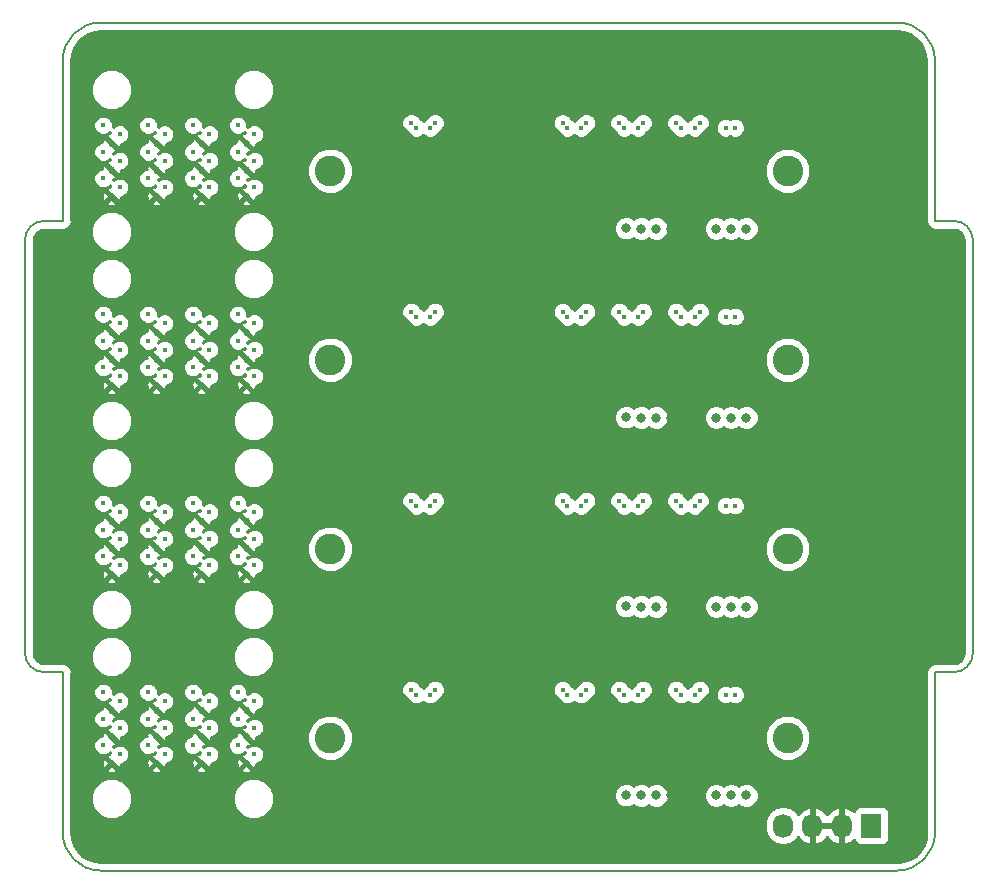
<source format=gbr>
%TF.GenerationSoftware,KiCad,Pcbnew,5.0.2-bee76a0~70~ubuntu18.10.1*%
%TF.CreationDate,2019-01-07T09:50:23-07:00*%
%TF.ProjectId,thelio-io-sas,7468656c-696f-42d6-996f-2d7361732e6b,rev?*%
%TF.SameCoordinates,Original*%
%TF.FileFunction,Copper,L5,Inr*%
%TF.FilePolarity,Positive*%
%FSLAX46Y46*%
G04 Gerber Fmt 4.6, Leading zero omitted, Abs format (unit mm)*
G04 Created by KiCad (PCBNEW 5.0.2-bee76a0~70~ubuntu18.10.1) date Mon Jan  7 09:50:23 2019*
%MOMM*%
%LPD*%
G01*
G04 APERTURE LIST*
%TA.AperFunction,NonConductor*%
%ADD10C,0.200000*%
%TD*%
%TA.AperFunction,NonConductor*%
%ADD11C,0.150000*%
%TD*%
%TA.AperFunction,ViaPad*%
%ADD12C,0.370000*%
%TD*%
%TA.AperFunction,WasherPad*%
%ADD13C,2.600000*%
%TD*%
%TA.AperFunction,ViaPad*%
%ADD14O,1.730000X2.030000*%
%TD*%
%TA.AperFunction,ViaPad*%
%ADD15R,1.730000X2.030000*%
%TD*%
%TA.AperFunction,ViaPad*%
%ADD16C,0.400000*%
%TD*%
%TA.AperFunction,ViaPad*%
%ADD17C,0.800000*%
%TD*%
%TA.AperFunction,Conductor*%
%ADD18C,0.254000*%
%TD*%
G04 APERTURE END LIST*
D10*
X77050000Y-18400000D02*
X77050000Y-53400000D01*
X75450000Y-16800000D02*
G75*
G02X77050000Y-18400000I0J-1600000D01*
G01*
X73850000Y-16800000D02*
X75450000Y-16800000D01*
X73850000Y-55000000D02*
X75450000Y-55000000D01*
X77050000Y-53400000D02*
G75*
G02X75450000Y-55000000I-1600000J0D01*
G01*
X70650000Y0D02*
G75*
G02X73850000Y-3200000I0J-3200000D01*
G01*
D11*
X73850000Y-68600000D02*
G75*
G02X70650000Y-71800000I-3200000J0D01*
G01*
D10*
X73850000Y-16800000D02*
X73850000Y-3200000D01*
X73850000Y-55000000D02*
X73850000Y-68600000D01*
X-3200000Y-18400000D02*
G75*
G02X-1600000Y-16800000I1600000J0D01*
G01*
X0Y-16800000D02*
X-1600000Y-16800000D01*
X0Y-55000000D02*
X-1600000Y-55000000D01*
X-1600000Y-55000000D02*
G75*
G02X-3200000Y-53400000I0J1600000D01*
G01*
X-3200000Y-53400000D02*
X-3200000Y-18400000D01*
X0Y-16800000D02*
X0Y-3200000D01*
X0Y-55000000D02*
X0Y-68600000D01*
X3200000Y0D02*
X70650000Y0D01*
X0Y-3200000D02*
G75*
G02X3200000Y0I3200000J0D01*
G01*
X70650000Y-71800000D02*
X3200000Y-71800000D01*
X3200000Y-71800000D02*
G75*
G02X0Y-68600000I0J3200000D01*
G01*
D12*
%TO.N,/sas0/R2+*%
%TO.C,SAS0*%
X3420000Y-13200000D03*
%TO.N,/sas0/R2-*%
X4820000Y-13950000D03*
%TO.N,/sas0/R0-*%
X4820000Y-11700000D03*
%TO.N,GND*%
X4120000Y-10200000D03*
X4120000Y-14700000D03*
%TO.N,/sas0/R0+*%
X3420000Y-10950000D03*
%TO.N,/sas0/SCLK*%
X3420000Y-8700000D03*
%TO.N,GND*%
X4120000Y-12450000D03*
%TO.N,/sas0/SDAT*%
X4820000Y-9450000D03*
%TO.N,/sas0/R3+*%
X7220000Y-13200000D03*
%TO.N,/sas0/R3-*%
X8620000Y-13950000D03*
%TO.N,/sas0/R1-*%
X8620000Y-11700000D03*
%TO.N,GND*%
X7920000Y-10200000D03*
X7920000Y-14700000D03*
%TO.N,/sas0/R1+*%
X7220000Y-10950000D03*
%TO.N,/sas0/WAKE*%
X7220000Y-8700000D03*
%TO.N,GND*%
X7920000Y-12450000D03*
%TO.N,Net-(SAS0-PadC2)*%
X8620000Y-9450000D03*
%TO.N,/sas0/T2+*%
X11020000Y-13200000D03*
%TO.N,/sas0/T2-*%
X12420000Y-13950000D03*
%TO.N,/sas0/T0-*%
X12420000Y-11700000D03*
%TO.N,GND*%
X11720000Y-10200000D03*
X11720000Y-14700000D03*
%TO.N,/sas0/T0+*%
X11020000Y-10950000D03*
%TO.N,Net-(SAS0-PadB1)*%
X11020000Y-8700000D03*
%TO.N,GND*%
X11720000Y-12450000D03*
%TO.N,/sas0/RST*%
X12420000Y-9450000D03*
%TO.N,/sas0/T3-*%
X16220000Y-13950000D03*
%TO.N,GND*%
X15520000Y-14700000D03*
X15520000Y-12450000D03*
%TO.N,/sas0/T3+*%
X14820000Y-13200000D03*
%TO.N,/sas0/T1-*%
X16220000Y-11700000D03*
%TO.N,/sas0/CLK-*%
X14820000Y-8700000D03*
%TO.N,/sas0/CLK+*%
X16220000Y-9450000D03*
%TO.N,GND*%
X15520000Y-10200000D03*
%TO.N,/sas0/T1+*%
X14820000Y-10950000D03*
%TD*%
D13*
%TO.N,*%
%TO.C,U2_0*%
X22635000Y-12560000D03*
X61365000Y-12560000D03*
%TD*%
D12*
%TO.N,/sas1/R2+*%
%TO.C,SAS1*%
X3420000Y-29200000D03*
%TO.N,/sas1/R2-*%
X4820000Y-29950000D03*
%TO.N,/sas1/R0-*%
X4820000Y-27700000D03*
%TO.N,GND*%
X4120000Y-26200000D03*
X4120000Y-30700000D03*
%TO.N,/sas1/R0+*%
X3420000Y-26950000D03*
%TO.N,/sas1/SCLK*%
X3420000Y-24700000D03*
%TO.N,GND*%
X4120000Y-28450000D03*
%TO.N,/sas1/SDAT*%
X4820000Y-25450000D03*
%TO.N,/sas1/R3+*%
X7220000Y-29200000D03*
%TO.N,/sas1/R3-*%
X8620000Y-29950000D03*
%TO.N,/sas1/R1-*%
X8620000Y-27700000D03*
%TO.N,GND*%
X7920000Y-26200000D03*
X7920000Y-30700000D03*
%TO.N,/sas1/R1+*%
X7220000Y-26950000D03*
%TO.N,/sas1/WAKE*%
X7220000Y-24700000D03*
%TO.N,GND*%
X7920000Y-28450000D03*
%TO.N,Net-(SAS1-PadC2)*%
X8620000Y-25450000D03*
%TO.N,/sas1/T2+*%
X11020000Y-29200000D03*
%TO.N,/sas1/T2-*%
X12420000Y-29950000D03*
%TO.N,/sas1/T0-*%
X12420000Y-27700000D03*
%TO.N,GND*%
X11720000Y-26200000D03*
X11720000Y-30700000D03*
%TO.N,/sas1/T0+*%
X11020000Y-26950000D03*
%TO.N,Net-(SAS1-PadB1)*%
X11020000Y-24700000D03*
%TO.N,GND*%
X11720000Y-28450000D03*
%TO.N,/sas1/RST*%
X12420000Y-25450000D03*
%TO.N,/sas1/T3-*%
X16220000Y-29950000D03*
%TO.N,GND*%
X15520000Y-30700000D03*
X15520000Y-28450000D03*
%TO.N,/sas1/T3+*%
X14820000Y-29200000D03*
%TO.N,/sas1/T1-*%
X16220000Y-27700000D03*
%TO.N,/sas1/CLK-*%
X14820000Y-24700000D03*
%TO.N,/sas1/CLK+*%
X16220000Y-25450000D03*
%TO.N,GND*%
X15520000Y-26200000D03*
%TO.N,/sas1/T1+*%
X14820000Y-26950000D03*
%TD*%
D13*
%TO.N,*%
%TO.C,U2_1*%
X22635000Y-28560000D03*
X61365000Y-28560000D03*
%TD*%
D12*
%TO.N,/sas2/R2+*%
%TO.C,SAS2*%
X3420000Y-45200000D03*
%TO.N,/sas2/R2-*%
X4820000Y-45950000D03*
%TO.N,/sas2/R0-*%
X4820000Y-43700000D03*
%TO.N,GND*%
X4120000Y-42200000D03*
X4120000Y-46700000D03*
%TO.N,/sas2/R0+*%
X3420000Y-42950000D03*
%TO.N,/sas2/SCLK*%
X3420000Y-40700000D03*
%TO.N,GND*%
X4120000Y-44450000D03*
%TO.N,/sas2/SDAT*%
X4820000Y-41450000D03*
%TO.N,/sas2/R3+*%
X7220000Y-45200000D03*
%TO.N,/sas2/R3-*%
X8620000Y-45950000D03*
%TO.N,/sas2/R1-*%
X8620000Y-43700000D03*
%TO.N,GND*%
X7920000Y-42200000D03*
X7920000Y-46700000D03*
%TO.N,/sas2/R1+*%
X7220000Y-42950000D03*
%TO.N,/sas2/WAKE*%
X7220000Y-40700000D03*
%TO.N,GND*%
X7920000Y-44450000D03*
%TO.N,Net-(SAS2-PadC2)*%
X8620000Y-41450000D03*
%TO.N,/sas2/T2+*%
X11020000Y-45200000D03*
%TO.N,/sas2/T2-*%
X12420000Y-45950000D03*
%TO.N,/sas2/T0-*%
X12420000Y-43700000D03*
%TO.N,GND*%
X11720000Y-42200000D03*
X11720000Y-46700000D03*
%TO.N,/sas2/T0+*%
X11020000Y-42950000D03*
%TO.N,Net-(SAS2-PadB1)*%
X11020000Y-40700000D03*
%TO.N,GND*%
X11720000Y-44450000D03*
%TO.N,/sas2/RST*%
X12420000Y-41450000D03*
%TO.N,/sas2/T3-*%
X16220000Y-45950000D03*
%TO.N,GND*%
X15520000Y-46700000D03*
X15520000Y-44450000D03*
%TO.N,/sas2/T3+*%
X14820000Y-45200000D03*
%TO.N,/sas2/T1-*%
X16220000Y-43700000D03*
%TO.N,/sas2/CLK-*%
X14820000Y-40700000D03*
%TO.N,/sas2/CLK+*%
X16220000Y-41450000D03*
%TO.N,GND*%
X15520000Y-42200000D03*
%TO.N,/sas2/T1+*%
X14820000Y-42950000D03*
%TD*%
D13*
%TO.N,*%
%TO.C,U2_2*%
X22635000Y-44560000D03*
X61365000Y-44560000D03*
%TD*%
%TO.N,*%
%TO.C,U2_3*%
X61365000Y-60560000D03*
X22635000Y-60560000D03*
%TD*%
D12*
%TO.N,/sas3/T1+*%
%TO.C,SAS3*%
X14820000Y-58950000D03*
%TO.N,GND*%
X15520000Y-58200000D03*
%TO.N,/sas3/CLK+*%
X16220000Y-57450000D03*
%TO.N,/sas3/CLK-*%
X14820000Y-56700000D03*
%TO.N,/sas3/T1-*%
X16220000Y-59700000D03*
%TO.N,/sas3/T3+*%
X14820000Y-61200000D03*
%TO.N,GND*%
X15520000Y-60450000D03*
X15520000Y-62700000D03*
%TO.N,/sas3/T3-*%
X16220000Y-61950000D03*
%TO.N,/sas3/RST*%
X12420000Y-57450000D03*
%TO.N,GND*%
X11720000Y-60450000D03*
%TO.N,Net-(SAS3-PadB1)*%
X11020000Y-56700000D03*
%TO.N,/sas3/T0+*%
X11020000Y-58950000D03*
%TO.N,GND*%
X11720000Y-62700000D03*
X11720000Y-58200000D03*
%TO.N,/sas3/T0-*%
X12420000Y-59700000D03*
%TO.N,/sas3/T2-*%
X12420000Y-61950000D03*
%TO.N,/sas3/T2+*%
X11020000Y-61200000D03*
%TO.N,Net-(SAS3-PadC2)*%
X8620000Y-57450000D03*
%TO.N,GND*%
X7920000Y-60450000D03*
%TO.N,/sas3/WAKE*%
X7220000Y-56700000D03*
%TO.N,/sas3/R1+*%
X7220000Y-58950000D03*
%TO.N,GND*%
X7920000Y-62700000D03*
X7920000Y-58200000D03*
%TO.N,/sas3/R1-*%
X8620000Y-59700000D03*
%TO.N,/sas3/R3-*%
X8620000Y-61950000D03*
%TO.N,/sas3/R3+*%
X7220000Y-61200000D03*
%TO.N,/sas3/SDAT*%
X4820000Y-57450000D03*
%TO.N,GND*%
X4120000Y-60450000D03*
%TO.N,/sas3/SCLK*%
X3420000Y-56700000D03*
%TO.N,/sas3/R0+*%
X3420000Y-58950000D03*
%TO.N,GND*%
X4120000Y-62700000D03*
X4120000Y-58200000D03*
%TO.N,/sas3/R0-*%
X4820000Y-59700000D03*
%TO.N,/sas3/R2-*%
X4820000Y-61950000D03*
%TO.N,/sas3/R2+*%
X3420000Y-61200000D03*
%TD*%
D14*
%TO.N,+5V*%
%TO.C,POWER0*%
X60960000Y-67990000D03*
%TO.N,GND*%
X63460000Y-67990000D03*
X65960000Y-67990000D03*
D15*
%TO.N,+12V*%
X68460000Y-67990000D03*
%TD*%
D16*
%TO.N,GND*%
X6520000Y-21300000D03*
X41720000Y-37300000D03*
X9720000Y-37300000D03*
X38520000Y-50300000D03*
X35320000Y-37300000D03*
X19320000Y-37300000D03*
X44920000Y-37300000D03*
X6520000Y-50300000D03*
X48120000Y-37300000D03*
X25720000Y-50300000D03*
X25720000Y-37300000D03*
X6520000Y-37300000D03*
X32120000Y-37300000D03*
X9720000Y-50300000D03*
X35320000Y-50300000D03*
X28920000Y-50300000D03*
X38520000Y-37300000D03*
X57720000Y-37300000D03*
X28920000Y-37300000D03*
X51320000Y-37300000D03*
X12920000Y-50300000D03*
X32120000Y-50300000D03*
X41720000Y-50300000D03*
X22520000Y-50300000D03*
X12920000Y-37300000D03*
X22520000Y-37300000D03*
X19320000Y-50300000D03*
X54520000Y-37300000D03*
X41720000Y-21300000D03*
X9720000Y-21300000D03*
X38520000Y-34300000D03*
X35320000Y-21300000D03*
X19320000Y-21300000D03*
X44920000Y-21300000D03*
X6520000Y-34300000D03*
X48120000Y-21300000D03*
X25720000Y-34300000D03*
X25720000Y-21300000D03*
X32120000Y-21300000D03*
X9720000Y-34300000D03*
X35320000Y-34300000D03*
X28920000Y-34300000D03*
X38520000Y-21300000D03*
X57720000Y-21300000D03*
X28920000Y-21300000D03*
X51320000Y-21300000D03*
X12920000Y-34300000D03*
X32120000Y-34300000D03*
X41720000Y-34300000D03*
X22520000Y-34300000D03*
X12920000Y-21300000D03*
X22520000Y-21300000D03*
X19320000Y-34300000D03*
X54520000Y-21300000D03*
X41720000Y-5300000D03*
X9720000Y-5300000D03*
X38520000Y-18300000D03*
X35320000Y-5300000D03*
X19320000Y-5300000D03*
X44920000Y-5300000D03*
X6520000Y-18300000D03*
X48120000Y-5300000D03*
X25720000Y-18300000D03*
X25720000Y-5300000D03*
X6520000Y-5300000D03*
X32120000Y-5300000D03*
X9720000Y-18300000D03*
X35320000Y-18300000D03*
X28920000Y-18300000D03*
X38520000Y-5300000D03*
X57720000Y-5300000D03*
X28920000Y-5300000D03*
X51320000Y-5300000D03*
X12920000Y-18300000D03*
X32120000Y-18300000D03*
X41720000Y-18300000D03*
X22520000Y-18300000D03*
X12920000Y-5300000D03*
X22520000Y-5300000D03*
X19320000Y-18300000D03*
X54520000Y-5300000D03*
D17*
X43905000Y-49445000D03*
X54040000Y-49445000D03*
X51525000Y-49445000D03*
X46420000Y-49445000D03*
X45175000Y-49445000D03*
X43905000Y-33445000D03*
X54040000Y-33445000D03*
X51525000Y-33445000D03*
X46420000Y-33445000D03*
X45175000Y-33445000D03*
X43905000Y-17445000D03*
X54040000Y-17445000D03*
X51525000Y-17445000D03*
X46420000Y-17445000D03*
X45175000Y-17445000D03*
D16*
X6520000Y-66300000D03*
X9720000Y-66300000D03*
X12920000Y-66300000D03*
X48120000Y-53300000D03*
X41720000Y-53300000D03*
X28920000Y-53300000D03*
X38520000Y-53300000D03*
X32120000Y-53300000D03*
X35320000Y-53300000D03*
X44920000Y-53300000D03*
X25720000Y-53300000D03*
X22520000Y-53300000D03*
X38520000Y-66300000D03*
X32120000Y-66300000D03*
X41720000Y-66300000D03*
X28920000Y-66300000D03*
X22520000Y-66300000D03*
X35320000Y-66300000D03*
X25720000Y-66300000D03*
X19320000Y-66300000D03*
X6520000Y-53300000D03*
X9720000Y-53300000D03*
X12920000Y-53300000D03*
X19320000Y-53300000D03*
X54520000Y-53300000D03*
X51320000Y-53300000D03*
X57720000Y-53300000D03*
D17*
X43905000Y-65445000D03*
X54040000Y-65445000D03*
X51525000Y-65445000D03*
X46420000Y-65445000D03*
X45175000Y-65445000D03*
%TO.N,+12V*%
X57875000Y-49445000D03*
X56580000Y-49445000D03*
X55310000Y-49445000D03*
X57875000Y-33445000D03*
X56580000Y-33445000D03*
X55310000Y-33445000D03*
X57875000Y-17445000D03*
X56580000Y-17445000D03*
X55310000Y-17445000D03*
X57875000Y-65445000D03*
X56580000Y-65445000D03*
X55310000Y-65445000D03*
%TO.N,+5V*%
X47715000Y-49420000D03*
X50255000Y-49445000D03*
X48985000Y-49445000D03*
X47715000Y-33420000D03*
X50255000Y-33445000D03*
X48985000Y-33445000D03*
X47715000Y-17420000D03*
X50255000Y-17445000D03*
X48985000Y-17445000D03*
X47715000Y-65420000D03*
X50255000Y-65445000D03*
X48985000Y-65445000D03*
D16*
%TO.N,/sas0/SDAT*%
X56920000Y-8900000D03*
%TO.N,/sas0/SCLK*%
X56120000Y-8900000D03*
%TO.N,/sas0/R3+*%
X53924284Y-8495716D03*
%TO.N,/sas0/R3-*%
X53515716Y-8904284D03*
%TO.N,/sas0/T3-*%
X52324284Y-8904284D03*
%TO.N,/sas0/T3+*%
X51915716Y-8495716D03*
%TO.N,/sas0/R2+*%
X49124284Y-8495716D03*
%TO.N,/sas0/R2-*%
X48715716Y-8904284D03*
%TO.N,/sas0/T2-*%
X47524284Y-8904284D03*
%TO.N,/sas0/T2+*%
X47115716Y-8495716D03*
%TO.N,/sas0/R1+*%
X44324284Y-8495716D03*
%TO.N,/sas0/R1-*%
X43915716Y-8904284D03*
%TO.N,/sas0/T1-*%
X42724284Y-8904284D03*
%TO.N,/sas0/T1+*%
X42315716Y-8495716D03*
%TO.N,/sas0/R0+*%
X31524284Y-8495716D03*
%TO.N,/sas0/R0-*%
X31115716Y-8904284D03*
%TO.N,/sas0/T0-*%
X29924284Y-8904284D03*
%TO.N,/sas0/T0+*%
X29515716Y-8495716D03*
%TO.N,/sas1/SDAT*%
X56920000Y-24900000D03*
%TO.N,/sas1/SCLK*%
X56120000Y-24900000D03*
%TO.N,/sas1/R3+*%
X53924284Y-24495716D03*
%TO.N,/sas1/R3-*%
X53515716Y-24904284D03*
%TO.N,/sas1/T3-*%
X52324284Y-24904284D03*
%TO.N,/sas1/T3+*%
X51915716Y-24495716D03*
%TO.N,/sas1/R2+*%
X49124284Y-24495716D03*
%TO.N,/sas1/R2-*%
X48715716Y-24904284D03*
%TO.N,/sas1/T2-*%
X47524284Y-24904284D03*
%TO.N,/sas1/T2+*%
X47115716Y-24495716D03*
%TO.N,/sas1/R1+*%
X44324284Y-24495716D03*
%TO.N,/sas1/R1-*%
X43915716Y-24904284D03*
%TO.N,/sas1/T1-*%
X42724284Y-24904284D03*
%TO.N,/sas1/T1+*%
X42315716Y-24495716D03*
%TO.N,/sas1/R0+*%
X31524284Y-24495716D03*
%TO.N,/sas1/R0-*%
X31115716Y-24904284D03*
%TO.N,/sas1/T0-*%
X29924284Y-24904284D03*
%TO.N,/sas1/T0+*%
X29515716Y-24495716D03*
%TO.N,/sas2/SDAT*%
X56920000Y-40900000D03*
%TO.N,/sas2/SCLK*%
X56120000Y-40900000D03*
%TO.N,/sas2/R3+*%
X53924284Y-40495716D03*
%TO.N,/sas2/R3-*%
X53515716Y-40904284D03*
%TO.N,/sas2/T3-*%
X52324284Y-40904284D03*
%TO.N,/sas2/T3+*%
X51915716Y-40495716D03*
%TO.N,/sas2/R2+*%
X49124284Y-40495716D03*
%TO.N,/sas2/R2-*%
X48715716Y-40904284D03*
%TO.N,/sas2/T2-*%
X47524284Y-40904284D03*
%TO.N,/sas2/T2+*%
X47115716Y-40495716D03*
%TO.N,/sas2/R1+*%
X44324284Y-40495716D03*
%TO.N,/sas2/R1-*%
X43915716Y-40904284D03*
%TO.N,/sas2/T1-*%
X42724284Y-40904284D03*
%TO.N,/sas2/T1+*%
X42315716Y-40495716D03*
%TO.N,/sas2/R0+*%
X31524284Y-40495716D03*
%TO.N,/sas2/R0-*%
X31115716Y-40904284D03*
%TO.N,/sas2/T0-*%
X29924284Y-40904284D03*
%TO.N,/sas2/T0+*%
X29515716Y-40495716D03*
%TO.N,/sas3/SDAT*%
X56920000Y-56900000D03*
%TO.N,/sas3/SCLK*%
X56120000Y-56900000D03*
%TO.N,/sas3/R3+*%
X53924284Y-56495716D03*
%TO.N,/sas3/R3-*%
X53515716Y-56904284D03*
%TO.N,/sas3/T3-*%
X52324284Y-56904284D03*
%TO.N,/sas3/T3+*%
X51915716Y-56495716D03*
%TO.N,/sas3/R2+*%
X49124284Y-56495716D03*
%TO.N,/sas3/R2-*%
X48715716Y-56904284D03*
%TO.N,/sas3/T2-*%
X47524284Y-56904284D03*
%TO.N,/sas3/T2+*%
X47115716Y-56495716D03*
%TO.N,/sas3/R1+*%
X44324284Y-56495716D03*
%TO.N,/sas3/R1-*%
X43915716Y-56904284D03*
%TO.N,/sas3/T1-*%
X42724284Y-56904284D03*
%TO.N,/sas3/T1+*%
X42315716Y-56495716D03*
%TO.N,/sas3/R0+*%
X31524284Y-56495716D03*
%TO.N,/sas3/R0-*%
X31115716Y-56904284D03*
%TO.N,/sas3/T0-*%
X29924284Y-56904284D03*
%TO.N,/sas3/T0+*%
X29515716Y-56495716D03*
%TD*%
D18*
%TO.N,GND*%
G36*
X71195092Y-800751D02*
X71713100Y-981140D01*
X72178266Y-1271808D01*
X72567474Y-1658308D01*
X72861386Y-2121438D01*
X73045383Y-2638164D01*
X73115001Y-3221993D01*
X73115000Y-16727612D01*
X73100601Y-16800000D01*
X73157646Y-17086783D01*
X73267161Y-17250683D01*
X73320095Y-17329905D01*
X73563217Y-17492354D01*
X73850000Y-17549399D01*
X73922388Y-17535000D01*
X75392153Y-17535000D01*
X75714468Y-17586050D01*
X75953051Y-17707614D01*
X76142387Y-17896951D01*
X76263950Y-18135532D01*
X76315000Y-18457847D01*
X76315001Y-53342147D01*
X76263950Y-53664468D01*
X76142387Y-53903049D01*
X75953051Y-54092386D01*
X75714468Y-54213950D01*
X75392153Y-54265000D01*
X73922388Y-54265000D01*
X73850000Y-54250601D01*
X73777612Y-54265000D01*
X73563217Y-54307646D01*
X73320095Y-54470095D01*
X73157646Y-54713217D01*
X73100601Y-55000000D01*
X73115000Y-55072388D01*
X73115001Y-68672388D01*
X73122947Y-68712336D01*
X73073780Y-69150669D01*
X72891548Y-69673969D01*
X72597909Y-70143890D01*
X72207451Y-70537083D01*
X71739593Y-70833995D01*
X71217576Y-71019877D01*
X70766155Y-71073706D01*
X70722388Y-71065000D01*
X3241089Y-71065000D01*
X2654908Y-70999249D01*
X2136899Y-70818859D01*
X1671734Y-70528192D01*
X1282524Y-70141689D01*
X988614Y-69678562D01*
X804617Y-69161837D01*
X735000Y-68578016D01*
X735000Y-67692268D01*
X59460000Y-67692268D01*
X59460000Y-68287733D01*
X59547032Y-68725271D01*
X59878561Y-69221439D01*
X60374730Y-69552968D01*
X60960000Y-69669386D01*
X61545271Y-69552968D01*
X62041439Y-69221439D01*
X62216846Y-68958923D01*
X62559143Y-69340793D01*
X63087240Y-69594131D01*
X63100754Y-69596346D01*
X63333000Y-69475224D01*
X63333000Y-68117000D01*
X63587000Y-68117000D01*
X63587000Y-69475224D01*
X63819246Y-69596346D01*
X63832760Y-69594131D01*
X64360857Y-69340793D01*
X64710000Y-68951285D01*
X65059143Y-69340793D01*
X65587240Y-69594131D01*
X65600754Y-69596346D01*
X65833000Y-69475224D01*
X65833000Y-68117000D01*
X63587000Y-68117000D01*
X63333000Y-68117000D01*
X63313000Y-68117000D01*
X63313000Y-67863000D01*
X63333000Y-67863000D01*
X63333000Y-66504776D01*
X63587000Y-66504776D01*
X63587000Y-67863000D01*
X65833000Y-67863000D01*
X65833000Y-66504776D01*
X66087000Y-66504776D01*
X66087000Y-67863000D01*
X66107000Y-67863000D01*
X66107000Y-68117000D01*
X66087000Y-68117000D01*
X66087000Y-69475224D01*
X66319246Y-69596346D01*
X66332760Y-69594131D01*
X66860857Y-69340793D01*
X66986477Y-69200650D01*
X66996843Y-69252765D01*
X67137191Y-69462809D01*
X67347235Y-69603157D01*
X67595000Y-69652440D01*
X69325000Y-69652440D01*
X69572765Y-69603157D01*
X69782809Y-69462809D01*
X69923157Y-69252765D01*
X69972440Y-69005000D01*
X69972440Y-66975000D01*
X69923157Y-66727235D01*
X69782809Y-66517191D01*
X69572765Y-66376843D01*
X69325000Y-66327560D01*
X67595000Y-66327560D01*
X67347235Y-66376843D01*
X67137191Y-66517191D01*
X66996843Y-66727235D01*
X66986477Y-66779350D01*
X66860857Y-66639207D01*
X66332760Y-66385869D01*
X66319246Y-66383654D01*
X66087000Y-66504776D01*
X65833000Y-66504776D01*
X65600754Y-66383654D01*
X65587240Y-66385869D01*
X65059143Y-66639207D01*
X64710000Y-67028715D01*
X64360857Y-66639207D01*
X63832760Y-66385869D01*
X63819246Y-66383654D01*
X63587000Y-66504776D01*
X63333000Y-66504776D01*
X63100754Y-66383654D01*
X63087240Y-66385869D01*
X62559143Y-66639207D01*
X62216846Y-67021077D01*
X62041439Y-66758561D01*
X61545270Y-66427032D01*
X60960000Y-66310614D01*
X60374729Y-66427032D01*
X59878561Y-66758561D01*
X59547032Y-67254730D01*
X59460000Y-67692268D01*
X735000Y-67692268D01*
X735000Y-65354887D01*
X2385000Y-65354887D01*
X2385000Y-66045113D01*
X2649138Y-66682799D01*
X3137201Y-67170862D01*
X3774887Y-67435000D01*
X4465113Y-67435000D01*
X5102799Y-67170862D01*
X5590862Y-66682799D01*
X5855000Y-66045113D01*
X5855000Y-65354887D01*
X14385000Y-65354887D01*
X14385000Y-66045113D01*
X14649138Y-66682799D01*
X15137201Y-67170862D01*
X15774887Y-67435000D01*
X16465113Y-67435000D01*
X17102799Y-67170862D01*
X17590862Y-66682799D01*
X17855000Y-66045113D01*
X17855000Y-65354887D01*
X17796695Y-65214126D01*
X46680000Y-65214126D01*
X46680000Y-65625874D01*
X46837569Y-66006280D01*
X47128720Y-66297431D01*
X47509126Y-66455000D01*
X47920874Y-66455000D01*
X48301280Y-66297431D01*
X48337500Y-66261211D01*
X48398720Y-66322431D01*
X48779126Y-66480000D01*
X49190874Y-66480000D01*
X49571280Y-66322431D01*
X49620000Y-66273711D01*
X49668720Y-66322431D01*
X50049126Y-66480000D01*
X50460874Y-66480000D01*
X50841280Y-66322431D01*
X51132431Y-66031280D01*
X51290000Y-65650874D01*
X51290000Y-65239126D01*
X54275000Y-65239126D01*
X54275000Y-65650874D01*
X54432569Y-66031280D01*
X54723720Y-66322431D01*
X55104126Y-66480000D01*
X55515874Y-66480000D01*
X55896280Y-66322431D01*
X55945000Y-66273711D01*
X55993720Y-66322431D01*
X56374126Y-66480000D01*
X56785874Y-66480000D01*
X57166280Y-66322431D01*
X57227500Y-66261211D01*
X57288720Y-66322431D01*
X57669126Y-66480000D01*
X58080874Y-66480000D01*
X58461280Y-66322431D01*
X58752431Y-66031280D01*
X58910000Y-65650874D01*
X58910000Y-65239126D01*
X58752431Y-64858720D01*
X58461280Y-64567569D01*
X58080874Y-64410000D01*
X57669126Y-64410000D01*
X57288720Y-64567569D01*
X57227500Y-64628789D01*
X57166280Y-64567569D01*
X56785874Y-64410000D01*
X56374126Y-64410000D01*
X55993720Y-64567569D01*
X55945000Y-64616289D01*
X55896280Y-64567569D01*
X55515874Y-64410000D01*
X55104126Y-64410000D01*
X54723720Y-64567569D01*
X54432569Y-64858720D01*
X54275000Y-65239126D01*
X51290000Y-65239126D01*
X51132431Y-64858720D01*
X50841280Y-64567569D01*
X50460874Y-64410000D01*
X50049126Y-64410000D01*
X49668720Y-64567569D01*
X49620000Y-64616289D01*
X49571280Y-64567569D01*
X49190874Y-64410000D01*
X48779126Y-64410000D01*
X48398720Y-64567569D01*
X48362500Y-64603789D01*
X48301280Y-64542569D01*
X47920874Y-64385000D01*
X47509126Y-64385000D01*
X47128720Y-64542569D01*
X46837569Y-64833720D01*
X46680000Y-65214126D01*
X17796695Y-65214126D01*
X17590862Y-64717201D01*
X17102799Y-64229138D01*
X16465113Y-63965000D01*
X15774887Y-63965000D01*
X15137201Y-64229138D01*
X14649138Y-64717201D01*
X14385000Y-65354887D01*
X5855000Y-65354887D01*
X5590862Y-64717201D01*
X5102799Y-64229138D01*
X4465113Y-63965000D01*
X3774887Y-63965000D01*
X3137201Y-64229138D01*
X2649138Y-64717201D01*
X2385000Y-65354887D01*
X735000Y-65354887D01*
X735000Y-63426609D01*
X3706425Y-63426609D01*
X4015968Y-63529568D01*
X4341348Y-63506232D01*
X4533575Y-63426609D01*
X7506425Y-63426609D01*
X7815968Y-63529568D01*
X8141348Y-63506232D01*
X8333575Y-63426609D01*
X11306425Y-63426609D01*
X11615968Y-63529568D01*
X11941348Y-63506232D01*
X12133575Y-63426609D01*
X15106425Y-63426609D01*
X15415968Y-63529568D01*
X15741348Y-63506232D01*
X15933575Y-63426609D01*
X15929039Y-63239854D01*
X15520000Y-62830815D01*
X15110961Y-63239854D01*
X15106425Y-63426609D01*
X12133575Y-63426609D01*
X12129039Y-63239854D01*
X11720000Y-62830815D01*
X11310961Y-63239854D01*
X11306425Y-63426609D01*
X8333575Y-63426609D01*
X8329039Y-63239854D01*
X7920000Y-62830815D01*
X7510961Y-63239854D01*
X7506425Y-63426609D01*
X4533575Y-63426609D01*
X4529039Y-63239854D01*
X4120000Y-62830815D01*
X3710961Y-63239854D01*
X3706425Y-63426609D01*
X735000Y-63426609D01*
X735000Y-62595968D01*
X3290432Y-62595968D01*
X3313768Y-62921348D01*
X3393391Y-63113575D01*
X3580146Y-63109039D01*
X3989185Y-62700000D01*
X3580146Y-62290961D01*
X3393391Y-62286425D01*
X3290432Y-62595968D01*
X735000Y-62595968D01*
X735000Y-61036892D01*
X2600000Y-61036892D01*
X2600000Y-61363108D01*
X2724837Y-61664493D01*
X2955507Y-61895163D01*
X3256892Y-62020000D01*
X3583108Y-62020000D01*
X3884493Y-61895163D01*
X4005117Y-61774539D01*
X4000000Y-61786892D01*
X4000000Y-61886499D01*
X3898652Y-61893768D01*
X3706425Y-61973391D01*
X3710961Y-62160146D01*
X4120000Y-62569185D01*
X4158538Y-62530648D01*
X4289353Y-62661463D01*
X4250815Y-62700000D01*
X4659854Y-63109039D01*
X4846609Y-63113575D01*
X4949568Y-62804032D01*
X4947127Y-62770000D01*
X4983108Y-62770000D01*
X5284493Y-62645163D01*
X5333688Y-62595968D01*
X7090432Y-62595968D01*
X7113768Y-62921348D01*
X7193391Y-63113575D01*
X7380146Y-63109039D01*
X7789185Y-62700000D01*
X7380146Y-62290961D01*
X7193391Y-62286425D01*
X7090432Y-62595968D01*
X5333688Y-62595968D01*
X5515163Y-62414493D01*
X5640000Y-62113108D01*
X5640000Y-61786892D01*
X5515163Y-61485507D01*
X5284493Y-61254837D01*
X4983108Y-61130000D01*
X4656892Y-61130000D01*
X4355507Y-61254837D01*
X4234883Y-61375461D01*
X4240000Y-61363108D01*
X4240000Y-61263501D01*
X4341348Y-61256232D01*
X4533575Y-61176609D01*
X4530182Y-61036892D01*
X6400000Y-61036892D01*
X6400000Y-61363108D01*
X6524837Y-61664493D01*
X6755507Y-61895163D01*
X7056892Y-62020000D01*
X7383108Y-62020000D01*
X7684493Y-61895163D01*
X7805117Y-61774539D01*
X7800000Y-61786892D01*
X7800000Y-61886499D01*
X7698652Y-61893768D01*
X7506425Y-61973391D01*
X7510961Y-62160146D01*
X7920000Y-62569185D01*
X7958538Y-62530648D01*
X8089353Y-62661463D01*
X8050815Y-62700000D01*
X8459854Y-63109039D01*
X8646609Y-63113575D01*
X8749568Y-62804032D01*
X8747127Y-62770000D01*
X8783108Y-62770000D01*
X9084493Y-62645163D01*
X9133688Y-62595968D01*
X10890432Y-62595968D01*
X10913768Y-62921348D01*
X10993391Y-63113575D01*
X11180146Y-63109039D01*
X11589185Y-62700000D01*
X11180146Y-62290961D01*
X10993391Y-62286425D01*
X10890432Y-62595968D01*
X9133688Y-62595968D01*
X9315163Y-62414493D01*
X9440000Y-62113108D01*
X9440000Y-61786892D01*
X9315163Y-61485507D01*
X9084493Y-61254837D01*
X8783108Y-61130000D01*
X8456892Y-61130000D01*
X8155507Y-61254837D01*
X8034883Y-61375461D01*
X8040000Y-61363108D01*
X8040000Y-61263501D01*
X8141348Y-61256232D01*
X8333575Y-61176609D01*
X8330182Y-61036892D01*
X10200000Y-61036892D01*
X10200000Y-61363108D01*
X10324837Y-61664493D01*
X10555507Y-61895163D01*
X10856892Y-62020000D01*
X11183108Y-62020000D01*
X11484493Y-61895163D01*
X11605117Y-61774539D01*
X11600000Y-61786892D01*
X11600000Y-61886499D01*
X11498652Y-61893768D01*
X11306425Y-61973391D01*
X11310961Y-62160146D01*
X11720000Y-62569185D01*
X11758538Y-62530648D01*
X11889353Y-62661463D01*
X11850815Y-62700000D01*
X12259854Y-63109039D01*
X12446609Y-63113575D01*
X12549568Y-62804032D01*
X12547127Y-62770000D01*
X12583108Y-62770000D01*
X12884493Y-62645163D01*
X12933688Y-62595968D01*
X14690432Y-62595968D01*
X14713768Y-62921348D01*
X14793391Y-63113575D01*
X14980146Y-63109039D01*
X15389185Y-62700000D01*
X14980146Y-62290961D01*
X14793391Y-62286425D01*
X14690432Y-62595968D01*
X12933688Y-62595968D01*
X13115163Y-62414493D01*
X13240000Y-62113108D01*
X13240000Y-61786892D01*
X13115163Y-61485507D01*
X12884493Y-61254837D01*
X12583108Y-61130000D01*
X12256892Y-61130000D01*
X11955507Y-61254837D01*
X11834883Y-61375461D01*
X11840000Y-61363108D01*
X11840000Y-61263501D01*
X11941348Y-61256232D01*
X12133575Y-61176609D01*
X12130182Y-61036892D01*
X14000000Y-61036892D01*
X14000000Y-61363108D01*
X14124837Y-61664493D01*
X14355507Y-61895163D01*
X14656892Y-62020000D01*
X14983108Y-62020000D01*
X15284493Y-61895163D01*
X15405117Y-61774539D01*
X15400000Y-61786892D01*
X15400000Y-61886499D01*
X15298652Y-61893768D01*
X15106425Y-61973391D01*
X15110961Y-62160146D01*
X15520000Y-62569185D01*
X15558538Y-62530648D01*
X15689353Y-62661463D01*
X15650815Y-62700000D01*
X16059854Y-63109039D01*
X16246609Y-63113575D01*
X16349568Y-62804032D01*
X16347127Y-62770000D01*
X16383108Y-62770000D01*
X16684493Y-62645163D01*
X16915163Y-62414493D01*
X17040000Y-62113108D01*
X17040000Y-61786892D01*
X16915163Y-61485507D01*
X16684493Y-61254837D01*
X16383108Y-61130000D01*
X16056892Y-61130000D01*
X15755507Y-61254837D01*
X15634883Y-61375461D01*
X15640000Y-61363108D01*
X15640000Y-61263501D01*
X15741348Y-61256232D01*
X15933575Y-61176609D01*
X15929039Y-60989854D01*
X15520000Y-60580815D01*
X15481463Y-60619353D01*
X15350648Y-60488538D01*
X15389185Y-60450000D01*
X14980146Y-60040961D01*
X14793391Y-60036425D01*
X14690432Y-60345968D01*
X14692873Y-60380000D01*
X14656892Y-60380000D01*
X14355507Y-60504837D01*
X14124837Y-60735507D01*
X14000000Y-61036892D01*
X12130182Y-61036892D01*
X12129039Y-60989854D01*
X11720000Y-60580815D01*
X11681463Y-60619353D01*
X11550648Y-60488538D01*
X11589185Y-60450000D01*
X11180146Y-60040961D01*
X10993391Y-60036425D01*
X10890432Y-60345968D01*
X10892873Y-60380000D01*
X10856892Y-60380000D01*
X10555507Y-60504837D01*
X10324837Y-60735507D01*
X10200000Y-61036892D01*
X8330182Y-61036892D01*
X8329039Y-60989854D01*
X7920000Y-60580815D01*
X7881463Y-60619353D01*
X7750648Y-60488538D01*
X7789185Y-60450000D01*
X7380146Y-60040961D01*
X7193391Y-60036425D01*
X7090432Y-60345968D01*
X7092873Y-60380000D01*
X7056892Y-60380000D01*
X6755507Y-60504837D01*
X6524837Y-60735507D01*
X6400000Y-61036892D01*
X4530182Y-61036892D01*
X4529039Y-60989854D01*
X4120000Y-60580815D01*
X4081463Y-60619353D01*
X3950648Y-60488538D01*
X3989185Y-60450000D01*
X3580146Y-60040961D01*
X3393391Y-60036425D01*
X3290432Y-60345968D01*
X3292873Y-60380000D01*
X3256892Y-60380000D01*
X2955507Y-60504837D01*
X2724837Y-60735507D01*
X2600000Y-61036892D01*
X735000Y-61036892D01*
X735000Y-58786892D01*
X2600000Y-58786892D01*
X2600000Y-59113108D01*
X2724837Y-59414493D01*
X2955507Y-59645163D01*
X3256892Y-59770000D01*
X3583108Y-59770000D01*
X3884493Y-59645163D01*
X4005117Y-59524539D01*
X4000000Y-59536892D01*
X4000000Y-59636499D01*
X3898652Y-59643768D01*
X3706425Y-59723391D01*
X3710961Y-59910146D01*
X4120000Y-60319185D01*
X4158538Y-60280648D01*
X4289353Y-60411463D01*
X4250815Y-60450000D01*
X4659854Y-60859039D01*
X4846609Y-60863575D01*
X4949568Y-60554032D01*
X4947127Y-60520000D01*
X4983108Y-60520000D01*
X5284493Y-60395163D01*
X5515163Y-60164493D01*
X5640000Y-59863108D01*
X5640000Y-59536892D01*
X5515163Y-59235507D01*
X5284493Y-59004837D01*
X4983108Y-58880000D01*
X4656892Y-58880000D01*
X4355507Y-59004837D01*
X4234883Y-59125461D01*
X4240000Y-59113108D01*
X4240000Y-59013501D01*
X4341348Y-59006232D01*
X4533575Y-58926609D01*
X4530182Y-58786892D01*
X6400000Y-58786892D01*
X6400000Y-59113108D01*
X6524837Y-59414493D01*
X6755507Y-59645163D01*
X7056892Y-59770000D01*
X7383108Y-59770000D01*
X7684493Y-59645163D01*
X7805117Y-59524539D01*
X7800000Y-59536892D01*
X7800000Y-59636499D01*
X7698652Y-59643768D01*
X7506425Y-59723391D01*
X7510961Y-59910146D01*
X7920000Y-60319185D01*
X7958538Y-60280648D01*
X8089353Y-60411463D01*
X8050815Y-60450000D01*
X8459854Y-60859039D01*
X8646609Y-60863575D01*
X8749568Y-60554032D01*
X8747127Y-60520000D01*
X8783108Y-60520000D01*
X9084493Y-60395163D01*
X9315163Y-60164493D01*
X9440000Y-59863108D01*
X9440000Y-59536892D01*
X9315163Y-59235507D01*
X9084493Y-59004837D01*
X8783108Y-58880000D01*
X8456892Y-58880000D01*
X8155507Y-59004837D01*
X8034883Y-59125461D01*
X8040000Y-59113108D01*
X8040000Y-59013501D01*
X8141348Y-59006232D01*
X8333575Y-58926609D01*
X8330182Y-58786892D01*
X10200000Y-58786892D01*
X10200000Y-59113108D01*
X10324837Y-59414493D01*
X10555507Y-59645163D01*
X10856892Y-59770000D01*
X11183108Y-59770000D01*
X11484493Y-59645163D01*
X11605117Y-59524539D01*
X11600000Y-59536892D01*
X11600000Y-59636499D01*
X11498652Y-59643768D01*
X11306425Y-59723391D01*
X11310961Y-59910146D01*
X11720000Y-60319185D01*
X11758538Y-60280648D01*
X11889353Y-60411463D01*
X11850815Y-60450000D01*
X12259854Y-60859039D01*
X12446609Y-60863575D01*
X12549568Y-60554032D01*
X12547127Y-60520000D01*
X12583108Y-60520000D01*
X12884493Y-60395163D01*
X13115163Y-60164493D01*
X13240000Y-59863108D01*
X13240000Y-59536892D01*
X13115163Y-59235507D01*
X12884493Y-59004837D01*
X12583108Y-58880000D01*
X12256892Y-58880000D01*
X11955507Y-59004837D01*
X11834883Y-59125461D01*
X11840000Y-59113108D01*
X11840000Y-59013501D01*
X11941348Y-59006232D01*
X12133575Y-58926609D01*
X12130182Y-58786892D01*
X14000000Y-58786892D01*
X14000000Y-59113108D01*
X14124837Y-59414493D01*
X14355507Y-59645163D01*
X14656892Y-59770000D01*
X14983108Y-59770000D01*
X15284493Y-59645163D01*
X15405117Y-59524539D01*
X15400000Y-59536892D01*
X15400000Y-59636499D01*
X15298652Y-59643768D01*
X15106425Y-59723391D01*
X15110961Y-59910146D01*
X15520000Y-60319185D01*
X15558538Y-60280648D01*
X15689353Y-60411463D01*
X15650815Y-60450000D01*
X16059854Y-60859039D01*
X16246609Y-60863575D01*
X16349568Y-60554032D01*
X16347127Y-60520000D01*
X16383108Y-60520000D01*
X16684493Y-60395163D01*
X16904551Y-60175105D01*
X20700000Y-60175105D01*
X20700000Y-60944895D01*
X20994586Y-61656090D01*
X21538910Y-62200414D01*
X22250105Y-62495000D01*
X23019895Y-62495000D01*
X23731090Y-62200414D01*
X24275414Y-61656090D01*
X24570000Y-60944895D01*
X24570000Y-60175105D01*
X59430000Y-60175105D01*
X59430000Y-60944895D01*
X59724586Y-61656090D01*
X60268910Y-62200414D01*
X60980105Y-62495000D01*
X61749895Y-62495000D01*
X62461090Y-62200414D01*
X63005414Y-61656090D01*
X63300000Y-60944895D01*
X63300000Y-60175105D01*
X63005414Y-59463910D01*
X62461090Y-58919586D01*
X61749895Y-58625000D01*
X60980105Y-58625000D01*
X60268910Y-58919586D01*
X59724586Y-59463910D01*
X59430000Y-60175105D01*
X24570000Y-60175105D01*
X24275414Y-59463910D01*
X23731090Y-58919586D01*
X23019895Y-58625000D01*
X22250105Y-58625000D01*
X21538910Y-58919586D01*
X20994586Y-59463910D01*
X20700000Y-60175105D01*
X16904551Y-60175105D01*
X16915163Y-60164493D01*
X17040000Y-59863108D01*
X17040000Y-59536892D01*
X16915163Y-59235507D01*
X16684493Y-59004837D01*
X16383108Y-58880000D01*
X16056892Y-58880000D01*
X15755507Y-59004837D01*
X15634883Y-59125461D01*
X15640000Y-59113108D01*
X15640000Y-59013501D01*
X15741348Y-59006232D01*
X15933575Y-58926609D01*
X15929039Y-58739854D01*
X15520000Y-58330815D01*
X15481463Y-58369353D01*
X15350648Y-58238538D01*
X15389185Y-58200000D01*
X14980146Y-57790961D01*
X14793391Y-57786425D01*
X14690432Y-58095968D01*
X14692873Y-58130000D01*
X14656892Y-58130000D01*
X14355507Y-58254837D01*
X14124837Y-58485507D01*
X14000000Y-58786892D01*
X12130182Y-58786892D01*
X12129039Y-58739854D01*
X11720000Y-58330815D01*
X11681463Y-58369353D01*
X11550648Y-58238538D01*
X11589185Y-58200000D01*
X11180146Y-57790961D01*
X10993391Y-57786425D01*
X10890432Y-58095968D01*
X10892873Y-58130000D01*
X10856892Y-58130000D01*
X10555507Y-58254837D01*
X10324837Y-58485507D01*
X10200000Y-58786892D01*
X8330182Y-58786892D01*
X8329039Y-58739854D01*
X7920000Y-58330815D01*
X7881463Y-58369353D01*
X7750648Y-58238538D01*
X7789185Y-58200000D01*
X7380146Y-57790961D01*
X7193391Y-57786425D01*
X7090432Y-58095968D01*
X7092873Y-58130000D01*
X7056892Y-58130000D01*
X6755507Y-58254837D01*
X6524837Y-58485507D01*
X6400000Y-58786892D01*
X4530182Y-58786892D01*
X4529039Y-58739854D01*
X4120000Y-58330815D01*
X4081463Y-58369353D01*
X3950648Y-58238538D01*
X3989185Y-58200000D01*
X3580146Y-57790961D01*
X3393391Y-57786425D01*
X3290432Y-58095968D01*
X3292873Y-58130000D01*
X3256892Y-58130000D01*
X2955507Y-58254837D01*
X2724837Y-58485507D01*
X2600000Y-58786892D01*
X735000Y-58786892D01*
X735000Y-56536892D01*
X2600000Y-56536892D01*
X2600000Y-56863108D01*
X2724837Y-57164493D01*
X2955507Y-57395163D01*
X3256892Y-57520000D01*
X3583108Y-57520000D01*
X3884493Y-57395163D01*
X4005117Y-57274539D01*
X4000000Y-57286892D01*
X4000000Y-57386499D01*
X3898652Y-57393768D01*
X3706425Y-57473391D01*
X3710961Y-57660146D01*
X4120000Y-58069185D01*
X4158538Y-58030648D01*
X4289353Y-58161463D01*
X4250815Y-58200000D01*
X4659854Y-58609039D01*
X4846609Y-58613575D01*
X4949568Y-58304032D01*
X4947127Y-58270000D01*
X4983108Y-58270000D01*
X5284493Y-58145163D01*
X5515163Y-57914493D01*
X5640000Y-57613108D01*
X5640000Y-57286892D01*
X5515163Y-56985507D01*
X5284493Y-56754837D01*
X4983108Y-56630000D01*
X4656892Y-56630000D01*
X4355507Y-56754837D01*
X4234883Y-56875461D01*
X4240000Y-56863108D01*
X4240000Y-56536892D01*
X6400000Y-56536892D01*
X6400000Y-56863108D01*
X6524837Y-57164493D01*
X6755507Y-57395163D01*
X7056892Y-57520000D01*
X7383108Y-57520000D01*
X7684493Y-57395163D01*
X7805117Y-57274539D01*
X7800000Y-57286892D01*
X7800000Y-57386499D01*
X7698652Y-57393768D01*
X7506425Y-57473391D01*
X7510961Y-57660146D01*
X7920000Y-58069185D01*
X7958538Y-58030648D01*
X8089353Y-58161463D01*
X8050815Y-58200000D01*
X8459854Y-58609039D01*
X8646609Y-58613575D01*
X8749568Y-58304032D01*
X8747127Y-58270000D01*
X8783108Y-58270000D01*
X9084493Y-58145163D01*
X9315163Y-57914493D01*
X9440000Y-57613108D01*
X9440000Y-57286892D01*
X9315163Y-56985507D01*
X9084493Y-56754837D01*
X8783108Y-56630000D01*
X8456892Y-56630000D01*
X8155507Y-56754837D01*
X8034883Y-56875461D01*
X8040000Y-56863108D01*
X8040000Y-56536892D01*
X10200000Y-56536892D01*
X10200000Y-56863108D01*
X10324837Y-57164493D01*
X10555507Y-57395163D01*
X10856892Y-57520000D01*
X11183108Y-57520000D01*
X11484493Y-57395163D01*
X11605117Y-57274539D01*
X11600000Y-57286892D01*
X11600000Y-57386499D01*
X11498652Y-57393768D01*
X11306425Y-57473391D01*
X11310961Y-57660146D01*
X11720000Y-58069185D01*
X11758538Y-58030648D01*
X11889353Y-58161463D01*
X11850815Y-58200000D01*
X12259854Y-58609039D01*
X12446609Y-58613575D01*
X12549568Y-58304032D01*
X12547127Y-58270000D01*
X12583108Y-58270000D01*
X12884493Y-58145163D01*
X13115163Y-57914493D01*
X13240000Y-57613108D01*
X13240000Y-57286892D01*
X13115163Y-56985507D01*
X12884493Y-56754837D01*
X12583108Y-56630000D01*
X12256892Y-56630000D01*
X11955507Y-56754837D01*
X11834883Y-56875461D01*
X11840000Y-56863108D01*
X11840000Y-56536892D01*
X14000000Y-56536892D01*
X14000000Y-56863108D01*
X14124837Y-57164493D01*
X14355507Y-57395163D01*
X14656892Y-57520000D01*
X14983108Y-57520000D01*
X15284493Y-57395163D01*
X15405117Y-57274539D01*
X15400000Y-57286892D01*
X15400000Y-57386499D01*
X15298652Y-57393768D01*
X15106425Y-57473391D01*
X15110961Y-57660146D01*
X15520000Y-58069185D01*
X15558538Y-58030648D01*
X15689353Y-58161463D01*
X15650815Y-58200000D01*
X16059854Y-58609039D01*
X16246609Y-58613575D01*
X16349568Y-58304032D01*
X16347127Y-58270000D01*
X16383108Y-58270000D01*
X16684493Y-58145163D01*
X16915163Y-57914493D01*
X17040000Y-57613108D01*
X17040000Y-57286892D01*
X16915163Y-56985507D01*
X16684493Y-56754837D01*
X16383108Y-56630000D01*
X16056892Y-56630000D01*
X15755507Y-56754837D01*
X15634883Y-56875461D01*
X15640000Y-56863108D01*
X15640000Y-56536892D01*
X15554148Y-56329624D01*
X28680716Y-56329624D01*
X28680716Y-56661808D01*
X28807837Y-56968706D01*
X29042726Y-57203595D01*
X29165536Y-57254464D01*
X29216405Y-57377274D01*
X29451294Y-57612163D01*
X29758192Y-57739284D01*
X30090376Y-57739284D01*
X30397274Y-57612163D01*
X30520000Y-57489437D01*
X30642726Y-57612163D01*
X30949624Y-57739284D01*
X31281808Y-57739284D01*
X31588706Y-57612163D01*
X31823595Y-57377274D01*
X31874464Y-57254464D01*
X31997274Y-57203595D01*
X32232163Y-56968706D01*
X32359284Y-56661808D01*
X32359284Y-56329624D01*
X41480716Y-56329624D01*
X41480716Y-56661808D01*
X41607837Y-56968706D01*
X41842726Y-57203595D01*
X41965536Y-57254464D01*
X42016405Y-57377274D01*
X42251294Y-57612163D01*
X42558192Y-57739284D01*
X42890376Y-57739284D01*
X43197274Y-57612163D01*
X43320000Y-57489437D01*
X43442726Y-57612163D01*
X43749624Y-57739284D01*
X44081808Y-57739284D01*
X44388706Y-57612163D01*
X44623595Y-57377274D01*
X44674464Y-57254464D01*
X44797274Y-57203595D01*
X45032163Y-56968706D01*
X45159284Y-56661808D01*
X45159284Y-56329624D01*
X46280716Y-56329624D01*
X46280716Y-56661808D01*
X46407837Y-56968706D01*
X46642726Y-57203595D01*
X46765536Y-57254464D01*
X46816405Y-57377274D01*
X47051294Y-57612163D01*
X47358192Y-57739284D01*
X47690376Y-57739284D01*
X47997274Y-57612163D01*
X48120000Y-57489437D01*
X48242726Y-57612163D01*
X48549624Y-57739284D01*
X48881808Y-57739284D01*
X49188706Y-57612163D01*
X49423595Y-57377274D01*
X49474464Y-57254464D01*
X49597274Y-57203595D01*
X49832163Y-56968706D01*
X49959284Y-56661808D01*
X49959284Y-56329624D01*
X51080716Y-56329624D01*
X51080716Y-56661808D01*
X51207837Y-56968706D01*
X51442726Y-57203595D01*
X51565536Y-57254464D01*
X51616405Y-57377274D01*
X51851294Y-57612163D01*
X52158192Y-57739284D01*
X52490376Y-57739284D01*
X52797274Y-57612163D01*
X52920000Y-57489437D01*
X53042726Y-57612163D01*
X53349624Y-57739284D01*
X53681808Y-57739284D01*
X53988706Y-57612163D01*
X54223595Y-57377274D01*
X54274464Y-57254464D01*
X54397274Y-57203595D01*
X54632163Y-56968706D01*
X54729419Y-56733908D01*
X55285000Y-56733908D01*
X55285000Y-57066092D01*
X55412121Y-57372990D01*
X55647010Y-57607879D01*
X55953908Y-57735000D01*
X56286092Y-57735000D01*
X56520000Y-57638112D01*
X56753908Y-57735000D01*
X57086092Y-57735000D01*
X57392990Y-57607879D01*
X57627879Y-57372990D01*
X57755000Y-57066092D01*
X57755000Y-56733908D01*
X57627879Y-56427010D01*
X57392990Y-56192121D01*
X57086092Y-56065000D01*
X56753908Y-56065000D01*
X56520000Y-56161888D01*
X56286092Y-56065000D01*
X55953908Y-56065000D01*
X55647010Y-56192121D01*
X55412121Y-56427010D01*
X55285000Y-56733908D01*
X54729419Y-56733908D01*
X54759284Y-56661808D01*
X54759284Y-56329624D01*
X54632163Y-56022726D01*
X54397274Y-55787837D01*
X54090376Y-55660716D01*
X53758192Y-55660716D01*
X53451294Y-55787837D01*
X53216405Y-56022726D01*
X53165536Y-56145536D01*
X53042726Y-56196405D01*
X52920000Y-56319131D01*
X52797274Y-56196405D01*
X52674464Y-56145536D01*
X52623595Y-56022726D01*
X52388706Y-55787837D01*
X52081808Y-55660716D01*
X51749624Y-55660716D01*
X51442726Y-55787837D01*
X51207837Y-56022726D01*
X51080716Y-56329624D01*
X49959284Y-56329624D01*
X49832163Y-56022726D01*
X49597274Y-55787837D01*
X49290376Y-55660716D01*
X48958192Y-55660716D01*
X48651294Y-55787837D01*
X48416405Y-56022726D01*
X48365536Y-56145536D01*
X48242726Y-56196405D01*
X48120000Y-56319131D01*
X47997274Y-56196405D01*
X47874464Y-56145536D01*
X47823595Y-56022726D01*
X47588706Y-55787837D01*
X47281808Y-55660716D01*
X46949624Y-55660716D01*
X46642726Y-55787837D01*
X46407837Y-56022726D01*
X46280716Y-56329624D01*
X45159284Y-56329624D01*
X45032163Y-56022726D01*
X44797274Y-55787837D01*
X44490376Y-55660716D01*
X44158192Y-55660716D01*
X43851294Y-55787837D01*
X43616405Y-56022726D01*
X43565536Y-56145536D01*
X43442726Y-56196405D01*
X43320000Y-56319131D01*
X43197274Y-56196405D01*
X43074464Y-56145536D01*
X43023595Y-56022726D01*
X42788706Y-55787837D01*
X42481808Y-55660716D01*
X42149624Y-55660716D01*
X41842726Y-55787837D01*
X41607837Y-56022726D01*
X41480716Y-56329624D01*
X32359284Y-56329624D01*
X32232163Y-56022726D01*
X31997274Y-55787837D01*
X31690376Y-55660716D01*
X31358192Y-55660716D01*
X31051294Y-55787837D01*
X30816405Y-56022726D01*
X30765536Y-56145536D01*
X30642726Y-56196405D01*
X30520000Y-56319131D01*
X30397274Y-56196405D01*
X30274464Y-56145536D01*
X30223595Y-56022726D01*
X29988706Y-55787837D01*
X29681808Y-55660716D01*
X29349624Y-55660716D01*
X29042726Y-55787837D01*
X28807837Y-56022726D01*
X28680716Y-56329624D01*
X15554148Y-56329624D01*
X15515163Y-56235507D01*
X15284493Y-56004837D01*
X14983108Y-55880000D01*
X14656892Y-55880000D01*
X14355507Y-56004837D01*
X14124837Y-56235507D01*
X14000000Y-56536892D01*
X11840000Y-56536892D01*
X11715163Y-56235507D01*
X11484493Y-56004837D01*
X11183108Y-55880000D01*
X10856892Y-55880000D01*
X10555507Y-56004837D01*
X10324837Y-56235507D01*
X10200000Y-56536892D01*
X8040000Y-56536892D01*
X7915163Y-56235507D01*
X7684493Y-56004837D01*
X7383108Y-55880000D01*
X7056892Y-55880000D01*
X6755507Y-56004837D01*
X6524837Y-56235507D01*
X6400000Y-56536892D01*
X4240000Y-56536892D01*
X4115163Y-56235507D01*
X3884493Y-56004837D01*
X3583108Y-55880000D01*
X3256892Y-55880000D01*
X2955507Y-56004837D01*
X2724837Y-56235507D01*
X2600000Y-56536892D01*
X735000Y-56536892D01*
X735000Y-55072388D01*
X749399Y-55000000D01*
X692354Y-54713217D01*
X529905Y-54470095D01*
X286783Y-54307646D01*
X72388Y-54265000D01*
X0Y-54250601D01*
X-72388Y-54265000D01*
X-1542153Y-54265000D01*
X-1864468Y-54213950D01*
X-2103049Y-54092387D01*
X-2292386Y-53903051D01*
X-2413950Y-53664468D01*
X-2462983Y-53354887D01*
X2385000Y-53354887D01*
X2385000Y-54045113D01*
X2649138Y-54682799D01*
X3137201Y-55170862D01*
X3774887Y-55435000D01*
X4465113Y-55435000D01*
X5102799Y-55170862D01*
X5590862Y-54682799D01*
X5855000Y-54045113D01*
X5855000Y-53354887D01*
X14385000Y-53354887D01*
X14385000Y-54045113D01*
X14649138Y-54682799D01*
X15137201Y-55170862D01*
X15774887Y-55435000D01*
X16465113Y-55435000D01*
X17102799Y-55170862D01*
X17590862Y-54682799D01*
X17855000Y-54045113D01*
X17855000Y-53354887D01*
X17590862Y-52717201D01*
X17102799Y-52229138D01*
X16465113Y-51965000D01*
X15774887Y-51965000D01*
X15137201Y-52229138D01*
X14649138Y-52717201D01*
X14385000Y-53354887D01*
X5855000Y-53354887D01*
X5590862Y-52717201D01*
X5102799Y-52229138D01*
X4465113Y-51965000D01*
X3774887Y-51965000D01*
X3137201Y-52229138D01*
X2649138Y-52717201D01*
X2385000Y-53354887D01*
X-2462983Y-53354887D01*
X-2465000Y-53342153D01*
X-2465000Y-49354887D01*
X2385000Y-49354887D01*
X2385000Y-50045113D01*
X2649138Y-50682799D01*
X3137201Y-51170862D01*
X3774887Y-51435000D01*
X4465113Y-51435000D01*
X5102799Y-51170862D01*
X5590862Y-50682799D01*
X5855000Y-50045113D01*
X5855000Y-49354887D01*
X14385000Y-49354887D01*
X14385000Y-50045113D01*
X14649138Y-50682799D01*
X15137201Y-51170862D01*
X15774887Y-51435000D01*
X16465113Y-51435000D01*
X17102799Y-51170862D01*
X17590862Y-50682799D01*
X17855000Y-50045113D01*
X17855000Y-49354887D01*
X17796695Y-49214126D01*
X46680000Y-49214126D01*
X46680000Y-49625874D01*
X46837569Y-50006280D01*
X47128720Y-50297431D01*
X47509126Y-50455000D01*
X47920874Y-50455000D01*
X48301280Y-50297431D01*
X48337500Y-50261211D01*
X48398720Y-50322431D01*
X48779126Y-50480000D01*
X49190874Y-50480000D01*
X49571280Y-50322431D01*
X49620000Y-50273711D01*
X49668720Y-50322431D01*
X50049126Y-50480000D01*
X50460874Y-50480000D01*
X50841280Y-50322431D01*
X51132431Y-50031280D01*
X51290000Y-49650874D01*
X51290000Y-49239126D01*
X54275000Y-49239126D01*
X54275000Y-49650874D01*
X54432569Y-50031280D01*
X54723720Y-50322431D01*
X55104126Y-50480000D01*
X55515874Y-50480000D01*
X55896280Y-50322431D01*
X55945000Y-50273711D01*
X55993720Y-50322431D01*
X56374126Y-50480000D01*
X56785874Y-50480000D01*
X57166280Y-50322431D01*
X57227500Y-50261211D01*
X57288720Y-50322431D01*
X57669126Y-50480000D01*
X58080874Y-50480000D01*
X58461280Y-50322431D01*
X58752431Y-50031280D01*
X58910000Y-49650874D01*
X58910000Y-49239126D01*
X58752431Y-48858720D01*
X58461280Y-48567569D01*
X58080874Y-48410000D01*
X57669126Y-48410000D01*
X57288720Y-48567569D01*
X57227500Y-48628789D01*
X57166280Y-48567569D01*
X56785874Y-48410000D01*
X56374126Y-48410000D01*
X55993720Y-48567569D01*
X55945000Y-48616289D01*
X55896280Y-48567569D01*
X55515874Y-48410000D01*
X55104126Y-48410000D01*
X54723720Y-48567569D01*
X54432569Y-48858720D01*
X54275000Y-49239126D01*
X51290000Y-49239126D01*
X51132431Y-48858720D01*
X50841280Y-48567569D01*
X50460874Y-48410000D01*
X50049126Y-48410000D01*
X49668720Y-48567569D01*
X49620000Y-48616289D01*
X49571280Y-48567569D01*
X49190874Y-48410000D01*
X48779126Y-48410000D01*
X48398720Y-48567569D01*
X48362500Y-48603789D01*
X48301280Y-48542569D01*
X47920874Y-48385000D01*
X47509126Y-48385000D01*
X47128720Y-48542569D01*
X46837569Y-48833720D01*
X46680000Y-49214126D01*
X17796695Y-49214126D01*
X17590862Y-48717201D01*
X17102799Y-48229138D01*
X16465113Y-47965000D01*
X15774887Y-47965000D01*
X15137201Y-48229138D01*
X14649138Y-48717201D01*
X14385000Y-49354887D01*
X5855000Y-49354887D01*
X5590862Y-48717201D01*
X5102799Y-48229138D01*
X4465113Y-47965000D01*
X3774887Y-47965000D01*
X3137201Y-48229138D01*
X2649138Y-48717201D01*
X2385000Y-49354887D01*
X-2465000Y-49354887D01*
X-2465000Y-47426609D01*
X3706425Y-47426609D01*
X4015968Y-47529568D01*
X4341348Y-47506232D01*
X4533575Y-47426609D01*
X7506425Y-47426609D01*
X7815968Y-47529568D01*
X8141348Y-47506232D01*
X8333575Y-47426609D01*
X11306425Y-47426609D01*
X11615968Y-47529568D01*
X11941348Y-47506232D01*
X12133575Y-47426609D01*
X15106425Y-47426609D01*
X15415968Y-47529568D01*
X15741348Y-47506232D01*
X15933575Y-47426609D01*
X15929039Y-47239854D01*
X15520000Y-46830815D01*
X15110961Y-47239854D01*
X15106425Y-47426609D01*
X12133575Y-47426609D01*
X12129039Y-47239854D01*
X11720000Y-46830815D01*
X11310961Y-47239854D01*
X11306425Y-47426609D01*
X8333575Y-47426609D01*
X8329039Y-47239854D01*
X7920000Y-46830815D01*
X7510961Y-47239854D01*
X7506425Y-47426609D01*
X4533575Y-47426609D01*
X4529039Y-47239854D01*
X4120000Y-46830815D01*
X3710961Y-47239854D01*
X3706425Y-47426609D01*
X-2465000Y-47426609D01*
X-2465000Y-46595968D01*
X3290432Y-46595968D01*
X3313768Y-46921348D01*
X3393391Y-47113575D01*
X3580146Y-47109039D01*
X3989185Y-46700000D01*
X3580146Y-46290961D01*
X3393391Y-46286425D01*
X3290432Y-46595968D01*
X-2465000Y-46595968D01*
X-2465000Y-45036892D01*
X2600000Y-45036892D01*
X2600000Y-45363108D01*
X2724837Y-45664493D01*
X2955507Y-45895163D01*
X3256892Y-46020000D01*
X3583108Y-46020000D01*
X3884493Y-45895163D01*
X4005117Y-45774539D01*
X4000000Y-45786892D01*
X4000000Y-45886499D01*
X3898652Y-45893768D01*
X3706425Y-45973391D01*
X3710961Y-46160146D01*
X4120000Y-46569185D01*
X4158538Y-46530648D01*
X4289353Y-46661463D01*
X4250815Y-46700000D01*
X4659854Y-47109039D01*
X4846609Y-47113575D01*
X4949568Y-46804032D01*
X4947127Y-46770000D01*
X4983108Y-46770000D01*
X5284493Y-46645163D01*
X5333688Y-46595968D01*
X7090432Y-46595968D01*
X7113768Y-46921348D01*
X7193391Y-47113575D01*
X7380146Y-47109039D01*
X7789185Y-46700000D01*
X7380146Y-46290961D01*
X7193391Y-46286425D01*
X7090432Y-46595968D01*
X5333688Y-46595968D01*
X5515163Y-46414493D01*
X5640000Y-46113108D01*
X5640000Y-45786892D01*
X5515163Y-45485507D01*
X5284493Y-45254837D01*
X4983108Y-45130000D01*
X4656892Y-45130000D01*
X4355507Y-45254837D01*
X4234883Y-45375461D01*
X4240000Y-45363108D01*
X4240000Y-45263501D01*
X4341348Y-45256232D01*
X4533575Y-45176609D01*
X4530182Y-45036892D01*
X6400000Y-45036892D01*
X6400000Y-45363108D01*
X6524837Y-45664493D01*
X6755507Y-45895163D01*
X7056892Y-46020000D01*
X7383108Y-46020000D01*
X7684493Y-45895163D01*
X7805117Y-45774539D01*
X7800000Y-45786892D01*
X7800000Y-45886499D01*
X7698652Y-45893768D01*
X7506425Y-45973391D01*
X7510961Y-46160146D01*
X7920000Y-46569185D01*
X7958538Y-46530648D01*
X8089353Y-46661463D01*
X8050815Y-46700000D01*
X8459854Y-47109039D01*
X8646609Y-47113575D01*
X8749568Y-46804032D01*
X8747127Y-46770000D01*
X8783108Y-46770000D01*
X9084493Y-46645163D01*
X9133688Y-46595968D01*
X10890432Y-46595968D01*
X10913768Y-46921348D01*
X10993391Y-47113575D01*
X11180146Y-47109039D01*
X11589185Y-46700000D01*
X11180146Y-46290961D01*
X10993391Y-46286425D01*
X10890432Y-46595968D01*
X9133688Y-46595968D01*
X9315163Y-46414493D01*
X9440000Y-46113108D01*
X9440000Y-45786892D01*
X9315163Y-45485507D01*
X9084493Y-45254837D01*
X8783108Y-45130000D01*
X8456892Y-45130000D01*
X8155507Y-45254837D01*
X8034883Y-45375461D01*
X8040000Y-45363108D01*
X8040000Y-45263501D01*
X8141348Y-45256232D01*
X8333575Y-45176609D01*
X8330182Y-45036892D01*
X10200000Y-45036892D01*
X10200000Y-45363108D01*
X10324837Y-45664493D01*
X10555507Y-45895163D01*
X10856892Y-46020000D01*
X11183108Y-46020000D01*
X11484493Y-45895163D01*
X11605117Y-45774539D01*
X11600000Y-45786892D01*
X11600000Y-45886499D01*
X11498652Y-45893768D01*
X11306425Y-45973391D01*
X11310961Y-46160146D01*
X11720000Y-46569185D01*
X11758538Y-46530648D01*
X11889353Y-46661463D01*
X11850815Y-46700000D01*
X12259854Y-47109039D01*
X12446609Y-47113575D01*
X12549568Y-46804032D01*
X12547127Y-46770000D01*
X12583108Y-46770000D01*
X12884493Y-46645163D01*
X12933688Y-46595968D01*
X14690432Y-46595968D01*
X14713768Y-46921348D01*
X14793391Y-47113575D01*
X14980146Y-47109039D01*
X15389185Y-46700000D01*
X14980146Y-46290961D01*
X14793391Y-46286425D01*
X14690432Y-46595968D01*
X12933688Y-46595968D01*
X13115163Y-46414493D01*
X13240000Y-46113108D01*
X13240000Y-45786892D01*
X13115163Y-45485507D01*
X12884493Y-45254837D01*
X12583108Y-45130000D01*
X12256892Y-45130000D01*
X11955507Y-45254837D01*
X11834883Y-45375461D01*
X11840000Y-45363108D01*
X11840000Y-45263501D01*
X11941348Y-45256232D01*
X12133575Y-45176609D01*
X12130182Y-45036892D01*
X14000000Y-45036892D01*
X14000000Y-45363108D01*
X14124837Y-45664493D01*
X14355507Y-45895163D01*
X14656892Y-46020000D01*
X14983108Y-46020000D01*
X15284493Y-45895163D01*
X15405117Y-45774539D01*
X15400000Y-45786892D01*
X15400000Y-45886499D01*
X15298652Y-45893768D01*
X15106425Y-45973391D01*
X15110961Y-46160146D01*
X15520000Y-46569185D01*
X15558538Y-46530648D01*
X15689353Y-46661463D01*
X15650815Y-46700000D01*
X16059854Y-47109039D01*
X16246609Y-47113575D01*
X16349568Y-46804032D01*
X16347127Y-46770000D01*
X16383108Y-46770000D01*
X16684493Y-46645163D01*
X16915163Y-46414493D01*
X17040000Y-46113108D01*
X17040000Y-45786892D01*
X16915163Y-45485507D01*
X16684493Y-45254837D01*
X16383108Y-45130000D01*
X16056892Y-45130000D01*
X15755507Y-45254837D01*
X15634883Y-45375461D01*
X15640000Y-45363108D01*
X15640000Y-45263501D01*
X15741348Y-45256232D01*
X15933575Y-45176609D01*
X15929039Y-44989854D01*
X15520000Y-44580815D01*
X15481463Y-44619353D01*
X15350648Y-44488538D01*
X15389185Y-44450000D01*
X14980146Y-44040961D01*
X14793391Y-44036425D01*
X14690432Y-44345968D01*
X14692873Y-44380000D01*
X14656892Y-44380000D01*
X14355507Y-44504837D01*
X14124837Y-44735507D01*
X14000000Y-45036892D01*
X12130182Y-45036892D01*
X12129039Y-44989854D01*
X11720000Y-44580815D01*
X11681463Y-44619353D01*
X11550648Y-44488538D01*
X11589185Y-44450000D01*
X11180146Y-44040961D01*
X10993391Y-44036425D01*
X10890432Y-44345968D01*
X10892873Y-44380000D01*
X10856892Y-44380000D01*
X10555507Y-44504837D01*
X10324837Y-44735507D01*
X10200000Y-45036892D01*
X8330182Y-45036892D01*
X8329039Y-44989854D01*
X7920000Y-44580815D01*
X7881463Y-44619353D01*
X7750648Y-44488538D01*
X7789185Y-44450000D01*
X7380146Y-44040961D01*
X7193391Y-44036425D01*
X7090432Y-44345968D01*
X7092873Y-44380000D01*
X7056892Y-44380000D01*
X6755507Y-44504837D01*
X6524837Y-44735507D01*
X6400000Y-45036892D01*
X4530182Y-45036892D01*
X4529039Y-44989854D01*
X4120000Y-44580815D01*
X4081463Y-44619353D01*
X3950648Y-44488538D01*
X3989185Y-44450000D01*
X3580146Y-44040961D01*
X3393391Y-44036425D01*
X3290432Y-44345968D01*
X3292873Y-44380000D01*
X3256892Y-44380000D01*
X2955507Y-44504837D01*
X2724837Y-44735507D01*
X2600000Y-45036892D01*
X-2465000Y-45036892D01*
X-2465000Y-42786892D01*
X2600000Y-42786892D01*
X2600000Y-43113108D01*
X2724837Y-43414493D01*
X2955507Y-43645163D01*
X3256892Y-43770000D01*
X3583108Y-43770000D01*
X3884493Y-43645163D01*
X4005117Y-43524539D01*
X4000000Y-43536892D01*
X4000000Y-43636499D01*
X3898652Y-43643768D01*
X3706425Y-43723391D01*
X3710961Y-43910146D01*
X4120000Y-44319185D01*
X4158538Y-44280648D01*
X4289353Y-44411463D01*
X4250815Y-44450000D01*
X4659854Y-44859039D01*
X4846609Y-44863575D01*
X4949568Y-44554032D01*
X4947127Y-44520000D01*
X4983108Y-44520000D01*
X5284493Y-44395163D01*
X5515163Y-44164493D01*
X5640000Y-43863108D01*
X5640000Y-43536892D01*
X5515163Y-43235507D01*
X5284493Y-43004837D01*
X4983108Y-42880000D01*
X4656892Y-42880000D01*
X4355507Y-43004837D01*
X4234883Y-43125461D01*
X4240000Y-43113108D01*
X4240000Y-43013501D01*
X4341348Y-43006232D01*
X4533575Y-42926609D01*
X4530182Y-42786892D01*
X6400000Y-42786892D01*
X6400000Y-43113108D01*
X6524837Y-43414493D01*
X6755507Y-43645163D01*
X7056892Y-43770000D01*
X7383108Y-43770000D01*
X7684493Y-43645163D01*
X7805117Y-43524539D01*
X7800000Y-43536892D01*
X7800000Y-43636499D01*
X7698652Y-43643768D01*
X7506425Y-43723391D01*
X7510961Y-43910146D01*
X7920000Y-44319185D01*
X7958538Y-44280648D01*
X8089353Y-44411463D01*
X8050815Y-44450000D01*
X8459854Y-44859039D01*
X8646609Y-44863575D01*
X8749568Y-44554032D01*
X8747127Y-44520000D01*
X8783108Y-44520000D01*
X9084493Y-44395163D01*
X9315163Y-44164493D01*
X9440000Y-43863108D01*
X9440000Y-43536892D01*
X9315163Y-43235507D01*
X9084493Y-43004837D01*
X8783108Y-42880000D01*
X8456892Y-42880000D01*
X8155507Y-43004837D01*
X8034883Y-43125461D01*
X8040000Y-43113108D01*
X8040000Y-43013501D01*
X8141348Y-43006232D01*
X8333575Y-42926609D01*
X8330182Y-42786892D01*
X10200000Y-42786892D01*
X10200000Y-43113108D01*
X10324837Y-43414493D01*
X10555507Y-43645163D01*
X10856892Y-43770000D01*
X11183108Y-43770000D01*
X11484493Y-43645163D01*
X11605117Y-43524539D01*
X11600000Y-43536892D01*
X11600000Y-43636499D01*
X11498652Y-43643768D01*
X11306425Y-43723391D01*
X11310961Y-43910146D01*
X11720000Y-44319185D01*
X11758538Y-44280648D01*
X11889353Y-44411463D01*
X11850815Y-44450000D01*
X12259854Y-44859039D01*
X12446609Y-44863575D01*
X12549568Y-44554032D01*
X12547127Y-44520000D01*
X12583108Y-44520000D01*
X12884493Y-44395163D01*
X13115163Y-44164493D01*
X13240000Y-43863108D01*
X13240000Y-43536892D01*
X13115163Y-43235507D01*
X12884493Y-43004837D01*
X12583108Y-42880000D01*
X12256892Y-42880000D01*
X11955507Y-43004837D01*
X11834883Y-43125461D01*
X11840000Y-43113108D01*
X11840000Y-43013501D01*
X11941348Y-43006232D01*
X12133575Y-42926609D01*
X12130182Y-42786892D01*
X14000000Y-42786892D01*
X14000000Y-43113108D01*
X14124837Y-43414493D01*
X14355507Y-43645163D01*
X14656892Y-43770000D01*
X14983108Y-43770000D01*
X15284493Y-43645163D01*
X15405117Y-43524539D01*
X15400000Y-43536892D01*
X15400000Y-43636499D01*
X15298652Y-43643768D01*
X15106425Y-43723391D01*
X15110961Y-43910146D01*
X15520000Y-44319185D01*
X15558538Y-44280648D01*
X15689353Y-44411463D01*
X15650815Y-44450000D01*
X16059854Y-44859039D01*
X16246609Y-44863575D01*
X16349568Y-44554032D01*
X16347127Y-44520000D01*
X16383108Y-44520000D01*
X16684493Y-44395163D01*
X16904551Y-44175105D01*
X20700000Y-44175105D01*
X20700000Y-44944895D01*
X20994586Y-45656090D01*
X21538910Y-46200414D01*
X22250105Y-46495000D01*
X23019895Y-46495000D01*
X23731090Y-46200414D01*
X24275414Y-45656090D01*
X24570000Y-44944895D01*
X24570000Y-44175105D01*
X59430000Y-44175105D01*
X59430000Y-44944895D01*
X59724586Y-45656090D01*
X60268910Y-46200414D01*
X60980105Y-46495000D01*
X61749895Y-46495000D01*
X62461090Y-46200414D01*
X63005414Y-45656090D01*
X63300000Y-44944895D01*
X63300000Y-44175105D01*
X63005414Y-43463910D01*
X62461090Y-42919586D01*
X61749895Y-42625000D01*
X60980105Y-42625000D01*
X60268910Y-42919586D01*
X59724586Y-43463910D01*
X59430000Y-44175105D01*
X24570000Y-44175105D01*
X24275414Y-43463910D01*
X23731090Y-42919586D01*
X23019895Y-42625000D01*
X22250105Y-42625000D01*
X21538910Y-42919586D01*
X20994586Y-43463910D01*
X20700000Y-44175105D01*
X16904551Y-44175105D01*
X16915163Y-44164493D01*
X17040000Y-43863108D01*
X17040000Y-43536892D01*
X16915163Y-43235507D01*
X16684493Y-43004837D01*
X16383108Y-42880000D01*
X16056892Y-42880000D01*
X15755507Y-43004837D01*
X15634883Y-43125461D01*
X15640000Y-43113108D01*
X15640000Y-43013501D01*
X15741348Y-43006232D01*
X15933575Y-42926609D01*
X15929039Y-42739854D01*
X15520000Y-42330815D01*
X15481463Y-42369353D01*
X15350648Y-42238538D01*
X15389185Y-42200000D01*
X14980146Y-41790961D01*
X14793391Y-41786425D01*
X14690432Y-42095968D01*
X14692873Y-42130000D01*
X14656892Y-42130000D01*
X14355507Y-42254837D01*
X14124837Y-42485507D01*
X14000000Y-42786892D01*
X12130182Y-42786892D01*
X12129039Y-42739854D01*
X11720000Y-42330815D01*
X11681463Y-42369353D01*
X11550648Y-42238538D01*
X11589185Y-42200000D01*
X11180146Y-41790961D01*
X10993391Y-41786425D01*
X10890432Y-42095968D01*
X10892873Y-42130000D01*
X10856892Y-42130000D01*
X10555507Y-42254837D01*
X10324837Y-42485507D01*
X10200000Y-42786892D01*
X8330182Y-42786892D01*
X8329039Y-42739854D01*
X7920000Y-42330815D01*
X7881463Y-42369353D01*
X7750648Y-42238538D01*
X7789185Y-42200000D01*
X7380146Y-41790961D01*
X7193391Y-41786425D01*
X7090432Y-42095968D01*
X7092873Y-42130000D01*
X7056892Y-42130000D01*
X6755507Y-42254837D01*
X6524837Y-42485507D01*
X6400000Y-42786892D01*
X4530182Y-42786892D01*
X4529039Y-42739854D01*
X4120000Y-42330815D01*
X4081463Y-42369353D01*
X3950648Y-42238538D01*
X3989185Y-42200000D01*
X3580146Y-41790961D01*
X3393391Y-41786425D01*
X3290432Y-42095968D01*
X3292873Y-42130000D01*
X3256892Y-42130000D01*
X2955507Y-42254837D01*
X2724837Y-42485507D01*
X2600000Y-42786892D01*
X-2465000Y-42786892D01*
X-2465000Y-40536892D01*
X2600000Y-40536892D01*
X2600000Y-40863108D01*
X2724837Y-41164493D01*
X2955507Y-41395163D01*
X3256892Y-41520000D01*
X3583108Y-41520000D01*
X3884493Y-41395163D01*
X4005117Y-41274539D01*
X4000000Y-41286892D01*
X4000000Y-41386499D01*
X3898652Y-41393768D01*
X3706425Y-41473391D01*
X3710961Y-41660146D01*
X4120000Y-42069185D01*
X4158538Y-42030648D01*
X4289353Y-42161463D01*
X4250815Y-42200000D01*
X4659854Y-42609039D01*
X4846609Y-42613575D01*
X4949568Y-42304032D01*
X4947127Y-42270000D01*
X4983108Y-42270000D01*
X5284493Y-42145163D01*
X5515163Y-41914493D01*
X5640000Y-41613108D01*
X5640000Y-41286892D01*
X5515163Y-40985507D01*
X5284493Y-40754837D01*
X4983108Y-40630000D01*
X4656892Y-40630000D01*
X4355507Y-40754837D01*
X4234883Y-40875461D01*
X4240000Y-40863108D01*
X4240000Y-40536892D01*
X6400000Y-40536892D01*
X6400000Y-40863108D01*
X6524837Y-41164493D01*
X6755507Y-41395163D01*
X7056892Y-41520000D01*
X7383108Y-41520000D01*
X7684493Y-41395163D01*
X7805117Y-41274539D01*
X7800000Y-41286892D01*
X7800000Y-41386499D01*
X7698652Y-41393768D01*
X7506425Y-41473391D01*
X7510961Y-41660146D01*
X7920000Y-42069185D01*
X7958538Y-42030648D01*
X8089353Y-42161463D01*
X8050815Y-42200000D01*
X8459854Y-42609039D01*
X8646609Y-42613575D01*
X8749568Y-42304032D01*
X8747127Y-42270000D01*
X8783108Y-42270000D01*
X9084493Y-42145163D01*
X9315163Y-41914493D01*
X9440000Y-41613108D01*
X9440000Y-41286892D01*
X9315163Y-40985507D01*
X9084493Y-40754837D01*
X8783108Y-40630000D01*
X8456892Y-40630000D01*
X8155507Y-40754837D01*
X8034883Y-40875461D01*
X8040000Y-40863108D01*
X8040000Y-40536892D01*
X10200000Y-40536892D01*
X10200000Y-40863108D01*
X10324837Y-41164493D01*
X10555507Y-41395163D01*
X10856892Y-41520000D01*
X11183108Y-41520000D01*
X11484493Y-41395163D01*
X11605117Y-41274539D01*
X11600000Y-41286892D01*
X11600000Y-41386499D01*
X11498652Y-41393768D01*
X11306425Y-41473391D01*
X11310961Y-41660146D01*
X11720000Y-42069185D01*
X11758538Y-42030648D01*
X11889353Y-42161463D01*
X11850815Y-42200000D01*
X12259854Y-42609039D01*
X12446609Y-42613575D01*
X12549568Y-42304032D01*
X12547127Y-42270000D01*
X12583108Y-42270000D01*
X12884493Y-42145163D01*
X13115163Y-41914493D01*
X13240000Y-41613108D01*
X13240000Y-41286892D01*
X13115163Y-40985507D01*
X12884493Y-40754837D01*
X12583108Y-40630000D01*
X12256892Y-40630000D01*
X11955507Y-40754837D01*
X11834883Y-40875461D01*
X11840000Y-40863108D01*
X11840000Y-40536892D01*
X14000000Y-40536892D01*
X14000000Y-40863108D01*
X14124837Y-41164493D01*
X14355507Y-41395163D01*
X14656892Y-41520000D01*
X14983108Y-41520000D01*
X15284493Y-41395163D01*
X15405117Y-41274539D01*
X15400000Y-41286892D01*
X15400000Y-41386499D01*
X15298652Y-41393768D01*
X15106425Y-41473391D01*
X15110961Y-41660146D01*
X15520000Y-42069185D01*
X15558538Y-42030648D01*
X15689353Y-42161463D01*
X15650815Y-42200000D01*
X16059854Y-42609039D01*
X16246609Y-42613575D01*
X16349568Y-42304032D01*
X16347127Y-42270000D01*
X16383108Y-42270000D01*
X16684493Y-42145163D01*
X16915163Y-41914493D01*
X17040000Y-41613108D01*
X17040000Y-41286892D01*
X16915163Y-40985507D01*
X16684493Y-40754837D01*
X16383108Y-40630000D01*
X16056892Y-40630000D01*
X15755507Y-40754837D01*
X15634883Y-40875461D01*
X15640000Y-40863108D01*
X15640000Y-40536892D01*
X15554148Y-40329624D01*
X28680716Y-40329624D01*
X28680716Y-40661808D01*
X28807837Y-40968706D01*
X29042726Y-41203595D01*
X29165536Y-41254464D01*
X29216405Y-41377274D01*
X29451294Y-41612163D01*
X29758192Y-41739284D01*
X30090376Y-41739284D01*
X30397274Y-41612163D01*
X30520000Y-41489437D01*
X30642726Y-41612163D01*
X30949624Y-41739284D01*
X31281808Y-41739284D01*
X31588706Y-41612163D01*
X31823595Y-41377274D01*
X31874464Y-41254464D01*
X31997274Y-41203595D01*
X32232163Y-40968706D01*
X32359284Y-40661808D01*
X32359284Y-40329624D01*
X41480716Y-40329624D01*
X41480716Y-40661808D01*
X41607837Y-40968706D01*
X41842726Y-41203595D01*
X41965536Y-41254464D01*
X42016405Y-41377274D01*
X42251294Y-41612163D01*
X42558192Y-41739284D01*
X42890376Y-41739284D01*
X43197274Y-41612163D01*
X43320000Y-41489437D01*
X43442726Y-41612163D01*
X43749624Y-41739284D01*
X44081808Y-41739284D01*
X44388706Y-41612163D01*
X44623595Y-41377274D01*
X44674464Y-41254464D01*
X44797274Y-41203595D01*
X45032163Y-40968706D01*
X45159284Y-40661808D01*
X45159284Y-40329624D01*
X46280716Y-40329624D01*
X46280716Y-40661808D01*
X46407837Y-40968706D01*
X46642726Y-41203595D01*
X46765536Y-41254464D01*
X46816405Y-41377274D01*
X47051294Y-41612163D01*
X47358192Y-41739284D01*
X47690376Y-41739284D01*
X47997274Y-41612163D01*
X48120000Y-41489437D01*
X48242726Y-41612163D01*
X48549624Y-41739284D01*
X48881808Y-41739284D01*
X49188706Y-41612163D01*
X49423595Y-41377274D01*
X49474464Y-41254464D01*
X49597274Y-41203595D01*
X49832163Y-40968706D01*
X49959284Y-40661808D01*
X49959284Y-40329624D01*
X51080716Y-40329624D01*
X51080716Y-40661808D01*
X51207837Y-40968706D01*
X51442726Y-41203595D01*
X51565536Y-41254464D01*
X51616405Y-41377274D01*
X51851294Y-41612163D01*
X52158192Y-41739284D01*
X52490376Y-41739284D01*
X52797274Y-41612163D01*
X52920000Y-41489437D01*
X53042726Y-41612163D01*
X53349624Y-41739284D01*
X53681808Y-41739284D01*
X53988706Y-41612163D01*
X54223595Y-41377274D01*
X54274464Y-41254464D01*
X54397274Y-41203595D01*
X54632163Y-40968706D01*
X54729419Y-40733908D01*
X55285000Y-40733908D01*
X55285000Y-41066092D01*
X55412121Y-41372990D01*
X55647010Y-41607879D01*
X55953908Y-41735000D01*
X56286092Y-41735000D01*
X56520000Y-41638112D01*
X56753908Y-41735000D01*
X57086092Y-41735000D01*
X57392990Y-41607879D01*
X57627879Y-41372990D01*
X57755000Y-41066092D01*
X57755000Y-40733908D01*
X57627879Y-40427010D01*
X57392990Y-40192121D01*
X57086092Y-40065000D01*
X56753908Y-40065000D01*
X56520000Y-40161888D01*
X56286092Y-40065000D01*
X55953908Y-40065000D01*
X55647010Y-40192121D01*
X55412121Y-40427010D01*
X55285000Y-40733908D01*
X54729419Y-40733908D01*
X54759284Y-40661808D01*
X54759284Y-40329624D01*
X54632163Y-40022726D01*
X54397274Y-39787837D01*
X54090376Y-39660716D01*
X53758192Y-39660716D01*
X53451294Y-39787837D01*
X53216405Y-40022726D01*
X53165536Y-40145536D01*
X53042726Y-40196405D01*
X52920000Y-40319131D01*
X52797274Y-40196405D01*
X52674464Y-40145536D01*
X52623595Y-40022726D01*
X52388706Y-39787837D01*
X52081808Y-39660716D01*
X51749624Y-39660716D01*
X51442726Y-39787837D01*
X51207837Y-40022726D01*
X51080716Y-40329624D01*
X49959284Y-40329624D01*
X49832163Y-40022726D01*
X49597274Y-39787837D01*
X49290376Y-39660716D01*
X48958192Y-39660716D01*
X48651294Y-39787837D01*
X48416405Y-40022726D01*
X48365536Y-40145536D01*
X48242726Y-40196405D01*
X48120000Y-40319131D01*
X47997274Y-40196405D01*
X47874464Y-40145536D01*
X47823595Y-40022726D01*
X47588706Y-39787837D01*
X47281808Y-39660716D01*
X46949624Y-39660716D01*
X46642726Y-39787837D01*
X46407837Y-40022726D01*
X46280716Y-40329624D01*
X45159284Y-40329624D01*
X45032163Y-40022726D01*
X44797274Y-39787837D01*
X44490376Y-39660716D01*
X44158192Y-39660716D01*
X43851294Y-39787837D01*
X43616405Y-40022726D01*
X43565536Y-40145536D01*
X43442726Y-40196405D01*
X43320000Y-40319131D01*
X43197274Y-40196405D01*
X43074464Y-40145536D01*
X43023595Y-40022726D01*
X42788706Y-39787837D01*
X42481808Y-39660716D01*
X42149624Y-39660716D01*
X41842726Y-39787837D01*
X41607837Y-40022726D01*
X41480716Y-40329624D01*
X32359284Y-40329624D01*
X32232163Y-40022726D01*
X31997274Y-39787837D01*
X31690376Y-39660716D01*
X31358192Y-39660716D01*
X31051294Y-39787837D01*
X30816405Y-40022726D01*
X30765536Y-40145536D01*
X30642726Y-40196405D01*
X30520000Y-40319131D01*
X30397274Y-40196405D01*
X30274464Y-40145536D01*
X30223595Y-40022726D01*
X29988706Y-39787837D01*
X29681808Y-39660716D01*
X29349624Y-39660716D01*
X29042726Y-39787837D01*
X28807837Y-40022726D01*
X28680716Y-40329624D01*
X15554148Y-40329624D01*
X15515163Y-40235507D01*
X15284493Y-40004837D01*
X14983108Y-39880000D01*
X14656892Y-39880000D01*
X14355507Y-40004837D01*
X14124837Y-40235507D01*
X14000000Y-40536892D01*
X11840000Y-40536892D01*
X11715163Y-40235507D01*
X11484493Y-40004837D01*
X11183108Y-39880000D01*
X10856892Y-39880000D01*
X10555507Y-40004837D01*
X10324837Y-40235507D01*
X10200000Y-40536892D01*
X8040000Y-40536892D01*
X7915163Y-40235507D01*
X7684493Y-40004837D01*
X7383108Y-39880000D01*
X7056892Y-39880000D01*
X6755507Y-40004837D01*
X6524837Y-40235507D01*
X6400000Y-40536892D01*
X4240000Y-40536892D01*
X4115163Y-40235507D01*
X3884493Y-40004837D01*
X3583108Y-39880000D01*
X3256892Y-39880000D01*
X2955507Y-40004837D01*
X2724837Y-40235507D01*
X2600000Y-40536892D01*
X-2465000Y-40536892D01*
X-2465000Y-37354887D01*
X2385000Y-37354887D01*
X2385000Y-38045113D01*
X2649138Y-38682799D01*
X3137201Y-39170862D01*
X3774887Y-39435000D01*
X4465113Y-39435000D01*
X5102799Y-39170862D01*
X5590862Y-38682799D01*
X5855000Y-38045113D01*
X5855000Y-37354887D01*
X14385000Y-37354887D01*
X14385000Y-38045113D01*
X14649138Y-38682799D01*
X15137201Y-39170862D01*
X15774887Y-39435000D01*
X16465113Y-39435000D01*
X17102799Y-39170862D01*
X17590862Y-38682799D01*
X17855000Y-38045113D01*
X17855000Y-37354887D01*
X17590862Y-36717201D01*
X17102799Y-36229138D01*
X16465113Y-35965000D01*
X15774887Y-35965000D01*
X15137201Y-36229138D01*
X14649138Y-36717201D01*
X14385000Y-37354887D01*
X5855000Y-37354887D01*
X5590862Y-36717201D01*
X5102799Y-36229138D01*
X4465113Y-35965000D01*
X3774887Y-35965000D01*
X3137201Y-36229138D01*
X2649138Y-36717201D01*
X2385000Y-37354887D01*
X-2465000Y-37354887D01*
X-2465000Y-33354887D01*
X2385000Y-33354887D01*
X2385000Y-34045113D01*
X2649138Y-34682799D01*
X3137201Y-35170862D01*
X3774887Y-35435000D01*
X4465113Y-35435000D01*
X5102799Y-35170862D01*
X5590862Y-34682799D01*
X5855000Y-34045113D01*
X5855000Y-33354887D01*
X14385000Y-33354887D01*
X14385000Y-34045113D01*
X14649138Y-34682799D01*
X15137201Y-35170862D01*
X15774887Y-35435000D01*
X16465113Y-35435000D01*
X17102799Y-35170862D01*
X17590862Y-34682799D01*
X17855000Y-34045113D01*
X17855000Y-33354887D01*
X17796695Y-33214126D01*
X46680000Y-33214126D01*
X46680000Y-33625874D01*
X46837569Y-34006280D01*
X47128720Y-34297431D01*
X47509126Y-34455000D01*
X47920874Y-34455000D01*
X48301280Y-34297431D01*
X48337500Y-34261211D01*
X48398720Y-34322431D01*
X48779126Y-34480000D01*
X49190874Y-34480000D01*
X49571280Y-34322431D01*
X49620000Y-34273711D01*
X49668720Y-34322431D01*
X50049126Y-34480000D01*
X50460874Y-34480000D01*
X50841280Y-34322431D01*
X51132431Y-34031280D01*
X51290000Y-33650874D01*
X51290000Y-33239126D01*
X54275000Y-33239126D01*
X54275000Y-33650874D01*
X54432569Y-34031280D01*
X54723720Y-34322431D01*
X55104126Y-34480000D01*
X55515874Y-34480000D01*
X55896280Y-34322431D01*
X55945000Y-34273711D01*
X55993720Y-34322431D01*
X56374126Y-34480000D01*
X56785874Y-34480000D01*
X57166280Y-34322431D01*
X57227500Y-34261211D01*
X57288720Y-34322431D01*
X57669126Y-34480000D01*
X58080874Y-34480000D01*
X58461280Y-34322431D01*
X58752431Y-34031280D01*
X58910000Y-33650874D01*
X58910000Y-33239126D01*
X58752431Y-32858720D01*
X58461280Y-32567569D01*
X58080874Y-32410000D01*
X57669126Y-32410000D01*
X57288720Y-32567569D01*
X57227500Y-32628789D01*
X57166280Y-32567569D01*
X56785874Y-32410000D01*
X56374126Y-32410000D01*
X55993720Y-32567569D01*
X55945000Y-32616289D01*
X55896280Y-32567569D01*
X55515874Y-32410000D01*
X55104126Y-32410000D01*
X54723720Y-32567569D01*
X54432569Y-32858720D01*
X54275000Y-33239126D01*
X51290000Y-33239126D01*
X51132431Y-32858720D01*
X50841280Y-32567569D01*
X50460874Y-32410000D01*
X50049126Y-32410000D01*
X49668720Y-32567569D01*
X49620000Y-32616289D01*
X49571280Y-32567569D01*
X49190874Y-32410000D01*
X48779126Y-32410000D01*
X48398720Y-32567569D01*
X48362500Y-32603789D01*
X48301280Y-32542569D01*
X47920874Y-32385000D01*
X47509126Y-32385000D01*
X47128720Y-32542569D01*
X46837569Y-32833720D01*
X46680000Y-33214126D01*
X17796695Y-33214126D01*
X17590862Y-32717201D01*
X17102799Y-32229138D01*
X16465113Y-31965000D01*
X15774887Y-31965000D01*
X15137201Y-32229138D01*
X14649138Y-32717201D01*
X14385000Y-33354887D01*
X5855000Y-33354887D01*
X5590862Y-32717201D01*
X5102799Y-32229138D01*
X4465113Y-31965000D01*
X3774887Y-31965000D01*
X3137201Y-32229138D01*
X2649138Y-32717201D01*
X2385000Y-33354887D01*
X-2465000Y-33354887D01*
X-2465000Y-31426609D01*
X3706425Y-31426609D01*
X4015968Y-31529568D01*
X4341348Y-31506232D01*
X4533575Y-31426609D01*
X7506425Y-31426609D01*
X7815968Y-31529568D01*
X8141348Y-31506232D01*
X8333575Y-31426609D01*
X11306425Y-31426609D01*
X11615968Y-31529568D01*
X11941348Y-31506232D01*
X12133575Y-31426609D01*
X15106425Y-31426609D01*
X15415968Y-31529568D01*
X15741348Y-31506232D01*
X15933575Y-31426609D01*
X15929039Y-31239854D01*
X15520000Y-30830815D01*
X15110961Y-31239854D01*
X15106425Y-31426609D01*
X12133575Y-31426609D01*
X12129039Y-31239854D01*
X11720000Y-30830815D01*
X11310961Y-31239854D01*
X11306425Y-31426609D01*
X8333575Y-31426609D01*
X8329039Y-31239854D01*
X7920000Y-30830815D01*
X7510961Y-31239854D01*
X7506425Y-31426609D01*
X4533575Y-31426609D01*
X4529039Y-31239854D01*
X4120000Y-30830815D01*
X3710961Y-31239854D01*
X3706425Y-31426609D01*
X-2465000Y-31426609D01*
X-2465000Y-30595968D01*
X3290432Y-30595968D01*
X3313768Y-30921348D01*
X3393391Y-31113575D01*
X3580146Y-31109039D01*
X3989185Y-30700000D01*
X3580146Y-30290961D01*
X3393391Y-30286425D01*
X3290432Y-30595968D01*
X-2465000Y-30595968D01*
X-2465000Y-29036892D01*
X2600000Y-29036892D01*
X2600000Y-29363108D01*
X2724837Y-29664493D01*
X2955507Y-29895163D01*
X3256892Y-30020000D01*
X3583108Y-30020000D01*
X3884493Y-29895163D01*
X4005117Y-29774539D01*
X4000000Y-29786892D01*
X4000000Y-29886499D01*
X3898652Y-29893768D01*
X3706425Y-29973391D01*
X3710961Y-30160146D01*
X4120000Y-30569185D01*
X4158538Y-30530648D01*
X4289353Y-30661463D01*
X4250815Y-30700000D01*
X4659854Y-31109039D01*
X4846609Y-31113575D01*
X4949568Y-30804032D01*
X4947127Y-30770000D01*
X4983108Y-30770000D01*
X5284493Y-30645163D01*
X5333688Y-30595968D01*
X7090432Y-30595968D01*
X7113768Y-30921348D01*
X7193391Y-31113575D01*
X7380146Y-31109039D01*
X7789185Y-30700000D01*
X7380146Y-30290961D01*
X7193391Y-30286425D01*
X7090432Y-30595968D01*
X5333688Y-30595968D01*
X5515163Y-30414493D01*
X5640000Y-30113108D01*
X5640000Y-29786892D01*
X5515163Y-29485507D01*
X5284493Y-29254837D01*
X4983108Y-29130000D01*
X4656892Y-29130000D01*
X4355507Y-29254837D01*
X4234883Y-29375461D01*
X4240000Y-29363108D01*
X4240000Y-29263501D01*
X4341348Y-29256232D01*
X4533575Y-29176609D01*
X4530182Y-29036892D01*
X6400000Y-29036892D01*
X6400000Y-29363108D01*
X6524837Y-29664493D01*
X6755507Y-29895163D01*
X7056892Y-30020000D01*
X7383108Y-30020000D01*
X7684493Y-29895163D01*
X7805117Y-29774539D01*
X7800000Y-29786892D01*
X7800000Y-29886499D01*
X7698652Y-29893768D01*
X7506425Y-29973391D01*
X7510961Y-30160146D01*
X7920000Y-30569185D01*
X7958538Y-30530648D01*
X8089353Y-30661463D01*
X8050815Y-30700000D01*
X8459854Y-31109039D01*
X8646609Y-31113575D01*
X8749568Y-30804032D01*
X8747127Y-30770000D01*
X8783108Y-30770000D01*
X9084493Y-30645163D01*
X9133688Y-30595968D01*
X10890432Y-30595968D01*
X10913768Y-30921348D01*
X10993391Y-31113575D01*
X11180146Y-31109039D01*
X11589185Y-30700000D01*
X11180146Y-30290961D01*
X10993391Y-30286425D01*
X10890432Y-30595968D01*
X9133688Y-30595968D01*
X9315163Y-30414493D01*
X9440000Y-30113108D01*
X9440000Y-29786892D01*
X9315163Y-29485507D01*
X9084493Y-29254837D01*
X8783108Y-29130000D01*
X8456892Y-29130000D01*
X8155507Y-29254837D01*
X8034883Y-29375461D01*
X8040000Y-29363108D01*
X8040000Y-29263501D01*
X8141348Y-29256232D01*
X8333575Y-29176609D01*
X8330182Y-29036892D01*
X10200000Y-29036892D01*
X10200000Y-29363108D01*
X10324837Y-29664493D01*
X10555507Y-29895163D01*
X10856892Y-30020000D01*
X11183108Y-30020000D01*
X11484493Y-29895163D01*
X11605117Y-29774539D01*
X11600000Y-29786892D01*
X11600000Y-29886499D01*
X11498652Y-29893768D01*
X11306425Y-29973391D01*
X11310961Y-30160146D01*
X11720000Y-30569185D01*
X11758538Y-30530648D01*
X11889353Y-30661463D01*
X11850815Y-30700000D01*
X12259854Y-31109039D01*
X12446609Y-31113575D01*
X12549568Y-30804032D01*
X12547127Y-30770000D01*
X12583108Y-30770000D01*
X12884493Y-30645163D01*
X12933688Y-30595968D01*
X14690432Y-30595968D01*
X14713768Y-30921348D01*
X14793391Y-31113575D01*
X14980146Y-31109039D01*
X15389185Y-30700000D01*
X14980146Y-30290961D01*
X14793391Y-30286425D01*
X14690432Y-30595968D01*
X12933688Y-30595968D01*
X13115163Y-30414493D01*
X13240000Y-30113108D01*
X13240000Y-29786892D01*
X13115163Y-29485507D01*
X12884493Y-29254837D01*
X12583108Y-29130000D01*
X12256892Y-29130000D01*
X11955507Y-29254837D01*
X11834883Y-29375461D01*
X11840000Y-29363108D01*
X11840000Y-29263501D01*
X11941348Y-29256232D01*
X12133575Y-29176609D01*
X12130182Y-29036892D01*
X14000000Y-29036892D01*
X14000000Y-29363108D01*
X14124837Y-29664493D01*
X14355507Y-29895163D01*
X14656892Y-30020000D01*
X14983108Y-30020000D01*
X15284493Y-29895163D01*
X15405117Y-29774539D01*
X15400000Y-29786892D01*
X15400000Y-29886499D01*
X15298652Y-29893768D01*
X15106425Y-29973391D01*
X15110961Y-30160146D01*
X15520000Y-30569185D01*
X15558538Y-30530648D01*
X15689353Y-30661463D01*
X15650815Y-30700000D01*
X16059854Y-31109039D01*
X16246609Y-31113575D01*
X16349568Y-30804032D01*
X16347127Y-30770000D01*
X16383108Y-30770000D01*
X16684493Y-30645163D01*
X16915163Y-30414493D01*
X17040000Y-30113108D01*
X17040000Y-29786892D01*
X16915163Y-29485507D01*
X16684493Y-29254837D01*
X16383108Y-29130000D01*
X16056892Y-29130000D01*
X15755507Y-29254837D01*
X15634883Y-29375461D01*
X15640000Y-29363108D01*
X15640000Y-29263501D01*
X15741348Y-29256232D01*
X15933575Y-29176609D01*
X15929039Y-28989854D01*
X15520000Y-28580815D01*
X15481463Y-28619353D01*
X15350648Y-28488538D01*
X15389185Y-28450000D01*
X14980146Y-28040961D01*
X14793391Y-28036425D01*
X14690432Y-28345968D01*
X14692873Y-28380000D01*
X14656892Y-28380000D01*
X14355507Y-28504837D01*
X14124837Y-28735507D01*
X14000000Y-29036892D01*
X12130182Y-29036892D01*
X12129039Y-28989854D01*
X11720000Y-28580815D01*
X11681463Y-28619353D01*
X11550648Y-28488538D01*
X11589185Y-28450000D01*
X11180146Y-28040961D01*
X10993391Y-28036425D01*
X10890432Y-28345968D01*
X10892873Y-28380000D01*
X10856892Y-28380000D01*
X10555507Y-28504837D01*
X10324837Y-28735507D01*
X10200000Y-29036892D01*
X8330182Y-29036892D01*
X8329039Y-28989854D01*
X7920000Y-28580815D01*
X7881463Y-28619353D01*
X7750648Y-28488538D01*
X7789185Y-28450000D01*
X7380146Y-28040961D01*
X7193391Y-28036425D01*
X7090432Y-28345968D01*
X7092873Y-28380000D01*
X7056892Y-28380000D01*
X6755507Y-28504837D01*
X6524837Y-28735507D01*
X6400000Y-29036892D01*
X4530182Y-29036892D01*
X4529039Y-28989854D01*
X4120000Y-28580815D01*
X4081463Y-28619353D01*
X3950648Y-28488538D01*
X3989185Y-28450000D01*
X3580146Y-28040961D01*
X3393391Y-28036425D01*
X3290432Y-28345968D01*
X3292873Y-28380000D01*
X3256892Y-28380000D01*
X2955507Y-28504837D01*
X2724837Y-28735507D01*
X2600000Y-29036892D01*
X-2465000Y-29036892D01*
X-2465000Y-26786892D01*
X2600000Y-26786892D01*
X2600000Y-27113108D01*
X2724837Y-27414493D01*
X2955507Y-27645163D01*
X3256892Y-27770000D01*
X3583108Y-27770000D01*
X3884493Y-27645163D01*
X4005117Y-27524539D01*
X4000000Y-27536892D01*
X4000000Y-27636499D01*
X3898652Y-27643768D01*
X3706425Y-27723391D01*
X3710961Y-27910146D01*
X4120000Y-28319185D01*
X4158538Y-28280648D01*
X4289353Y-28411463D01*
X4250815Y-28450000D01*
X4659854Y-28859039D01*
X4846609Y-28863575D01*
X4949568Y-28554032D01*
X4947127Y-28520000D01*
X4983108Y-28520000D01*
X5284493Y-28395163D01*
X5515163Y-28164493D01*
X5640000Y-27863108D01*
X5640000Y-27536892D01*
X5515163Y-27235507D01*
X5284493Y-27004837D01*
X4983108Y-26880000D01*
X4656892Y-26880000D01*
X4355507Y-27004837D01*
X4234883Y-27125461D01*
X4240000Y-27113108D01*
X4240000Y-27013501D01*
X4341348Y-27006232D01*
X4533575Y-26926609D01*
X4530182Y-26786892D01*
X6400000Y-26786892D01*
X6400000Y-27113108D01*
X6524837Y-27414493D01*
X6755507Y-27645163D01*
X7056892Y-27770000D01*
X7383108Y-27770000D01*
X7684493Y-27645163D01*
X7805117Y-27524539D01*
X7800000Y-27536892D01*
X7800000Y-27636499D01*
X7698652Y-27643768D01*
X7506425Y-27723391D01*
X7510961Y-27910146D01*
X7920000Y-28319185D01*
X7958538Y-28280648D01*
X8089353Y-28411463D01*
X8050815Y-28450000D01*
X8459854Y-28859039D01*
X8646609Y-28863575D01*
X8749568Y-28554032D01*
X8747127Y-28520000D01*
X8783108Y-28520000D01*
X9084493Y-28395163D01*
X9315163Y-28164493D01*
X9440000Y-27863108D01*
X9440000Y-27536892D01*
X9315163Y-27235507D01*
X9084493Y-27004837D01*
X8783108Y-26880000D01*
X8456892Y-26880000D01*
X8155507Y-27004837D01*
X8034883Y-27125461D01*
X8040000Y-27113108D01*
X8040000Y-27013501D01*
X8141348Y-27006232D01*
X8333575Y-26926609D01*
X8330182Y-26786892D01*
X10200000Y-26786892D01*
X10200000Y-27113108D01*
X10324837Y-27414493D01*
X10555507Y-27645163D01*
X10856892Y-27770000D01*
X11183108Y-27770000D01*
X11484493Y-27645163D01*
X11605117Y-27524539D01*
X11600000Y-27536892D01*
X11600000Y-27636499D01*
X11498652Y-27643768D01*
X11306425Y-27723391D01*
X11310961Y-27910146D01*
X11720000Y-28319185D01*
X11758538Y-28280648D01*
X11889353Y-28411463D01*
X11850815Y-28450000D01*
X12259854Y-28859039D01*
X12446609Y-28863575D01*
X12549568Y-28554032D01*
X12547127Y-28520000D01*
X12583108Y-28520000D01*
X12884493Y-28395163D01*
X13115163Y-28164493D01*
X13240000Y-27863108D01*
X13240000Y-27536892D01*
X13115163Y-27235507D01*
X12884493Y-27004837D01*
X12583108Y-26880000D01*
X12256892Y-26880000D01*
X11955507Y-27004837D01*
X11834883Y-27125461D01*
X11840000Y-27113108D01*
X11840000Y-27013501D01*
X11941348Y-27006232D01*
X12133575Y-26926609D01*
X12130182Y-26786892D01*
X14000000Y-26786892D01*
X14000000Y-27113108D01*
X14124837Y-27414493D01*
X14355507Y-27645163D01*
X14656892Y-27770000D01*
X14983108Y-27770000D01*
X15284493Y-27645163D01*
X15405117Y-27524539D01*
X15400000Y-27536892D01*
X15400000Y-27636499D01*
X15298652Y-27643768D01*
X15106425Y-27723391D01*
X15110961Y-27910146D01*
X15520000Y-28319185D01*
X15558538Y-28280648D01*
X15689353Y-28411463D01*
X15650815Y-28450000D01*
X16059854Y-28859039D01*
X16246609Y-28863575D01*
X16349568Y-28554032D01*
X16347127Y-28520000D01*
X16383108Y-28520000D01*
X16684493Y-28395163D01*
X16904551Y-28175105D01*
X20700000Y-28175105D01*
X20700000Y-28944895D01*
X20994586Y-29656090D01*
X21538910Y-30200414D01*
X22250105Y-30495000D01*
X23019895Y-30495000D01*
X23731090Y-30200414D01*
X24275414Y-29656090D01*
X24570000Y-28944895D01*
X24570000Y-28175105D01*
X59430000Y-28175105D01*
X59430000Y-28944895D01*
X59724586Y-29656090D01*
X60268910Y-30200414D01*
X60980105Y-30495000D01*
X61749895Y-30495000D01*
X62461090Y-30200414D01*
X63005414Y-29656090D01*
X63300000Y-28944895D01*
X63300000Y-28175105D01*
X63005414Y-27463910D01*
X62461090Y-26919586D01*
X61749895Y-26625000D01*
X60980105Y-26625000D01*
X60268910Y-26919586D01*
X59724586Y-27463910D01*
X59430000Y-28175105D01*
X24570000Y-28175105D01*
X24275414Y-27463910D01*
X23731090Y-26919586D01*
X23019895Y-26625000D01*
X22250105Y-26625000D01*
X21538910Y-26919586D01*
X20994586Y-27463910D01*
X20700000Y-28175105D01*
X16904551Y-28175105D01*
X16915163Y-28164493D01*
X17040000Y-27863108D01*
X17040000Y-27536892D01*
X16915163Y-27235507D01*
X16684493Y-27004837D01*
X16383108Y-26880000D01*
X16056892Y-26880000D01*
X15755507Y-27004837D01*
X15634883Y-27125461D01*
X15640000Y-27113108D01*
X15640000Y-27013501D01*
X15741348Y-27006232D01*
X15933575Y-26926609D01*
X15929039Y-26739854D01*
X15520000Y-26330815D01*
X15481463Y-26369353D01*
X15350648Y-26238538D01*
X15389185Y-26200000D01*
X14980146Y-25790961D01*
X14793391Y-25786425D01*
X14690432Y-26095968D01*
X14692873Y-26130000D01*
X14656892Y-26130000D01*
X14355507Y-26254837D01*
X14124837Y-26485507D01*
X14000000Y-26786892D01*
X12130182Y-26786892D01*
X12129039Y-26739854D01*
X11720000Y-26330815D01*
X11681463Y-26369353D01*
X11550648Y-26238538D01*
X11589185Y-26200000D01*
X11180146Y-25790961D01*
X10993391Y-25786425D01*
X10890432Y-26095968D01*
X10892873Y-26130000D01*
X10856892Y-26130000D01*
X10555507Y-26254837D01*
X10324837Y-26485507D01*
X10200000Y-26786892D01*
X8330182Y-26786892D01*
X8329039Y-26739854D01*
X7920000Y-26330815D01*
X7881463Y-26369353D01*
X7750648Y-26238538D01*
X7789185Y-26200000D01*
X7380146Y-25790961D01*
X7193391Y-25786425D01*
X7090432Y-26095968D01*
X7092873Y-26130000D01*
X7056892Y-26130000D01*
X6755507Y-26254837D01*
X6524837Y-26485507D01*
X6400000Y-26786892D01*
X4530182Y-26786892D01*
X4529039Y-26739854D01*
X4120000Y-26330815D01*
X4081463Y-26369353D01*
X3950648Y-26238538D01*
X3989185Y-26200000D01*
X3580146Y-25790961D01*
X3393391Y-25786425D01*
X3290432Y-26095968D01*
X3292873Y-26130000D01*
X3256892Y-26130000D01*
X2955507Y-26254837D01*
X2724837Y-26485507D01*
X2600000Y-26786892D01*
X-2465000Y-26786892D01*
X-2465000Y-24536892D01*
X2600000Y-24536892D01*
X2600000Y-24863108D01*
X2724837Y-25164493D01*
X2955507Y-25395163D01*
X3256892Y-25520000D01*
X3583108Y-25520000D01*
X3884493Y-25395163D01*
X4005117Y-25274539D01*
X4000000Y-25286892D01*
X4000000Y-25386499D01*
X3898652Y-25393768D01*
X3706425Y-25473391D01*
X3710961Y-25660146D01*
X4120000Y-26069185D01*
X4158538Y-26030648D01*
X4289353Y-26161463D01*
X4250815Y-26200000D01*
X4659854Y-26609039D01*
X4846609Y-26613575D01*
X4949568Y-26304032D01*
X4947127Y-26270000D01*
X4983108Y-26270000D01*
X5284493Y-26145163D01*
X5515163Y-25914493D01*
X5640000Y-25613108D01*
X5640000Y-25286892D01*
X5515163Y-24985507D01*
X5284493Y-24754837D01*
X4983108Y-24630000D01*
X4656892Y-24630000D01*
X4355507Y-24754837D01*
X4234883Y-24875461D01*
X4240000Y-24863108D01*
X4240000Y-24536892D01*
X6400000Y-24536892D01*
X6400000Y-24863108D01*
X6524837Y-25164493D01*
X6755507Y-25395163D01*
X7056892Y-25520000D01*
X7383108Y-25520000D01*
X7684493Y-25395163D01*
X7805117Y-25274539D01*
X7800000Y-25286892D01*
X7800000Y-25386499D01*
X7698652Y-25393768D01*
X7506425Y-25473391D01*
X7510961Y-25660146D01*
X7920000Y-26069185D01*
X7958538Y-26030648D01*
X8089353Y-26161463D01*
X8050815Y-26200000D01*
X8459854Y-26609039D01*
X8646609Y-26613575D01*
X8749568Y-26304032D01*
X8747127Y-26270000D01*
X8783108Y-26270000D01*
X9084493Y-26145163D01*
X9315163Y-25914493D01*
X9440000Y-25613108D01*
X9440000Y-25286892D01*
X9315163Y-24985507D01*
X9084493Y-24754837D01*
X8783108Y-24630000D01*
X8456892Y-24630000D01*
X8155507Y-24754837D01*
X8034883Y-24875461D01*
X8040000Y-24863108D01*
X8040000Y-24536892D01*
X10200000Y-24536892D01*
X10200000Y-24863108D01*
X10324837Y-25164493D01*
X10555507Y-25395163D01*
X10856892Y-25520000D01*
X11183108Y-25520000D01*
X11484493Y-25395163D01*
X11605117Y-25274539D01*
X11600000Y-25286892D01*
X11600000Y-25386499D01*
X11498652Y-25393768D01*
X11306425Y-25473391D01*
X11310961Y-25660146D01*
X11720000Y-26069185D01*
X11758538Y-26030648D01*
X11889353Y-26161463D01*
X11850815Y-26200000D01*
X12259854Y-26609039D01*
X12446609Y-26613575D01*
X12549568Y-26304032D01*
X12547127Y-26270000D01*
X12583108Y-26270000D01*
X12884493Y-26145163D01*
X13115163Y-25914493D01*
X13240000Y-25613108D01*
X13240000Y-25286892D01*
X13115163Y-24985507D01*
X12884493Y-24754837D01*
X12583108Y-24630000D01*
X12256892Y-24630000D01*
X11955507Y-24754837D01*
X11834883Y-24875461D01*
X11840000Y-24863108D01*
X11840000Y-24536892D01*
X14000000Y-24536892D01*
X14000000Y-24863108D01*
X14124837Y-25164493D01*
X14355507Y-25395163D01*
X14656892Y-25520000D01*
X14983108Y-25520000D01*
X15284493Y-25395163D01*
X15405117Y-25274539D01*
X15400000Y-25286892D01*
X15400000Y-25386499D01*
X15298652Y-25393768D01*
X15106425Y-25473391D01*
X15110961Y-25660146D01*
X15520000Y-26069185D01*
X15558538Y-26030648D01*
X15689353Y-26161463D01*
X15650815Y-26200000D01*
X16059854Y-26609039D01*
X16246609Y-26613575D01*
X16349568Y-26304032D01*
X16347127Y-26270000D01*
X16383108Y-26270000D01*
X16684493Y-26145163D01*
X16915163Y-25914493D01*
X17040000Y-25613108D01*
X17040000Y-25286892D01*
X16915163Y-24985507D01*
X16684493Y-24754837D01*
X16383108Y-24630000D01*
X16056892Y-24630000D01*
X15755507Y-24754837D01*
X15634883Y-24875461D01*
X15640000Y-24863108D01*
X15640000Y-24536892D01*
X15554148Y-24329624D01*
X28680716Y-24329624D01*
X28680716Y-24661808D01*
X28807837Y-24968706D01*
X29042726Y-25203595D01*
X29165536Y-25254464D01*
X29216405Y-25377274D01*
X29451294Y-25612163D01*
X29758192Y-25739284D01*
X30090376Y-25739284D01*
X30397274Y-25612163D01*
X30520000Y-25489437D01*
X30642726Y-25612163D01*
X30949624Y-25739284D01*
X31281808Y-25739284D01*
X31588706Y-25612163D01*
X31823595Y-25377274D01*
X31874464Y-25254464D01*
X31997274Y-25203595D01*
X32232163Y-24968706D01*
X32359284Y-24661808D01*
X32359284Y-24329624D01*
X41480716Y-24329624D01*
X41480716Y-24661808D01*
X41607837Y-24968706D01*
X41842726Y-25203595D01*
X41965536Y-25254464D01*
X42016405Y-25377274D01*
X42251294Y-25612163D01*
X42558192Y-25739284D01*
X42890376Y-25739284D01*
X43197274Y-25612163D01*
X43320000Y-25489437D01*
X43442726Y-25612163D01*
X43749624Y-25739284D01*
X44081808Y-25739284D01*
X44388706Y-25612163D01*
X44623595Y-25377274D01*
X44674464Y-25254464D01*
X44797274Y-25203595D01*
X45032163Y-24968706D01*
X45159284Y-24661808D01*
X45159284Y-24329624D01*
X46280716Y-24329624D01*
X46280716Y-24661808D01*
X46407837Y-24968706D01*
X46642726Y-25203595D01*
X46765536Y-25254464D01*
X46816405Y-25377274D01*
X47051294Y-25612163D01*
X47358192Y-25739284D01*
X47690376Y-25739284D01*
X47997274Y-25612163D01*
X48120000Y-25489437D01*
X48242726Y-25612163D01*
X48549624Y-25739284D01*
X48881808Y-25739284D01*
X49188706Y-25612163D01*
X49423595Y-25377274D01*
X49474464Y-25254464D01*
X49597274Y-25203595D01*
X49832163Y-24968706D01*
X49959284Y-24661808D01*
X49959284Y-24329624D01*
X51080716Y-24329624D01*
X51080716Y-24661808D01*
X51207837Y-24968706D01*
X51442726Y-25203595D01*
X51565536Y-25254464D01*
X51616405Y-25377274D01*
X51851294Y-25612163D01*
X52158192Y-25739284D01*
X52490376Y-25739284D01*
X52797274Y-25612163D01*
X52920000Y-25489437D01*
X53042726Y-25612163D01*
X53349624Y-25739284D01*
X53681808Y-25739284D01*
X53988706Y-25612163D01*
X54223595Y-25377274D01*
X54274464Y-25254464D01*
X54397274Y-25203595D01*
X54632163Y-24968706D01*
X54729419Y-24733908D01*
X55285000Y-24733908D01*
X55285000Y-25066092D01*
X55412121Y-25372990D01*
X55647010Y-25607879D01*
X55953908Y-25735000D01*
X56286092Y-25735000D01*
X56520000Y-25638112D01*
X56753908Y-25735000D01*
X57086092Y-25735000D01*
X57392990Y-25607879D01*
X57627879Y-25372990D01*
X57755000Y-25066092D01*
X57755000Y-24733908D01*
X57627879Y-24427010D01*
X57392990Y-24192121D01*
X57086092Y-24065000D01*
X56753908Y-24065000D01*
X56520000Y-24161888D01*
X56286092Y-24065000D01*
X55953908Y-24065000D01*
X55647010Y-24192121D01*
X55412121Y-24427010D01*
X55285000Y-24733908D01*
X54729419Y-24733908D01*
X54759284Y-24661808D01*
X54759284Y-24329624D01*
X54632163Y-24022726D01*
X54397274Y-23787837D01*
X54090376Y-23660716D01*
X53758192Y-23660716D01*
X53451294Y-23787837D01*
X53216405Y-24022726D01*
X53165536Y-24145536D01*
X53042726Y-24196405D01*
X52920000Y-24319131D01*
X52797274Y-24196405D01*
X52674464Y-24145536D01*
X52623595Y-24022726D01*
X52388706Y-23787837D01*
X52081808Y-23660716D01*
X51749624Y-23660716D01*
X51442726Y-23787837D01*
X51207837Y-24022726D01*
X51080716Y-24329624D01*
X49959284Y-24329624D01*
X49832163Y-24022726D01*
X49597274Y-23787837D01*
X49290376Y-23660716D01*
X48958192Y-23660716D01*
X48651294Y-23787837D01*
X48416405Y-24022726D01*
X48365536Y-24145536D01*
X48242726Y-24196405D01*
X48120000Y-24319131D01*
X47997274Y-24196405D01*
X47874464Y-24145536D01*
X47823595Y-24022726D01*
X47588706Y-23787837D01*
X47281808Y-23660716D01*
X46949624Y-23660716D01*
X46642726Y-23787837D01*
X46407837Y-24022726D01*
X46280716Y-24329624D01*
X45159284Y-24329624D01*
X45032163Y-24022726D01*
X44797274Y-23787837D01*
X44490376Y-23660716D01*
X44158192Y-23660716D01*
X43851294Y-23787837D01*
X43616405Y-24022726D01*
X43565536Y-24145536D01*
X43442726Y-24196405D01*
X43320000Y-24319131D01*
X43197274Y-24196405D01*
X43074464Y-24145536D01*
X43023595Y-24022726D01*
X42788706Y-23787837D01*
X42481808Y-23660716D01*
X42149624Y-23660716D01*
X41842726Y-23787837D01*
X41607837Y-24022726D01*
X41480716Y-24329624D01*
X32359284Y-24329624D01*
X32232163Y-24022726D01*
X31997274Y-23787837D01*
X31690376Y-23660716D01*
X31358192Y-23660716D01*
X31051294Y-23787837D01*
X30816405Y-24022726D01*
X30765536Y-24145536D01*
X30642726Y-24196405D01*
X30520000Y-24319131D01*
X30397274Y-24196405D01*
X30274464Y-24145536D01*
X30223595Y-24022726D01*
X29988706Y-23787837D01*
X29681808Y-23660716D01*
X29349624Y-23660716D01*
X29042726Y-23787837D01*
X28807837Y-24022726D01*
X28680716Y-24329624D01*
X15554148Y-24329624D01*
X15515163Y-24235507D01*
X15284493Y-24004837D01*
X14983108Y-23880000D01*
X14656892Y-23880000D01*
X14355507Y-24004837D01*
X14124837Y-24235507D01*
X14000000Y-24536892D01*
X11840000Y-24536892D01*
X11715163Y-24235507D01*
X11484493Y-24004837D01*
X11183108Y-23880000D01*
X10856892Y-23880000D01*
X10555507Y-24004837D01*
X10324837Y-24235507D01*
X10200000Y-24536892D01*
X8040000Y-24536892D01*
X7915163Y-24235507D01*
X7684493Y-24004837D01*
X7383108Y-23880000D01*
X7056892Y-23880000D01*
X6755507Y-24004837D01*
X6524837Y-24235507D01*
X6400000Y-24536892D01*
X4240000Y-24536892D01*
X4115163Y-24235507D01*
X3884493Y-24004837D01*
X3583108Y-23880000D01*
X3256892Y-23880000D01*
X2955507Y-24004837D01*
X2724837Y-24235507D01*
X2600000Y-24536892D01*
X-2465000Y-24536892D01*
X-2465000Y-21354887D01*
X2385000Y-21354887D01*
X2385000Y-22045113D01*
X2649138Y-22682799D01*
X3137201Y-23170862D01*
X3774887Y-23435000D01*
X4465113Y-23435000D01*
X5102799Y-23170862D01*
X5590862Y-22682799D01*
X5855000Y-22045113D01*
X5855000Y-21354887D01*
X14385000Y-21354887D01*
X14385000Y-22045113D01*
X14649138Y-22682799D01*
X15137201Y-23170862D01*
X15774887Y-23435000D01*
X16465113Y-23435000D01*
X17102799Y-23170862D01*
X17590862Y-22682799D01*
X17855000Y-22045113D01*
X17855000Y-21354887D01*
X17590862Y-20717201D01*
X17102799Y-20229138D01*
X16465113Y-19965000D01*
X15774887Y-19965000D01*
X15137201Y-20229138D01*
X14649138Y-20717201D01*
X14385000Y-21354887D01*
X5855000Y-21354887D01*
X5590862Y-20717201D01*
X5102799Y-20229138D01*
X4465113Y-19965000D01*
X3774887Y-19965000D01*
X3137201Y-20229138D01*
X2649138Y-20717201D01*
X2385000Y-21354887D01*
X-2465000Y-21354887D01*
X-2465000Y-18457847D01*
X-2413950Y-18135532D01*
X-2292386Y-17896949D01*
X-2103049Y-17707613D01*
X-1864468Y-17586050D01*
X-1542153Y-17535000D01*
X-72388Y-17535000D01*
X0Y-17549399D01*
X72388Y-17535000D01*
X286783Y-17492354D01*
X492516Y-17354887D01*
X2385000Y-17354887D01*
X2385000Y-18045113D01*
X2649138Y-18682799D01*
X3137201Y-19170862D01*
X3774887Y-19435000D01*
X4465113Y-19435000D01*
X5102799Y-19170862D01*
X5590862Y-18682799D01*
X5855000Y-18045113D01*
X5855000Y-17354887D01*
X14385000Y-17354887D01*
X14385000Y-18045113D01*
X14649138Y-18682799D01*
X15137201Y-19170862D01*
X15774887Y-19435000D01*
X16465113Y-19435000D01*
X17102799Y-19170862D01*
X17590862Y-18682799D01*
X17855000Y-18045113D01*
X17855000Y-17354887D01*
X17796695Y-17214126D01*
X46680000Y-17214126D01*
X46680000Y-17625874D01*
X46837569Y-18006280D01*
X47128720Y-18297431D01*
X47509126Y-18455000D01*
X47920874Y-18455000D01*
X48301280Y-18297431D01*
X48337500Y-18261211D01*
X48398720Y-18322431D01*
X48779126Y-18480000D01*
X49190874Y-18480000D01*
X49571280Y-18322431D01*
X49620000Y-18273711D01*
X49668720Y-18322431D01*
X50049126Y-18480000D01*
X50460874Y-18480000D01*
X50841280Y-18322431D01*
X51132431Y-18031280D01*
X51290000Y-17650874D01*
X51290000Y-17239126D01*
X54275000Y-17239126D01*
X54275000Y-17650874D01*
X54432569Y-18031280D01*
X54723720Y-18322431D01*
X55104126Y-18480000D01*
X55515874Y-18480000D01*
X55896280Y-18322431D01*
X55945000Y-18273711D01*
X55993720Y-18322431D01*
X56374126Y-18480000D01*
X56785874Y-18480000D01*
X57166280Y-18322431D01*
X57227500Y-18261211D01*
X57288720Y-18322431D01*
X57669126Y-18480000D01*
X58080874Y-18480000D01*
X58461280Y-18322431D01*
X58752431Y-18031280D01*
X58910000Y-17650874D01*
X58910000Y-17239126D01*
X58752431Y-16858720D01*
X58461280Y-16567569D01*
X58080874Y-16410000D01*
X57669126Y-16410000D01*
X57288720Y-16567569D01*
X57227500Y-16628789D01*
X57166280Y-16567569D01*
X56785874Y-16410000D01*
X56374126Y-16410000D01*
X55993720Y-16567569D01*
X55945000Y-16616289D01*
X55896280Y-16567569D01*
X55515874Y-16410000D01*
X55104126Y-16410000D01*
X54723720Y-16567569D01*
X54432569Y-16858720D01*
X54275000Y-17239126D01*
X51290000Y-17239126D01*
X51132431Y-16858720D01*
X50841280Y-16567569D01*
X50460874Y-16410000D01*
X50049126Y-16410000D01*
X49668720Y-16567569D01*
X49620000Y-16616289D01*
X49571280Y-16567569D01*
X49190874Y-16410000D01*
X48779126Y-16410000D01*
X48398720Y-16567569D01*
X48362500Y-16603789D01*
X48301280Y-16542569D01*
X47920874Y-16385000D01*
X47509126Y-16385000D01*
X47128720Y-16542569D01*
X46837569Y-16833720D01*
X46680000Y-17214126D01*
X17796695Y-17214126D01*
X17590862Y-16717201D01*
X17102799Y-16229138D01*
X16465113Y-15965000D01*
X15774887Y-15965000D01*
X15137201Y-16229138D01*
X14649138Y-16717201D01*
X14385000Y-17354887D01*
X5855000Y-17354887D01*
X5590862Y-16717201D01*
X5102799Y-16229138D01*
X4465113Y-15965000D01*
X3774887Y-15965000D01*
X3137201Y-16229138D01*
X2649138Y-16717201D01*
X2385000Y-17354887D01*
X492516Y-17354887D01*
X529905Y-17329905D01*
X692354Y-17086783D01*
X749399Y-16800000D01*
X735000Y-16727612D01*
X735000Y-15426609D01*
X3706425Y-15426609D01*
X4015968Y-15529568D01*
X4341348Y-15506232D01*
X4533575Y-15426609D01*
X7506425Y-15426609D01*
X7815968Y-15529568D01*
X8141348Y-15506232D01*
X8333575Y-15426609D01*
X11306425Y-15426609D01*
X11615968Y-15529568D01*
X11941348Y-15506232D01*
X12133575Y-15426609D01*
X15106425Y-15426609D01*
X15415968Y-15529568D01*
X15741348Y-15506232D01*
X15933575Y-15426609D01*
X15929039Y-15239854D01*
X15520000Y-14830815D01*
X15110961Y-15239854D01*
X15106425Y-15426609D01*
X12133575Y-15426609D01*
X12129039Y-15239854D01*
X11720000Y-14830815D01*
X11310961Y-15239854D01*
X11306425Y-15426609D01*
X8333575Y-15426609D01*
X8329039Y-15239854D01*
X7920000Y-14830815D01*
X7510961Y-15239854D01*
X7506425Y-15426609D01*
X4533575Y-15426609D01*
X4529039Y-15239854D01*
X4120000Y-14830815D01*
X3710961Y-15239854D01*
X3706425Y-15426609D01*
X735000Y-15426609D01*
X735000Y-14595968D01*
X3290432Y-14595968D01*
X3313768Y-14921348D01*
X3393391Y-15113575D01*
X3580146Y-15109039D01*
X3989185Y-14700000D01*
X3580146Y-14290961D01*
X3393391Y-14286425D01*
X3290432Y-14595968D01*
X735000Y-14595968D01*
X735000Y-13036892D01*
X2600000Y-13036892D01*
X2600000Y-13363108D01*
X2724837Y-13664493D01*
X2955507Y-13895163D01*
X3256892Y-14020000D01*
X3583108Y-14020000D01*
X3884493Y-13895163D01*
X4005117Y-13774539D01*
X4000000Y-13786892D01*
X4000000Y-13886499D01*
X3898652Y-13893768D01*
X3706425Y-13973391D01*
X3710961Y-14160146D01*
X4120000Y-14569185D01*
X4158538Y-14530648D01*
X4289353Y-14661463D01*
X4250815Y-14700000D01*
X4659854Y-15109039D01*
X4846609Y-15113575D01*
X4949568Y-14804032D01*
X4947127Y-14770000D01*
X4983108Y-14770000D01*
X5284493Y-14645163D01*
X5333688Y-14595968D01*
X7090432Y-14595968D01*
X7113768Y-14921348D01*
X7193391Y-15113575D01*
X7380146Y-15109039D01*
X7789185Y-14700000D01*
X7380146Y-14290961D01*
X7193391Y-14286425D01*
X7090432Y-14595968D01*
X5333688Y-14595968D01*
X5515163Y-14414493D01*
X5640000Y-14113108D01*
X5640000Y-13786892D01*
X5515163Y-13485507D01*
X5284493Y-13254837D01*
X4983108Y-13130000D01*
X4656892Y-13130000D01*
X4355507Y-13254837D01*
X4234883Y-13375461D01*
X4240000Y-13363108D01*
X4240000Y-13263501D01*
X4341348Y-13256232D01*
X4533575Y-13176609D01*
X4530182Y-13036892D01*
X6400000Y-13036892D01*
X6400000Y-13363108D01*
X6524837Y-13664493D01*
X6755507Y-13895163D01*
X7056892Y-14020000D01*
X7383108Y-14020000D01*
X7684493Y-13895163D01*
X7805117Y-13774539D01*
X7800000Y-13786892D01*
X7800000Y-13886499D01*
X7698652Y-13893768D01*
X7506425Y-13973391D01*
X7510961Y-14160146D01*
X7920000Y-14569185D01*
X7958538Y-14530648D01*
X8089353Y-14661463D01*
X8050815Y-14700000D01*
X8459854Y-15109039D01*
X8646609Y-15113575D01*
X8749568Y-14804032D01*
X8747127Y-14770000D01*
X8783108Y-14770000D01*
X9084493Y-14645163D01*
X9133688Y-14595968D01*
X10890432Y-14595968D01*
X10913768Y-14921348D01*
X10993391Y-15113575D01*
X11180146Y-15109039D01*
X11589185Y-14700000D01*
X11180146Y-14290961D01*
X10993391Y-14286425D01*
X10890432Y-14595968D01*
X9133688Y-14595968D01*
X9315163Y-14414493D01*
X9440000Y-14113108D01*
X9440000Y-13786892D01*
X9315163Y-13485507D01*
X9084493Y-13254837D01*
X8783108Y-13130000D01*
X8456892Y-13130000D01*
X8155507Y-13254837D01*
X8034883Y-13375461D01*
X8040000Y-13363108D01*
X8040000Y-13263501D01*
X8141348Y-13256232D01*
X8333575Y-13176609D01*
X8330182Y-13036892D01*
X10200000Y-13036892D01*
X10200000Y-13363108D01*
X10324837Y-13664493D01*
X10555507Y-13895163D01*
X10856892Y-14020000D01*
X11183108Y-14020000D01*
X11484493Y-13895163D01*
X11605117Y-13774539D01*
X11600000Y-13786892D01*
X11600000Y-13886499D01*
X11498652Y-13893768D01*
X11306425Y-13973391D01*
X11310961Y-14160146D01*
X11720000Y-14569185D01*
X11758538Y-14530648D01*
X11889353Y-14661463D01*
X11850815Y-14700000D01*
X12259854Y-15109039D01*
X12446609Y-15113575D01*
X12549568Y-14804032D01*
X12547127Y-14770000D01*
X12583108Y-14770000D01*
X12884493Y-14645163D01*
X12933688Y-14595968D01*
X14690432Y-14595968D01*
X14713768Y-14921348D01*
X14793391Y-15113575D01*
X14980146Y-15109039D01*
X15389185Y-14700000D01*
X14980146Y-14290961D01*
X14793391Y-14286425D01*
X14690432Y-14595968D01*
X12933688Y-14595968D01*
X13115163Y-14414493D01*
X13240000Y-14113108D01*
X13240000Y-13786892D01*
X13115163Y-13485507D01*
X12884493Y-13254837D01*
X12583108Y-13130000D01*
X12256892Y-13130000D01*
X11955507Y-13254837D01*
X11834883Y-13375461D01*
X11840000Y-13363108D01*
X11840000Y-13263501D01*
X11941348Y-13256232D01*
X12133575Y-13176609D01*
X12130182Y-13036892D01*
X14000000Y-13036892D01*
X14000000Y-13363108D01*
X14124837Y-13664493D01*
X14355507Y-13895163D01*
X14656892Y-14020000D01*
X14983108Y-14020000D01*
X15284493Y-13895163D01*
X15405117Y-13774539D01*
X15400000Y-13786892D01*
X15400000Y-13886499D01*
X15298652Y-13893768D01*
X15106425Y-13973391D01*
X15110961Y-14160146D01*
X15520000Y-14569185D01*
X15558538Y-14530648D01*
X15689353Y-14661463D01*
X15650815Y-14700000D01*
X16059854Y-15109039D01*
X16246609Y-15113575D01*
X16349568Y-14804032D01*
X16347127Y-14770000D01*
X16383108Y-14770000D01*
X16684493Y-14645163D01*
X16915163Y-14414493D01*
X17040000Y-14113108D01*
X17040000Y-13786892D01*
X16915163Y-13485507D01*
X16684493Y-13254837D01*
X16383108Y-13130000D01*
X16056892Y-13130000D01*
X15755507Y-13254837D01*
X15634883Y-13375461D01*
X15640000Y-13363108D01*
X15640000Y-13263501D01*
X15741348Y-13256232D01*
X15933575Y-13176609D01*
X15929039Y-12989854D01*
X15520000Y-12580815D01*
X15481463Y-12619353D01*
X15350648Y-12488538D01*
X15389185Y-12450000D01*
X14980146Y-12040961D01*
X14793391Y-12036425D01*
X14690432Y-12345968D01*
X14692873Y-12380000D01*
X14656892Y-12380000D01*
X14355507Y-12504837D01*
X14124837Y-12735507D01*
X14000000Y-13036892D01*
X12130182Y-13036892D01*
X12129039Y-12989854D01*
X11720000Y-12580815D01*
X11681463Y-12619353D01*
X11550648Y-12488538D01*
X11589185Y-12450000D01*
X11180146Y-12040961D01*
X10993391Y-12036425D01*
X10890432Y-12345968D01*
X10892873Y-12380000D01*
X10856892Y-12380000D01*
X10555507Y-12504837D01*
X10324837Y-12735507D01*
X10200000Y-13036892D01*
X8330182Y-13036892D01*
X8329039Y-12989854D01*
X7920000Y-12580815D01*
X7881463Y-12619353D01*
X7750648Y-12488538D01*
X7789185Y-12450000D01*
X7380146Y-12040961D01*
X7193391Y-12036425D01*
X7090432Y-12345968D01*
X7092873Y-12380000D01*
X7056892Y-12380000D01*
X6755507Y-12504837D01*
X6524837Y-12735507D01*
X6400000Y-13036892D01*
X4530182Y-13036892D01*
X4529039Y-12989854D01*
X4120000Y-12580815D01*
X4081463Y-12619353D01*
X3950648Y-12488538D01*
X3989185Y-12450000D01*
X3580146Y-12040961D01*
X3393391Y-12036425D01*
X3290432Y-12345968D01*
X3292873Y-12380000D01*
X3256892Y-12380000D01*
X2955507Y-12504837D01*
X2724837Y-12735507D01*
X2600000Y-13036892D01*
X735000Y-13036892D01*
X735000Y-10786892D01*
X2600000Y-10786892D01*
X2600000Y-11113108D01*
X2724837Y-11414493D01*
X2955507Y-11645163D01*
X3256892Y-11770000D01*
X3583108Y-11770000D01*
X3884493Y-11645163D01*
X4005117Y-11524539D01*
X4000000Y-11536892D01*
X4000000Y-11636499D01*
X3898652Y-11643768D01*
X3706425Y-11723391D01*
X3710961Y-11910146D01*
X4120000Y-12319185D01*
X4158538Y-12280648D01*
X4289353Y-12411463D01*
X4250815Y-12450000D01*
X4659854Y-12859039D01*
X4846609Y-12863575D01*
X4949568Y-12554032D01*
X4947127Y-12520000D01*
X4983108Y-12520000D01*
X5284493Y-12395163D01*
X5515163Y-12164493D01*
X5640000Y-11863108D01*
X5640000Y-11536892D01*
X5515163Y-11235507D01*
X5284493Y-11004837D01*
X4983108Y-10880000D01*
X4656892Y-10880000D01*
X4355507Y-11004837D01*
X4234883Y-11125461D01*
X4240000Y-11113108D01*
X4240000Y-11013501D01*
X4341348Y-11006232D01*
X4533575Y-10926609D01*
X4530182Y-10786892D01*
X6400000Y-10786892D01*
X6400000Y-11113108D01*
X6524837Y-11414493D01*
X6755507Y-11645163D01*
X7056892Y-11770000D01*
X7383108Y-11770000D01*
X7684493Y-11645163D01*
X7805117Y-11524539D01*
X7800000Y-11536892D01*
X7800000Y-11636499D01*
X7698652Y-11643768D01*
X7506425Y-11723391D01*
X7510961Y-11910146D01*
X7920000Y-12319185D01*
X7958538Y-12280648D01*
X8089353Y-12411463D01*
X8050815Y-12450000D01*
X8459854Y-12859039D01*
X8646609Y-12863575D01*
X8749568Y-12554032D01*
X8747127Y-12520000D01*
X8783108Y-12520000D01*
X9084493Y-12395163D01*
X9315163Y-12164493D01*
X9440000Y-11863108D01*
X9440000Y-11536892D01*
X9315163Y-11235507D01*
X9084493Y-11004837D01*
X8783108Y-10880000D01*
X8456892Y-10880000D01*
X8155507Y-11004837D01*
X8034883Y-11125461D01*
X8040000Y-11113108D01*
X8040000Y-11013501D01*
X8141348Y-11006232D01*
X8333575Y-10926609D01*
X8330182Y-10786892D01*
X10200000Y-10786892D01*
X10200000Y-11113108D01*
X10324837Y-11414493D01*
X10555507Y-11645163D01*
X10856892Y-11770000D01*
X11183108Y-11770000D01*
X11484493Y-11645163D01*
X11605117Y-11524539D01*
X11600000Y-11536892D01*
X11600000Y-11636499D01*
X11498652Y-11643768D01*
X11306425Y-11723391D01*
X11310961Y-11910146D01*
X11720000Y-12319185D01*
X11758538Y-12280648D01*
X11889353Y-12411463D01*
X11850815Y-12450000D01*
X12259854Y-12859039D01*
X12446609Y-12863575D01*
X12549568Y-12554032D01*
X12547127Y-12520000D01*
X12583108Y-12520000D01*
X12884493Y-12395163D01*
X13115163Y-12164493D01*
X13240000Y-11863108D01*
X13240000Y-11536892D01*
X13115163Y-11235507D01*
X12884493Y-11004837D01*
X12583108Y-10880000D01*
X12256892Y-10880000D01*
X11955507Y-11004837D01*
X11834883Y-11125461D01*
X11840000Y-11113108D01*
X11840000Y-11013501D01*
X11941348Y-11006232D01*
X12133575Y-10926609D01*
X12130182Y-10786892D01*
X14000000Y-10786892D01*
X14000000Y-11113108D01*
X14124837Y-11414493D01*
X14355507Y-11645163D01*
X14656892Y-11770000D01*
X14983108Y-11770000D01*
X15284493Y-11645163D01*
X15405117Y-11524539D01*
X15400000Y-11536892D01*
X15400000Y-11636499D01*
X15298652Y-11643768D01*
X15106425Y-11723391D01*
X15110961Y-11910146D01*
X15520000Y-12319185D01*
X15558538Y-12280648D01*
X15689353Y-12411463D01*
X15650815Y-12450000D01*
X16059854Y-12859039D01*
X16246609Y-12863575D01*
X16349568Y-12554032D01*
X16347127Y-12520000D01*
X16383108Y-12520000D01*
X16684493Y-12395163D01*
X16904551Y-12175105D01*
X20700000Y-12175105D01*
X20700000Y-12944895D01*
X20994586Y-13656090D01*
X21538910Y-14200414D01*
X22250105Y-14495000D01*
X23019895Y-14495000D01*
X23731090Y-14200414D01*
X24275414Y-13656090D01*
X24570000Y-12944895D01*
X24570000Y-12175105D01*
X59430000Y-12175105D01*
X59430000Y-12944895D01*
X59724586Y-13656090D01*
X60268910Y-14200414D01*
X60980105Y-14495000D01*
X61749895Y-14495000D01*
X62461090Y-14200414D01*
X63005414Y-13656090D01*
X63300000Y-12944895D01*
X63300000Y-12175105D01*
X63005414Y-11463910D01*
X62461090Y-10919586D01*
X61749895Y-10625000D01*
X60980105Y-10625000D01*
X60268910Y-10919586D01*
X59724586Y-11463910D01*
X59430000Y-12175105D01*
X24570000Y-12175105D01*
X24275414Y-11463910D01*
X23731090Y-10919586D01*
X23019895Y-10625000D01*
X22250105Y-10625000D01*
X21538910Y-10919586D01*
X20994586Y-11463910D01*
X20700000Y-12175105D01*
X16904551Y-12175105D01*
X16915163Y-12164493D01*
X17040000Y-11863108D01*
X17040000Y-11536892D01*
X16915163Y-11235507D01*
X16684493Y-11004837D01*
X16383108Y-10880000D01*
X16056892Y-10880000D01*
X15755507Y-11004837D01*
X15634883Y-11125461D01*
X15640000Y-11113108D01*
X15640000Y-11013501D01*
X15741348Y-11006232D01*
X15933575Y-10926609D01*
X15929039Y-10739854D01*
X15520000Y-10330815D01*
X15481463Y-10369353D01*
X15350648Y-10238538D01*
X15389185Y-10200000D01*
X14980146Y-9790961D01*
X14793391Y-9786425D01*
X14690432Y-10095968D01*
X14692873Y-10130000D01*
X14656892Y-10130000D01*
X14355507Y-10254837D01*
X14124837Y-10485507D01*
X14000000Y-10786892D01*
X12130182Y-10786892D01*
X12129039Y-10739854D01*
X11720000Y-10330815D01*
X11681463Y-10369353D01*
X11550648Y-10238538D01*
X11589185Y-10200000D01*
X11180146Y-9790961D01*
X10993391Y-9786425D01*
X10890432Y-10095968D01*
X10892873Y-10130000D01*
X10856892Y-10130000D01*
X10555507Y-10254837D01*
X10324837Y-10485507D01*
X10200000Y-10786892D01*
X8330182Y-10786892D01*
X8329039Y-10739854D01*
X7920000Y-10330815D01*
X7881463Y-10369353D01*
X7750648Y-10238538D01*
X7789185Y-10200000D01*
X7380146Y-9790961D01*
X7193391Y-9786425D01*
X7090432Y-10095968D01*
X7092873Y-10130000D01*
X7056892Y-10130000D01*
X6755507Y-10254837D01*
X6524837Y-10485507D01*
X6400000Y-10786892D01*
X4530182Y-10786892D01*
X4529039Y-10739854D01*
X4120000Y-10330815D01*
X4081463Y-10369353D01*
X3950648Y-10238538D01*
X3989185Y-10200000D01*
X3580146Y-9790961D01*
X3393391Y-9786425D01*
X3290432Y-10095968D01*
X3292873Y-10130000D01*
X3256892Y-10130000D01*
X2955507Y-10254837D01*
X2724837Y-10485507D01*
X2600000Y-10786892D01*
X735000Y-10786892D01*
X735000Y-8536892D01*
X2600000Y-8536892D01*
X2600000Y-8863108D01*
X2724837Y-9164493D01*
X2955507Y-9395163D01*
X3256892Y-9520000D01*
X3583108Y-9520000D01*
X3884493Y-9395163D01*
X4005117Y-9274539D01*
X4000000Y-9286892D01*
X4000000Y-9386499D01*
X3898652Y-9393768D01*
X3706425Y-9473391D01*
X3710961Y-9660146D01*
X4120000Y-10069185D01*
X4158538Y-10030648D01*
X4289353Y-10161463D01*
X4250815Y-10200000D01*
X4659854Y-10609039D01*
X4846609Y-10613575D01*
X4949568Y-10304032D01*
X4947127Y-10270000D01*
X4983108Y-10270000D01*
X5284493Y-10145163D01*
X5515163Y-9914493D01*
X5640000Y-9613108D01*
X5640000Y-9286892D01*
X5515163Y-8985507D01*
X5284493Y-8754837D01*
X4983108Y-8630000D01*
X4656892Y-8630000D01*
X4355507Y-8754837D01*
X4234883Y-8875461D01*
X4240000Y-8863108D01*
X4240000Y-8536892D01*
X6400000Y-8536892D01*
X6400000Y-8863108D01*
X6524837Y-9164493D01*
X6755507Y-9395163D01*
X7056892Y-9520000D01*
X7383108Y-9520000D01*
X7684493Y-9395163D01*
X7805117Y-9274539D01*
X7800000Y-9286892D01*
X7800000Y-9386499D01*
X7698652Y-9393768D01*
X7506425Y-9473391D01*
X7510961Y-9660146D01*
X7920000Y-10069185D01*
X7958538Y-10030648D01*
X8089353Y-10161463D01*
X8050815Y-10200000D01*
X8459854Y-10609039D01*
X8646609Y-10613575D01*
X8749568Y-10304032D01*
X8747127Y-10270000D01*
X8783108Y-10270000D01*
X9084493Y-10145163D01*
X9315163Y-9914493D01*
X9440000Y-9613108D01*
X9440000Y-9286892D01*
X9315163Y-8985507D01*
X9084493Y-8754837D01*
X8783108Y-8630000D01*
X8456892Y-8630000D01*
X8155507Y-8754837D01*
X8034883Y-8875461D01*
X8040000Y-8863108D01*
X8040000Y-8536892D01*
X10200000Y-8536892D01*
X10200000Y-8863108D01*
X10324837Y-9164493D01*
X10555507Y-9395163D01*
X10856892Y-9520000D01*
X11183108Y-9520000D01*
X11484493Y-9395163D01*
X11605117Y-9274539D01*
X11600000Y-9286892D01*
X11600000Y-9386499D01*
X11498652Y-9393768D01*
X11306425Y-9473391D01*
X11310961Y-9660146D01*
X11720000Y-10069185D01*
X11758538Y-10030648D01*
X11889353Y-10161463D01*
X11850815Y-10200000D01*
X12259854Y-10609039D01*
X12446609Y-10613575D01*
X12549568Y-10304032D01*
X12547127Y-10270000D01*
X12583108Y-10270000D01*
X12884493Y-10145163D01*
X13115163Y-9914493D01*
X13240000Y-9613108D01*
X13240000Y-9286892D01*
X13115163Y-8985507D01*
X12884493Y-8754837D01*
X12583108Y-8630000D01*
X12256892Y-8630000D01*
X11955507Y-8754837D01*
X11834883Y-8875461D01*
X11840000Y-8863108D01*
X11840000Y-8536892D01*
X14000000Y-8536892D01*
X14000000Y-8863108D01*
X14124837Y-9164493D01*
X14355507Y-9395163D01*
X14656892Y-9520000D01*
X14983108Y-9520000D01*
X15284493Y-9395163D01*
X15405117Y-9274539D01*
X15400000Y-9286892D01*
X15400000Y-9386499D01*
X15298652Y-9393768D01*
X15106425Y-9473391D01*
X15110961Y-9660146D01*
X15520000Y-10069185D01*
X15558538Y-10030648D01*
X15689353Y-10161463D01*
X15650815Y-10200000D01*
X16059854Y-10609039D01*
X16246609Y-10613575D01*
X16349568Y-10304032D01*
X16347127Y-10270000D01*
X16383108Y-10270000D01*
X16684493Y-10145163D01*
X16915163Y-9914493D01*
X17040000Y-9613108D01*
X17040000Y-9286892D01*
X16915163Y-8985507D01*
X16684493Y-8754837D01*
X16383108Y-8630000D01*
X16056892Y-8630000D01*
X15755507Y-8754837D01*
X15634883Y-8875461D01*
X15640000Y-8863108D01*
X15640000Y-8536892D01*
X15554148Y-8329624D01*
X28680716Y-8329624D01*
X28680716Y-8661808D01*
X28807837Y-8968706D01*
X29042726Y-9203595D01*
X29165536Y-9254464D01*
X29216405Y-9377274D01*
X29451294Y-9612163D01*
X29758192Y-9739284D01*
X30090376Y-9739284D01*
X30397274Y-9612163D01*
X30520000Y-9489437D01*
X30642726Y-9612163D01*
X30949624Y-9739284D01*
X31281808Y-9739284D01*
X31588706Y-9612163D01*
X31823595Y-9377274D01*
X31874464Y-9254464D01*
X31997274Y-9203595D01*
X32232163Y-8968706D01*
X32359284Y-8661808D01*
X32359284Y-8329624D01*
X41480716Y-8329624D01*
X41480716Y-8661808D01*
X41607837Y-8968706D01*
X41842726Y-9203595D01*
X41965536Y-9254464D01*
X42016405Y-9377274D01*
X42251294Y-9612163D01*
X42558192Y-9739284D01*
X42890376Y-9739284D01*
X43197274Y-9612163D01*
X43320000Y-9489437D01*
X43442726Y-9612163D01*
X43749624Y-9739284D01*
X44081808Y-9739284D01*
X44388706Y-9612163D01*
X44623595Y-9377274D01*
X44674464Y-9254464D01*
X44797274Y-9203595D01*
X45032163Y-8968706D01*
X45159284Y-8661808D01*
X45159284Y-8329624D01*
X46280716Y-8329624D01*
X46280716Y-8661808D01*
X46407837Y-8968706D01*
X46642726Y-9203595D01*
X46765536Y-9254464D01*
X46816405Y-9377274D01*
X47051294Y-9612163D01*
X47358192Y-9739284D01*
X47690376Y-9739284D01*
X47997274Y-9612163D01*
X48120000Y-9489437D01*
X48242726Y-9612163D01*
X48549624Y-9739284D01*
X48881808Y-9739284D01*
X49188706Y-9612163D01*
X49423595Y-9377274D01*
X49474464Y-9254464D01*
X49597274Y-9203595D01*
X49832163Y-8968706D01*
X49959284Y-8661808D01*
X49959284Y-8329624D01*
X51080716Y-8329624D01*
X51080716Y-8661808D01*
X51207837Y-8968706D01*
X51442726Y-9203595D01*
X51565536Y-9254464D01*
X51616405Y-9377274D01*
X51851294Y-9612163D01*
X52158192Y-9739284D01*
X52490376Y-9739284D01*
X52797274Y-9612163D01*
X52920000Y-9489437D01*
X53042726Y-9612163D01*
X53349624Y-9739284D01*
X53681808Y-9739284D01*
X53988706Y-9612163D01*
X54223595Y-9377274D01*
X54274464Y-9254464D01*
X54397274Y-9203595D01*
X54632163Y-8968706D01*
X54729419Y-8733908D01*
X55285000Y-8733908D01*
X55285000Y-9066092D01*
X55412121Y-9372990D01*
X55647010Y-9607879D01*
X55953908Y-9735000D01*
X56286092Y-9735000D01*
X56520000Y-9638112D01*
X56753908Y-9735000D01*
X57086092Y-9735000D01*
X57392990Y-9607879D01*
X57627879Y-9372990D01*
X57755000Y-9066092D01*
X57755000Y-8733908D01*
X57627879Y-8427010D01*
X57392990Y-8192121D01*
X57086092Y-8065000D01*
X56753908Y-8065000D01*
X56520000Y-8161888D01*
X56286092Y-8065000D01*
X55953908Y-8065000D01*
X55647010Y-8192121D01*
X55412121Y-8427010D01*
X55285000Y-8733908D01*
X54729419Y-8733908D01*
X54759284Y-8661808D01*
X54759284Y-8329624D01*
X54632163Y-8022726D01*
X54397274Y-7787837D01*
X54090376Y-7660716D01*
X53758192Y-7660716D01*
X53451294Y-7787837D01*
X53216405Y-8022726D01*
X53165536Y-8145536D01*
X53042726Y-8196405D01*
X52920000Y-8319131D01*
X52797274Y-8196405D01*
X52674464Y-8145536D01*
X52623595Y-8022726D01*
X52388706Y-7787837D01*
X52081808Y-7660716D01*
X51749624Y-7660716D01*
X51442726Y-7787837D01*
X51207837Y-8022726D01*
X51080716Y-8329624D01*
X49959284Y-8329624D01*
X49832163Y-8022726D01*
X49597274Y-7787837D01*
X49290376Y-7660716D01*
X48958192Y-7660716D01*
X48651294Y-7787837D01*
X48416405Y-8022726D01*
X48365536Y-8145536D01*
X48242726Y-8196405D01*
X48120000Y-8319131D01*
X47997274Y-8196405D01*
X47874464Y-8145536D01*
X47823595Y-8022726D01*
X47588706Y-7787837D01*
X47281808Y-7660716D01*
X46949624Y-7660716D01*
X46642726Y-7787837D01*
X46407837Y-8022726D01*
X46280716Y-8329624D01*
X45159284Y-8329624D01*
X45032163Y-8022726D01*
X44797274Y-7787837D01*
X44490376Y-7660716D01*
X44158192Y-7660716D01*
X43851294Y-7787837D01*
X43616405Y-8022726D01*
X43565536Y-8145536D01*
X43442726Y-8196405D01*
X43320000Y-8319131D01*
X43197274Y-8196405D01*
X43074464Y-8145536D01*
X43023595Y-8022726D01*
X42788706Y-7787837D01*
X42481808Y-7660716D01*
X42149624Y-7660716D01*
X41842726Y-7787837D01*
X41607837Y-8022726D01*
X41480716Y-8329624D01*
X32359284Y-8329624D01*
X32232163Y-8022726D01*
X31997274Y-7787837D01*
X31690376Y-7660716D01*
X31358192Y-7660716D01*
X31051294Y-7787837D01*
X30816405Y-8022726D01*
X30765536Y-8145536D01*
X30642726Y-8196405D01*
X30520000Y-8319131D01*
X30397274Y-8196405D01*
X30274464Y-8145536D01*
X30223595Y-8022726D01*
X29988706Y-7787837D01*
X29681808Y-7660716D01*
X29349624Y-7660716D01*
X29042726Y-7787837D01*
X28807837Y-8022726D01*
X28680716Y-8329624D01*
X15554148Y-8329624D01*
X15515163Y-8235507D01*
X15284493Y-8004837D01*
X14983108Y-7880000D01*
X14656892Y-7880000D01*
X14355507Y-8004837D01*
X14124837Y-8235507D01*
X14000000Y-8536892D01*
X11840000Y-8536892D01*
X11715163Y-8235507D01*
X11484493Y-8004837D01*
X11183108Y-7880000D01*
X10856892Y-7880000D01*
X10555507Y-8004837D01*
X10324837Y-8235507D01*
X10200000Y-8536892D01*
X8040000Y-8536892D01*
X7915163Y-8235507D01*
X7684493Y-8004837D01*
X7383108Y-7880000D01*
X7056892Y-7880000D01*
X6755507Y-8004837D01*
X6524837Y-8235507D01*
X6400000Y-8536892D01*
X4240000Y-8536892D01*
X4115163Y-8235507D01*
X3884493Y-8004837D01*
X3583108Y-7880000D01*
X3256892Y-7880000D01*
X2955507Y-8004837D01*
X2724837Y-8235507D01*
X2600000Y-8536892D01*
X735000Y-8536892D01*
X735000Y-5354887D01*
X2385000Y-5354887D01*
X2385000Y-6045113D01*
X2649138Y-6682799D01*
X3137201Y-7170862D01*
X3774887Y-7435000D01*
X4465113Y-7435000D01*
X5102799Y-7170862D01*
X5590862Y-6682799D01*
X5855000Y-6045113D01*
X5855000Y-5354887D01*
X14385000Y-5354887D01*
X14385000Y-6045113D01*
X14649138Y-6682799D01*
X15137201Y-7170862D01*
X15774887Y-7435000D01*
X16465113Y-7435000D01*
X17102799Y-7170862D01*
X17590862Y-6682799D01*
X17855000Y-6045113D01*
X17855000Y-5354887D01*
X17590862Y-4717201D01*
X17102799Y-4229138D01*
X16465113Y-3965000D01*
X15774887Y-3965000D01*
X15137201Y-4229138D01*
X14649138Y-4717201D01*
X14385000Y-5354887D01*
X5855000Y-5354887D01*
X5590862Y-4717201D01*
X5102799Y-4229138D01*
X4465113Y-3965000D01*
X3774887Y-3965000D01*
X3137201Y-4229138D01*
X2649138Y-4717201D01*
X2385000Y-5354887D01*
X735000Y-5354887D01*
X735000Y-3241089D01*
X800751Y-2654908D01*
X981140Y-2136900D01*
X1271808Y-1671734D01*
X1658308Y-1282526D01*
X2121438Y-988614D01*
X2638164Y-804617D01*
X3221984Y-735000D01*
X70608911Y-735000D01*
X71195092Y-800751D01*
X71195092Y-800751D01*
G37*
X71195092Y-800751D02*
X71713100Y-981140D01*
X72178266Y-1271808D01*
X72567474Y-1658308D01*
X72861386Y-2121438D01*
X73045383Y-2638164D01*
X73115001Y-3221993D01*
X73115000Y-16727612D01*
X73100601Y-16800000D01*
X73157646Y-17086783D01*
X73267161Y-17250683D01*
X73320095Y-17329905D01*
X73563217Y-17492354D01*
X73850000Y-17549399D01*
X73922388Y-17535000D01*
X75392153Y-17535000D01*
X75714468Y-17586050D01*
X75953051Y-17707614D01*
X76142387Y-17896951D01*
X76263950Y-18135532D01*
X76315000Y-18457847D01*
X76315001Y-53342147D01*
X76263950Y-53664468D01*
X76142387Y-53903049D01*
X75953051Y-54092386D01*
X75714468Y-54213950D01*
X75392153Y-54265000D01*
X73922388Y-54265000D01*
X73850000Y-54250601D01*
X73777612Y-54265000D01*
X73563217Y-54307646D01*
X73320095Y-54470095D01*
X73157646Y-54713217D01*
X73100601Y-55000000D01*
X73115000Y-55072388D01*
X73115001Y-68672388D01*
X73122947Y-68712336D01*
X73073780Y-69150669D01*
X72891548Y-69673969D01*
X72597909Y-70143890D01*
X72207451Y-70537083D01*
X71739593Y-70833995D01*
X71217576Y-71019877D01*
X70766155Y-71073706D01*
X70722388Y-71065000D01*
X3241089Y-71065000D01*
X2654908Y-70999249D01*
X2136899Y-70818859D01*
X1671734Y-70528192D01*
X1282524Y-70141689D01*
X988614Y-69678562D01*
X804617Y-69161837D01*
X735000Y-68578016D01*
X735000Y-67692268D01*
X59460000Y-67692268D01*
X59460000Y-68287733D01*
X59547032Y-68725271D01*
X59878561Y-69221439D01*
X60374730Y-69552968D01*
X60960000Y-69669386D01*
X61545271Y-69552968D01*
X62041439Y-69221439D01*
X62216846Y-68958923D01*
X62559143Y-69340793D01*
X63087240Y-69594131D01*
X63100754Y-69596346D01*
X63333000Y-69475224D01*
X63333000Y-68117000D01*
X63587000Y-68117000D01*
X63587000Y-69475224D01*
X63819246Y-69596346D01*
X63832760Y-69594131D01*
X64360857Y-69340793D01*
X64710000Y-68951285D01*
X65059143Y-69340793D01*
X65587240Y-69594131D01*
X65600754Y-69596346D01*
X65833000Y-69475224D01*
X65833000Y-68117000D01*
X63587000Y-68117000D01*
X63333000Y-68117000D01*
X63313000Y-68117000D01*
X63313000Y-67863000D01*
X63333000Y-67863000D01*
X63333000Y-66504776D01*
X63587000Y-66504776D01*
X63587000Y-67863000D01*
X65833000Y-67863000D01*
X65833000Y-66504776D01*
X66087000Y-66504776D01*
X66087000Y-67863000D01*
X66107000Y-67863000D01*
X66107000Y-68117000D01*
X66087000Y-68117000D01*
X66087000Y-69475224D01*
X66319246Y-69596346D01*
X66332760Y-69594131D01*
X66860857Y-69340793D01*
X66986477Y-69200650D01*
X66996843Y-69252765D01*
X67137191Y-69462809D01*
X67347235Y-69603157D01*
X67595000Y-69652440D01*
X69325000Y-69652440D01*
X69572765Y-69603157D01*
X69782809Y-69462809D01*
X69923157Y-69252765D01*
X69972440Y-69005000D01*
X69972440Y-66975000D01*
X69923157Y-66727235D01*
X69782809Y-66517191D01*
X69572765Y-66376843D01*
X69325000Y-66327560D01*
X67595000Y-66327560D01*
X67347235Y-66376843D01*
X67137191Y-66517191D01*
X66996843Y-66727235D01*
X66986477Y-66779350D01*
X66860857Y-66639207D01*
X66332760Y-66385869D01*
X66319246Y-66383654D01*
X66087000Y-66504776D01*
X65833000Y-66504776D01*
X65600754Y-66383654D01*
X65587240Y-66385869D01*
X65059143Y-66639207D01*
X64710000Y-67028715D01*
X64360857Y-66639207D01*
X63832760Y-66385869D01*
X63819246Y-66383654D01*
X63587000Y-66504776D01*
X63333000Y-66504776D01*
X63100754Y-66383654D01*
X63087240Y-66385869D01*
X62559143Y-66639207D01*
X62216846Y-67021077D01*
X62041439Y-66758561D01*
X61545270Y-66427032D01*
X60960000Y-66310614D01*
X60374729Y-66427032D01*
X59878561Y-66758561D01*
X59547032Y-67254730D01*
X59460000Y-67692268D01*
X735000Y-67692268D01*
X735000Y-65354887D01*
X2385000Y-65354887D01*
X2385000Y-66045113D01*
X2649138Y-66682799D01*
X3137201Y-67170862D01*
X3774887Y-67435000D01*
X4465113Y-67435000D01*
X5102799Y-67170862D01*
X5590862Y-66682799D01*
X5855000Y-66045113D01*
X5855000Y-65354887D01*
X14385000Y-65354887D01*
X14385000Y-66045113D01*
X14649138Y-66682799D01*
X15137201Y-67170862D01*
X15774887Y-67435000D01*
X16465113Y-67435000D01*
X17102799Y-67170862D01*
X17590862Y-66682799D01*
X17855000Y-66045113D01*
X17855000Y-65354887D01*
X17796695Y-65214126D01*
X46680000Y-65214126D01*
X46680000Y-65625874D01*
X46837569Y-66006280D01*
X47128720Y-66297431D01*
X47509126Y-66455000D01*
X47920874Y-66455000D01*
X48301280Y-66297431D01*
X48337500Y-66261211D01*
X48398720Y-66322431D01*
X48779126Y-66480000D01*
X49190874Y-66480000D01*
X49571280Y-66322431D01*
X49620000Y-66273711D01*
X49668720Y-66322431D01*
X50049126Y-66480000D01*
X50460874Y-66480000D01*
X50841280Y-66322431D01*
X51132431Y-66031280D01*
X51290000Y-65650874D01*
X51290000Y-65239126D01*
X54275000Y-65239126D01*
X54275000Y-65650874D01*
X54432569Y-66031280D01*
X54723720Y-66322431D01*
X55104126Y-66480000D01*
X55515874Y-66480000D01*
X55896280Y-66322431D01*
X55945000Y-66273711D01*
X55993720Y-66322431D01*
X56374126Y-66480000D01*
X56785874Y-66480000D01*
X57166280Y-66322431D01*
X57227500Y-66261211D01*
X57288720Y-66322431D01*
X57669126Y-66480000D01*
X58080874Y-66480000D01*
X58461280Y-66322431D01*
X58752431Y-66031280D01*
X58910000Y-65650874D01*
X58910000Y-65239126D01*
X58752431Y-64858720D01*
X58461280Y-64567569D01*
X58080874Y-64410000D01*
X57669126Y-64410000D01*
X57288720Y-64567569D01*
X57227500Y-64628789D01*
X57166280Y-64567569D01*
X56785874Y-64410000D01*
X56374126Y-64410000D01*
X55993720Y-64567569D01*
X55945000Y-64616289D01*
X55896280Y-64567569D01*
X55515874Y-64410000D01*
X55104126Y-64410000D01*
X54723720Y-64567569D01*
X54432569Y-64858720D01*
X54275000Y-65239126D01*
X51290000Y-65239126D01*
X51132431Y-64858720D01*
X50841280Y-64567569D01*
X50460874Y-64410000D01*
X50049126Y-64410000D01*
X49668720Y-64567569D01*
X49620000Y-64616289D01*
X49571280Y-64567569D01*
X49190874Y-64410000D01*
X48779126Y-64410000D01*
X48398720Y-64567569D01*
X48362500Y-64603789D01*
X48301280Y-64542569D01*
X47920874Y-64385000D01*
X47509126Y-64385000D01*
X47128720Y-64542569D01*
X46837569Y-64833720D01*
X46680000Y-65214126D01*
X17796695Y-65214126D01*
X17590862Y-64717201D01*
X17102799Y-64229138D01*
X16465113Y-63965000D01*
X15774887Y-63965000D01*
X15137201Y-64229138D01*
X14649138Y-64717201D01*
X14385000Y-65354887D01*
X5855000Y-65354887D01*
X5590862Y-64717201D01*
X5102799Y-64229138D01*
X4465113Y-63965000D01*
X3774887Y-63965000D01*
X3137201Y-64229138D01*
X2649138Y-64717201D01*
X2385000Y-65354887D01*
X735000Y-65354887D01*
X735000Y-63426609D01*
X3706425Y-63426609D01*
X4015968Y-63529568D01*
X4341348Y-63506232D01*
X4533575Y-63426609D01*
X7506425Y-63426609D01*
X7815968Y-63529568D01*
X8141348Y-63506232D01*
X8333575Y-63426609D01*
X11306425Y-63426609D01*
X11615968Y-63529568D01*
X11941348Y-63506232D01*
X12133575Y-63426609D01*
X15106425Y-63426609D01*
X15415968Y-63529568D01*
X15741348Y-63506232D01*
X15933575Y-63426609D01*
X15929039Y-63239854D01*
X15520000Y-62830815D01*
X15110961Y-63239854D01*
X15106425Y-63426609D01*
X12133575Y-63426609D01*
X12129039Y-63239854D01*
X11720000Y-62830815D01*
X11310961Y-63239854D01*
X11306425Y-63426609D01*
X8333575Y-63426609D01*
X8329039Y-63239854D01*
X7920000Y-62830815D01*
X7510961Y-63239854D01*
X7506425Y-63426609D01*
X4533575Y-63426609D01*
X4529039Y-63239854D01*
X4120000Y-62830815D01*
X3710961Y-63239854D01*
X3706425Y-63426609D01*
X735000Y-63426609D01*
X735000Y-62595968D01*
X3290432Y-62595968D01*
X3313768Y-62921348D01*
X3393391Y-63113575D01*
X3580146Y-63109039D01*
X3989185Y-62700000D01*
X3580146Y-62290961D01*
X3393391Y-62286425D01*
X3290432Y-62595968D01*
X735000Y-62595968D01*
X735000Y-61036892D01*
X2600000Y-61036892D01*
X2600000Y-61363108D01*
X2724837Y-61664493D01*
X2955507Y-61895163D01*
X3256892Y-62020000D01*
X3583108Y-62020000D01*
X3884493Y-61895163D01*
X4005117Y-61774539D01*
X4000000Y-61786892D01*
X4000000Y-61886499D01*
X3898652Y-61893768D01*
X3706425Y-61973391D01*
X3710961Y-62160146D01*
X4120000Y-62569185D01*
X4158538Y-62530648D01*
X4289353Y-62661463D01*
X4250815Y-62700000D01*
X4659854Y-63109039D01*
X4846609Y-63113575D01*
X4949568Y-62804032D01*
X4947127Y-62770000D01*
X4983108Y-62770000D01*
X5284493Y-62645163D01*
X5333688Y-62595968D01*
X7090432Y-62595968D01*
X7113768Y-62921348D01*
X7193391Y-63113575D01*
X7380146Y-63109039D01*
X7789185Y-62700000D01*
X7380146Y-62290961D01*
X7193391Y-62286425D01*
X7090432Y-62595968D01*
X5333688Y-62595968D01*
X5515163Y-62414493D01*
X5640000Y-62113108D01*
X5640000Y-61786892D01*
X5515163Y-61485507D01*
X5284493Y-61254837D01*
X4983108Y-61130000D01*
X4656892Y-61130000D01*
X4355507Y-61254837D01*
X4234883Y-61375461D01*
X4240000Y-61363108D01*
X4240000Y-61263501D01*
X4341348Y-61256232D01*
X4533575Y-61176609D01*
X4530182Y-61036892D01*
X6400000Y-61036892D01*
X6400000Y-61363108D01*
X6524837Y-61664493D01*
X6755507Y-61895163D01*
X7056892Y-62020000D01*
X7383108Y-62020000D01*
X7684493Y-61895163D01*
X7805117Y-61774539D01*
X7800000Y-61786892D01*
X7800000Y-61886499D01*
X7698652Y-61893768D01*
X7506425Y-61973391D01*
X7510961Y-62160146D01*
X7920000Y-62569185D01*
X7958538Y-62530648D01*
X8089353Y-62661463D01*
X8050815Y-62700000D01*
X8459854Y-63109039D01*
X8646609Y-63113575D01*
X8749568Y-62804032D01*
X8747127Y-62770000D01*
X8783108Y-62770000D01*
X9084493Y-62645163D01*
X9133688Y-62595968D01*
X10890432Y-62595968D01*
X10913768Y-62921348D01*
X10993391Y-63113575D01*
X11180146Y-63109039D01*
X11589185Y-62700000D01*
X11180146Y-62290961D01*
X10993391Y-62286425D01*
X10890432Y-62595968D01*
X9133688Y-62595968D01*
X9315163Y-62414493D01*
X9440000Y-62113108D01*
X9440000Y-61786892D01*
X9315163Y-61485507D01*
X9084493Y-61254837D01*
X8783108Y-61130000D01*
X8456892Y-61130000D01*
X8155507Y-61254837D01*
X8034883Y-61375461D01*
X8040000Y-61363108D01*
X8040000Y-61263501D01*
X8141348Y-61256232D01*
X8333575Y-61176609D01*
X8330182Y-61036892D01*
X10200000Y-61036892D01*
X10200000Y-61363108D01*
X10324837Y-61664493D01*
X10555507Y-61895163D01*
X10856892Y-62020000D01*
X11183108Y-62020000D01*
X11484493Y-61895163D01*
X11605117Y-61774539D01*
X11600000Y-61786892D01*
X11600000Y-61886499D01*
X11498652Y-61893768D01*
X11306425Y-61973391D01*
X11310961Y-62160146D01*
X11720000Y-62569185D01*
X11758538Y-62530648D01*
X11889353Y-62661463D01*
X11850815Y-62700000D01*
X12259854Y-63109039D01*
X12446609Y-63113575D01*
X12549568Y-62804032D01*
X12547127Y-62770000D01*
X12583108Y-62770000D01*
X12884493Y-62645163D01*
X12933688Y-62595968D01*
X14690432Y-62595968D01*
X14713768Y-62921348D01*
X14793391Y-63113575D01*
X14980146Y-63109039D01*
X15389185Y-62700000D01*
X14980146Y-62290961D01*
X14793391Y-62286425D01*
X14690432Y-62595968D01*
X12933688Y-62595968D01*
X13115163Y-62414493D01*
X13240000Y-62113108D01*
X13240000Y-61786892D01*
X13115163Y-61485507D01*
X12884493Y-61254837D01*
X12583108Y-61130000D01*
X12256892Y-61130000D01*
X11955507Y-61254837D01*
X11834883Y-61375461D01*
X11840000Y-61363108D01*
X11840000Y-61263501D01*
X11941348Y-61256232D01*
X12133575Y-61176609D01*
X12130182Y-61036892D01*
X14000000Y-61036892D01*
X14000000Y-61363108D01*
X14124837Y-61664493D01*
X14355507Y-61895163D01*
X14656892Y-62020000D01*
X14983108Y-62020000D01*
X15284493Y-61895163D01*
X15405117Y-61774539D01*
X15400000Y-61786892D01*
X15400000Y-61886499D01*
X15298652Y-61893768D01*
X15106425Y-61973391D01*
X15110961Y-62160146D01*
X15520000Y-62569185D01*
X15558538Y-62530648D01*
X15689353Y-62661463D01*
X15650815Y-62700000D01*
X16059854Y-63109039D01*
X16246609Y-63113575D01*
X16349568Y-62804032D01*
X16347127Y-62770000D01*
X16383108Y-62770000D01*
X16684493Y-62645163D01*
X16915163Y-62414493D01*
X17040000Y-62113108D01*
X17040000Y-61786892D01*
X16915163Y-61485507D01*
X16684493Y-61254837D01*
X16383108Y-61130000D01*
X16056892Y-61130000D01*
X15755507Y-61254837D01*
X15634883Y-61375461D01*
X15640000Y-61363108D01*
X15640000Y-61263501D01*
X15741348Y-61256232D01*
X15933575Y-61176609D01*
X15929039Y-60989854D01*
X15520000Y-60580815D01*
X15481463Y-60619353D01*
X15350648Y-60488538D01*
X15389185Y-60450000D01*
X14980146Y-60040961D01*
X14793391Y-60036425D01*
X14690432Y-60345968D01*
X14692873Y-60380000D01*
X14656892Y-60380000D01*
X14355507Y-60504837D01*
X14124837Y-60735507D01*
X14000000Y-61036892D01*
X12130182Y-61036892D01*
X12129039Y-60989854D01*
X11720000Y-60580815D01*
X11681463Y-60619353D01*
X11550648Y-60488538D01*
X11589185Y-60450000D01*
X11180146Y-60040961D01*
X10993391Y-60036425D01*
X10890432Y-60345968D01*
X10892873Y-60380000D01*
X10856892Y-60380000D01*
X10555507Y-60504837D01*
X10324837Y-60735507D01*
X10200000Y-61036892D01*
X8330182Y-61036892D01*
X8329039Y-60989854D01*
X7920000Y-60580815D01*
X7881463Y-60619353D01*
X7750648Y-60488538D01*
X7789185Y-60450000D01*
X7380146Y-60040961D01*
X7193391Y-60036425D01*
X7090432Y-60345968D01*
X7092873Y-60380000D01*
X7056892Y-60380000D01*
X6755507Y-60504837D01*
X6524837Y-60735507D01*
X6400000Y-61036892D01*
X4530182Y-61036892D01*
X4529039Y-60989854D01*
X4120000Y-60580815D01*
X4081463Y-60619353D01*
X3950648Y-60488538D01*
X3989185Y-60450000D01*
X3580146Y-60040961D01*
X3393391Y-60036425D01*
X3290432Y-60345968D01*
X3292873Y-60380000D01*
X3256892Y-60380000D01*
X2955507Y-60504837D01*
X2724837Y-60735507D01*
X2600000Y-61036892D01*
X735000Y-61036892D01*
X735000Y-58786892D01*
X2600000Y-58786892D01*
X2600000Y-59113108D01*
X2724837Y-59414493D01*
X2955507Y-59645163D01*
X3256892Y-59770000D01*
X3583108Y-59770000D01*
X3884493Y-59645163D01*
X4005117Y-59524539D01*
X4000000Y-59536892D01*
X4000000Y-59636499D01*
X3898652Y-59643768D01*
X3706425Y-59723391D01*
X3710961Y-59910146D01*
X4120000Y-60319185D01*
X4158538Y-60280648D01*
X4289353Y-60411463D01*
X4250815Y-60450000D01*
X4659854Y-60859039D01*
X4846609Y-60863575D01*
X4949568Y-60554032D01*
X4947127Y-60520000D01*
X4983108Y-60520000D01*
X5284493Y-60395163D01*
X5515163Y-60164493D01*
X5640000Y-59863108D01*
X5640000Y-59536892D01*
X5515163Y-59235507D01*
X5284493Y-59004837D01*
X4983108Y-58880000D01*
X4656892Y-58880000D01*
X4355507Y-59004837D01*
X4234883Y-59125461D01*
X4240000Y-59113108D01*
X4240000Y-59013501D01*
X4341348Y-59006232D01*
X4533575Y-58926609D01*
X4530182Y-58786892D01*
X6400000Y-58786892D01*
X6400000Y-59113108D01*
X6524837Y-59414493D01*
X6755507Y-59645163D01*
X7056892Y-59770000D01*
X7383108Y-59770000D01*
X7684493Y-59645163D01*
X7805117Y-59524539D01*
X7800000Y-59536892D01*
X7800000Y-59636499D01*
X7698652Y-59643768D01*
X7506425Y-59723391D01*
X7510961Y-59910146D01*
X7920000Y-60319185D01*
X7958538Y-60280648D01*
X8089353Y-60411463D01*
X8050815Y-60450000D01*
X8459854Y-60859039D01*
X8646609Y-60863575D01*
X8749568Y-60554032D01*
X8747127Y-60520000D01*
X8783108Y-60520000D01*
X9084493Y-60395163D01*
X9315163Y-60164493D01*
X9440000Y-59863108D01*
X9440000Y-59536892D01*
X9315163Y-59235507D01*
X9084493Y-59004837D01*
X8783108Y-58880000D01*
X8456892Y-58880000D01*
X8155507Y-59004837D01*
X8034883Y-59125461D01*
X8040000Y-59113108D01*
X8040000Y-59013501D01*
X8141348Y-59006232D01*
X8333575Y-58926609D01*
X8330182Y-58786892D01*
X10200000Y-58786892D01*
X10200000Y-59113108D01*
X10324837Y-59414493D01*
X10555507Y-59645163D01*
X10856892Y-59770000D01*
X11183108Y-59770000D01*
X11484493Y-59645163D01*
X11605117Y-59524539D01*
X11600000Y-59536892D01*
X11600000Y-59636499D01*
X11498652Y-59643768D01*
X11306425Y-59723391D01*
X11310961Y-59910146D01*
X11720000Y-60319185D01*
X11758538Y-60280648D01*
X11889353Y-60411463D01*
X11850815Y-60450000D01*
X12259854Y-60859039D01*
X12446609Y-60863575D01*
X12549568Y-60554032D01*
X12547127Y-60520000D01*
X12583108Y-60520000D01*
X12884493Y-60395163D01*
X13115163Y-60164493D01*
X13240000Y-59863108D01*
X13240000Y-59536892D01*
X13115163Y-59235507D01*
X12884493Y-59004837D01*
X12583108Y-58880000D01*
X12256892Y-58880000D01*
X11955507Y-59004837D01*
X11834883Y-59125461D01*
X11840000Y-59113108D01*
X11840000Y-59013501D01*
X11941348Y-59006232D01*
X12133575Y-58926609D01*
X12130182Y-58786892D01*
X14000000Y-58786892D01*
X14000000Y-59113108D01*
X14124837Y-59414493D01*
X14355507Y-59645163D01*
X14656892Y-59770000D01*
X14983108Y-59770000D01*
X15284493Y-59645163D01*
X15405117Y-59524539D01*
X15400000Y-59536892D01*
X15400000Y-59636499D01*
X15298652Y-59643768D01*
X15106425Y-59723391D01*
X15110961Y-59910146D01*
X15520000Y-60319185D01*
X15558538Y-60280648D01*
X15689353Y-60411463D01*
X15650815Y-60450000D01*
X16059854Y-60859039D01*
X16246609Y-60863575D01*
X16349568Y-60554032D01*
X16347127Y-60520000D01*
X16383108Y-60520000D01*
X16684493Y-60395163D01*
X16904551Y-60175105D01*
X20700000Y-60175105D01*
X20700000Y-60944895D01*
X20994586Y-61656090D01*
X21538910Y-62200414D01*
X22250105Y-62495000D01*
X23019895Y-62495000D01*
X23731090Y-62200414D01*
X24275414Y-61656090D01*
X24570000Y-60944895D01*
X24570000Y-60175105D01*
X59430000Y-60175105D01*
X59430000Y-60944895D01*
X59724586Y-61656090D01*
X60268910Y-62200414D01*
X60980105Y-62495000D01*
X61749895Y-62495000D01*
X62461090Y-62200414D01*
X63005414Y-61656090D01*
X63300000Y-60944895D01*
X63300000Y-60175105D01*
X63005414Y-59463910D01*
X62461090Y-58919586D01*
X61749895Y-58625000D01*
X60980105Y-58625000D01*
X60268910Y-58919586D01*
X59724586Y-59463910D01*
X59430000Y-60175105D01*
X24570000Y-60175105D01*
X24275414Y-59463910D01*
X23731090Y-58919586D01*
X23019895Y-58625000D01*
X22250105Y-58625000D01*
X21538910Y-58919586D01*
X20994586Y-59463910D01*
X20700000Y-60175105D01*
X16904551Y-60175105D01*
X16915163Y-60164493D01*
X17040000Y-59863108D01*
X17040000Y-59536892D01*
X16915163Y-59235507D01*
X16684493Y-59004837D01*
X16383108Y-58880000D01*
X16056892Y-58880000D01*
X15755507Y-59004837D01*
X15634883Y-59125461D01*
X15640000Y-59113108D01*
X15640000Y-59013501D01*
X15741348Y-59006232D01*
X15933575Y-58926609D01*
X15929039Y-58739854D01*
X15520000Y-58330815D01*
X15481463Y-58369353D01*
X15350648Y-58238538D01*
X15389185Y-58200000D01*
X14980146Y-57790961D01*
X14793391Y-57786425D01*
X14690432Y-58095968D01*
X14692873Y-58130000D01*
X14656892Y-58130000D01*
X14355507Y-58254837D01*
X14124837Y-58485507D01*
X14000000Y-58786892D01*
X12130182Y-58786892D01*
X12129039Y-58739854D01*
X11720000Y-58330815D01*
X11681463Y-58369353D01*
X11550648Y-58238538D01*
X11589185Y-58200000D01*
X11180146Y-57790961D01*
X10993391Y-57786425D01*
X10890432Y-58095968D01*
X10892873Y-58130000D01*
X10856892Y-58130000D01*
X10555507Y-58254837D01*
X10324837Y-58485507D01*
X10200000Y-58786892D01*
X8330182Y-58786892D01*
X8329039Y-58739854D01*
X7920000Y-58330815D01*
X7881463Y-58369353D01*
X7750648Y-58238538D01*
X7789185Y-58200000D01*
X7380146Y-57790961D01*
X7193391Y-57786425D01*
X7090432Y-58095968D01*
X7092873Y-58130000D01*
X7056892Y-58130000D01*
X6755507Y-58254837D01*
X6524837Y-58485507D01*
X6400000Y-58786892D01*
X4530182Y-58786892D01*
X4529039Y-58739854D01*
X4120000Y-58330815D01*
X4081463Y-58369353D01*
X3950648Y-58238538D01*
X3989185Y-58200000D01*
X3580146Y-57790961D01*
X3393391Y-57786425D01*
X3290432Y-58095968D01*
X3292873Y-58130000D01*
X3256892Y-58130000D01*
X2955507Y-58254837D01*
X2724837Y-58485507D01*
X2600000Y-58786892D01*
X735000Y-58786892D01*
X735000Y-56536892D01*
X2600000Y-56536892D01*
X2600000Y-56863108D01*
X2724837Y-57164493D01*
X2955507Y-57395163D01*
X3256892Y-57520000D01*
X3583108Y-57520000D01*
X3884493Y-57395163D01*
X4005117Y-57274539D01*
X4000000Y-57286892D01*
X4000000Y-57386499D01*
X3898652Y-57393768D01*
X3706425Y-57473391D01*
X3710961Y-57660146D01*
X4120000Y-58069185D01*
X4158538Y-58030648D01*
X4289353Y-58161463D01*
X4250815Y-58200000D01*
X4659854Y-58609039D01*
X4846609Y-58613575D01*
X4949568Y-58304032D01*
X4947127Y-58270000D01*
X4983108Y-58270000D01*
X5284493Y-58145163D01*
X5515163Y-57914493D01*
X5640000Y-57613108D01*
X5640000Y-57286892D01*
X5515163Y-56985507D01*
X5284493Y-56754837D01*
X4983108Y-56630000D01*
X4656892Y-56630000D01*
X4355507Y-56754837D01*
X4234883Y-56875461D01*
X4240000Y-56863108D01*
X4240000Y-56536892D01*
X6400000Y-56536892D01*
X6400000Y-56863108D01*
X6524837Y-57164493D01*
X6755507Y-57395163D01*
X7056892Y-57520000D01*
X7383108Y-57520000D01*
X7684493Y-57395163D01*
X7805117Y-57274539D01*
X7800000Y-57286892D01*
X7800000Y-57386499D01*
X7698652Y-57393768D01*
X7506425Y-57473391D01*
X7510961Y-57660146D01*
X7920000Y-58069185D01*
X7958538Y-58030648D01*
X8089353Y-58161463D01*
X8050815Y-58200000D01*
X8459854Y-58609039D01*
X8646609Y-58613575D01*
X8749568Y-58304032D01*
X8747127Y-58270000D01*
X8783108Y-58270000D01*
X9084493Y-58145163D01*
X9315163Y-57914493D01*
X9440000Y-57613108D01*
X9440000Y-57286892D01*
X9315163Y-56985507D01*
X9084493Y-56754837D01*
X8783108Y-56630000D01*
X8456892Y-56630000D01*
X8155507Y-56754837D01*
X8034883Y-56875461D01*
X8040000Y-56863108D01*
X8040000Y-56536892D01*
X10200000Y-56536892D01*
X10200000Y-56863108D01*
X10324837Y-57164493D01*
X10555507Y-57395163D01*
X10856892Y-57520000D01*
X11183108Y-57520000D01*
X11484493Y-57395163D01*
X11605117Y-57274539D01*
X11600000Y-57286892D01*
X11600000Y-57386499D01*
X11498652Y-57393768D01*
X11306425Y-57473391D01*
X11310961Y-57660146D01*
X11720000Y-58069185D01*
X11758538Y-58030648D01*
X11889353Y-58161463D01*
X11850815Y-58200000D01*
X12259854Y-58609039D01*
X12446609Y-58613575D01*
X12549568Y-58304032D01*
X12547127Y-58270000D01*
X12583108Y-58270000D01*
X12884493Y-58145163D01*
X13115163Y-57914493D01*
X13240000Y-57613108D01*
X13240000Y-57286892D01*
X13115163Y-56985507D01*
X12884493Y-56754837D01*
X12583108Y-56630000D01*
X12256892Y-56630000D01*
X11955507Y-56754837D01*
X11834883Y-56875461D01*
X11840000Y-56863108D01*
X11840000Y-56536892D01*
X14000000Y-56536892D01*
X14000000Y-56863108D01*
X14124837Y-57164493D01*
X14355507Y-57395163D01*
X14656892Y-57520000D01*
X14983108Y-57520000D01*
X15284493Y-57395163D01*
X15405117Y-57274539D01*
X15400000Y-57286892D01*
X15400000Y-57386499D01*
X15298652Y-57393768D01*
X15106425Y-57473391D01*
X15110961Y-57660146D01*
X15520000Y-58069185D01*
X15558538Y-58030648D01*
X15689353Y-58161463D01*
X15650815Y-58200000D01*
X16059854Y-58609039D01*
X16246609Y-58613575D01*
X16349568Y-58304032D01*
X16347127Y-58270000D01*
X16383108Y-58270000D01*
X16684493Y-58145163D01*
X16915163Y-57914493D01*
X17040000Y-57613108D01*
X17040000Y-57286892D01*
X16915163Y-56985507D01*
X16684493Y-56754837D01*
X16383108Y-56630000D01*
X16056892Y-56630000D01*
X15755507Y-56754837D01*
X15634883Y-56875461D01*
X15640000Y-56863108D01*
X15640000Y-56536892D01*
X15554148Y-56329624D01*
X28680716Y-56329624D01*
X28680716Y-56661808D01*
X28807837Y-56968706D01*
X29042726Y-57203595D01*
X29165536Y-57254464D01*
X29216405Y-57377274D01*
X29451294Y-57612163D01*
X29758192Y-57739284D01*
X30090376Y-57739284D01*
X30397274Y-57612163D01*
X30520000Y-57489437D01*
X30642726Y-57612163D01*
X30949624Y-57739284D01*
X31281808Y-57739284D01*
X31588706Y-57612163D01*
X31823595Y-57377274D01*
X31874464Y-57254464D01*
X31997274Y-57203595D01*
X32232163Y-56968706D01*
X32359284Y-56661808D01*
X32359284Y-56329624D01*
X41480716Y-56329624D01*
X41480716Y-56661808D01*
X41607837Y-56968706D01*
X41842726Y-57203595D01*
X41965536Y-57254464D01*
X42016405Y-57377274D01*
X42251294Y-57612163D01*
X42558192Y-57739284D01*
X42890376Y-57739284D01*
X43197274Y-57612163D01*
X43320000Y-57489437D01*
X43442726Y-57612163D01*
X43749624Y-57739284D01*
X44081808Y-57739284D01*
X44388706Y-57612163D01*
X44623595Y-57377274D01*
X44674464Y-57254464D01*
X44797274Y-57203595D01*
X45032163Y-56968706D01*
X45159284Y-56661808D01*
X45159284Y-56329624D01*
X46280716Y-56329624D01*
X46280716Y-56661808D01*
X46407837Y-56968706D01*
X46642726Y-57203595D01*
X46765536Y-57254464D01*
X46816405Y-57377274D01*
X47051294Y-57612163D01*
X47358192Y-57739284D01*
X47690376Y-57739284D01*
X47997274Y-57612163D01*
X48120000Y-57489437D01*
X48242726Y-57612163D01*
X48549624Y-57739284D01*
X48881808Y-57739284D01*
X49188706Y-57612163D01*
X49423595Y-57377274D01*
X49474464Y-57254464D01*
X49597274Y-57203595D01*
X49832163Y-56968706D01*
X49959284Y-56661808D01*
X49959284Y-56329624D01*
X51080716Y-56329624D01*
X51080716Y-56661808D01*
X51207837Y-56968706D01*
X51442726Y-57203595D01*
X51565536Y-57254464D01*
X51616405Y-57377274D01*
X51851294Y-57612163D01*
X52158192Y-57739284D01*
X52490376Y-57739284D01*
X52797274Y-57612163D01*
X52920000Y-57489437D01*
X53042726Y-57612163D01*
X53349624Y-57739284D01*
X53681808Y-57739284D01*
X53988706Y-57612163D01*
X54223595Y-57377274D01*
X54274464Y-57254464D01*
X54397274Y-57203595D01*
X54632163Y-56968706D01*
X54729419Y-56733908D01*
X55285000Y-56733908D01*
X55285000Y-57066092D01*
X55412121Y-57372990D01*
X55647010Y-57607879D01*
X55953908Y-57735000D01*
X56286092Y-57735000D01*
X56520000Y-57638112D01*
X56753908Y-57735000D01*
X57086092Y-57735000D01*
X57392990Y-57607879D01*
X57627879Y-57372990D01*
X57755000Y-57066092D01*
X57755000Y-56733908D01*
X57627879Y-56427010D01*
X57392990Y-56192121D01*
X57086092Y-56065000D01*
X56753908Y-56065000D01*
X56520000Y-56161888D01*
X56286092Y-56065000D01*
X55953908Y-56065000D01*
X55647010Y-56192121D01*
X55412121Y-56427010D01*
X55285000Y-56733908D01*
X54729419Y-56733908D01*
X54759284Y-56661808D01*
X54759284Y-56329624D01*
X54632163Y-56022726D01*
X54397274Y-55787837D01*
X54090376Y-55660716D01*
X53758192Y-55660716D01*
X53451294Y-55787837D01*
X53216405Y-56022726D01*
X53165536Y-56145536D01*
X53042726Y-56196405D01*
X52920000Y-56319131D01*
X52797274Y-56196405D01*
X52674464Y-56145536D01*
X52623595Y-56022726D01*
X52388706Y-55787837D01*
X52081808Y-55660716D01*
X51749624Y-55660716D01*
X51442726Y-55787837D01*
X51207837Y-56022726D01*
X51080716Y-56329624D01*
X49959284Y-56329624D01*
X49832163Y-56022726D01*
X49597274Y-55787837D01*
X49290376Y-55660716D01*
X48958192Y-55660716D01*
X48651294Y-55787837D01*
X48416405Y-56022726D01*
X48365536Y-56145536D01*
X48242726Y-56196405D01*
X48120000Y-56319131D01*
X47997274Y-56196405D01*
X47874464Y-56145536D01*
X47823595Y-56022726D01*
X47588706Y-55787837D01*
X47281808Y-55660716D01*
X46949624Y-55660716D01*
X46642726Y-55787837D01*
X46407837Y-56022726D01*
X46280716Y-56329624D01*
X45159284Y-56329624D01*
X45032163Y-56022726D01*
X44797274Y-55787837D01*
X44490376Y-55660716D01*
X44158192Y-55660716D01*
X43851294Y-55787837D01*
X43616405Y-56022726D01*
X43565536Y-56145536D01*
X43442726Y-56196405D01*
X43320000Y-56319131D01*
X43197274Y-56196405D01*
X43074464Y-56145536D01*
X43023595Y-56022726D01*
X42788706Y-55787837D01*
X42481808Y-55660716D01*
X42149624Y-55660716D01*
X41842726Y-55787837D01*
X41607837Y-56022726D01*
X41480716Y-56329624D01*
X32359284Y-56329624D01*
X32232163Y-56022726D01*
X31997274Y-55787837D01*
X31690376Y-55660716D01*
X31358192Y-55660716D01*
X31051294Y-55787837D01*
X30816405Y-56022726D01*
X30765536Y-56145536D01*
X30642726Y-56196405D01*
X30520000Y-56319131D01*
X30397274Y-56196405D01*
X30274464Y-56145536D01*
X30223595Y-56022726D01*
X29988706Y-55787837D01*
X29681808Y-55660716D01*
X29349624Y-55660716D01*
X29042726Y-55787837D01*
X28807837Y-56022726D01*
X28680716Y-56329624D01*
X15554148Y-56329624D01*
X15515163Y-56235507D01*
X15284493Y-56004837D01*
X14983108Y-55880000D01*
X14656892Y-55880000D01*
X14355507Y-56004837D01*
X14124837Y-56235507D01*
X14000000Y-56536892D01*
X11840000Y-56536892D01*
X11715163Y-56235507D01*
X11484493Y-56004837D01*
X11183108Y-55880000D01*
X10856892Y-55880000D01*
X10555507Y-56004837D01*
X10324837Y-56235507D01*
X10200000Y-56536892D01*
X8040000Y-56536892D01*
X7915163Y-56235507D01*
X7684493Y-56004837D01*
X7383108Y-55880000D01*
X7056892Y-55880000D01*
X6755507Y-56004837D01*
X6524837Y-56235507D01*
X6400000Y-56536892D01*
X4240000Y-56536892D01*
X4115163Y-56235507D01*
X3884493Y-56004837D01*
X3583108Y-55880000D01*
X3256892Y-55880000D01*
X2955507Y-56004837D01*
X2724837Y-56235507D01*
X2600000Y-56536892D01*
X735000Y-56536892D01*
X735000Y-55072388D01*
X749399Y-55000000D01*
X692354Y-54713217D01*
X529905Y-54470095D01*
X286783Y-54307646D01*
X72388Y-54265000D01*
X0Y-54250601D01*
X-72388Y-54265000D01*
X-1542153Y-54265000D01*
X-1864468Y-54213950D01*
X-2103049Y-54092387D01*
X-2292386Y-53903051D01*
X-2413950Y-53664468D01*
X-2462983Y-53354887D01*
X2385000Y-53354887D01*
X2385000Y-54045113D01*
X2649138Y-54682799D01*
X3137201Y-55170862D01*
X3774887Y-55435000D01*
X4465113Y-55435000D01*
X5102799Y-55170862D01*
X5590862Y-54682799D01*
X5855000Y-54045113D01*
X5855000Y-53354887D01*
X14385000Y-53354887D01*
X14385000Y-54045113D01*
X14649138Y-54682799D01*
X15137201Y-55170862D01*
X15774887Y-55435000D01*
X16465113Y-55435000D01*
X17102799Y-55170862D01*
X17590862Y-54682799D01*
X17855000Y-54045113D01*
X17855000Y-53354887D01*
X17590862Y-52717201D01*
X17102799Y-52229138D01*
X16465113Y-51965000D01*
X15774887Y-51965000D01*
X15137201Y-52229138D01*
X14649138Y-52717201D01*
X14385000Y-53354887D01*
X5855000Y-53354887D01*
X5590862Y-52717201D01*
X5102799Y-52229138D01*
X4465113Y-51965000D01*
X3774887Y-51965000D01*
X3137201Y-52229138D01*
X2649138Y-52717201D01*
X2385000Y-53354887D01*
X-2462983Y-53354887D01*
X-2465000Y-53342153D01*
X-2465000Y-49354887D01*
X2385000Y-49354887D01*
X2385000Y-50045113D01*
X2649138Y-50682799D01*
X3137201Y-51170862D01*
X3774887Y-51435000D01*
X4465113Y-51435000D01*
X5102799Y-51170862D01*
X5590862Y-50682799D01*
X5855000Y-50045113D01*
X5855000Y-49354887D01*
X14385000Y-49354887D01*
X14385000Y-50045113D01*
X14649138Y-50682799D01*
X15137201Y-51170862D01*
X15774887Y-51435000D01*
X16465113Y-51435000D01*
X17102799Y-51170862D01*
X17590862Y-50682799D01*
X17855000Y-50045113D01*
X17855000Y-49354887D01*
X17796695Y-49214126D01*
X46680000Y-49214126D01*
X46680000Y-49625874D01*
X46837569Y-50006280D01*
X47128720Y-50297431D01*
X47509126Y-50455000D01*
X47920874Y-50455000D01*
X48301280Y-50297431D01*
X48337500Y-50261211D01*
X48398720Y-50322431D01*
X48779126Y-50480000D01*
X49190874Y-50480000D01*
X49571280Y-50322431D01*
X49620000Y-50273711D01*
X49668720Y-50322431D01*
X50049126Y-50480000D01*
X50460874Y-50480000D01*
X50841280Y-50322431D01*
X51132431Y-50031280D01*
X51290000Y-49650874D01*
X51290000Y-49239126D01*
X54275000Y-49239126D01*
X54275000Y-49650874D01*
X54432569Y-50031280D01*
X54723720Y-50322431D01*
X55104126Y-50480000D01*
X55515874Y-50480000D01*
X55896280Y-50322431D01*
X55945000Y-50273711D01*
X55993720Y-50322431D01*
X56374126Y-50480000D01*
X56785874Y-50480000D01*
X57166280Y-50322431D01*
X57227500Y-50261211D01*
X57288720Y-50322431D01*
X57669126Y-50480000D01*
X58080874Y-50480000D01*
X58461280Y-50322431D01*
X58752431Y-50031280D01*
X58910000Y-49650874D01*
X58910000Y-49239126D01*
X58752431Y-48858720D01*
X58461280Y-48567569D01*
X58080874Y-48410000D01*
X57669126Y-48410000D01*
X57288720Y-48567569D01*
X57227500Y-48628789D01*
X57166280Y-48567569D01*
X56785874Y-48410000D01*
X56374126Y-48410000D01*
X55993720Y-48567569D01*
X55945000Y-48616289D01*
X55896280Y-48567569D01*
X55515874Y-48410000D01*
X55104126Y-48410000D01*
X54723720Y-48567569D01*
X54432569Y-48858720D01*
X54275000Y-49239126D01*
X51290000Y-49239126D01*
X51132431Y-48858720D01*
X50841280Y-48567569D01*
X50460874Y-48410000D01*
X50049126Y-48410000D01*
X49668720Y-48567569D01*
X49620000Y-48616289D01*
X49571280Y-48567569D01*
X49190874Y-48410000D01*
X48779126Y-48410000D01*
X48398720Y-48567569D01*
X48362500Y-48603789D01*
X48301280Y-48542569D01*
X47920874Y-48385000D01*
X47509126Y-48385000D01*
X47128720Y-48542569D01*
X46837569Y-48833720D01*
X46680000Y-49214126D01*
X17796695Y-49214126D01*
X17590862Y-48717201D01*
X17102799Y-48229138D01*
X16465113Y-47965000D01*
X15774887Y-47965000D01*
X15137201Y-48229138D01*
X14649138Y-48717201D01*
X14385000Y-49354887D01*
X5855000Y-49354887D01*
X5590862Y-48717201D01*
X5102799Y-48229138D01*
X4465113Y-47965000D01*
X3774887Y-47965000D01*
X3137201Y-48229138D01*
X2649138Y-48717201D01*
X2385000Y-49354887D01*
X-2465000Y-49354887D01*
X-2465000Y-47426609D01*
X3706425Y-47426609D01*
X4015968Y-47529568D01*
X4341348Y-47506232D01*
X4533575Y-47426609D01*
X7506425Y-47426609D01*
X7815968Y-47529568D01*
X8141348Y-47506232D01*
X8333575Y-47426609D01*
X11306425Y-47426609D01*
X11615968Y-47529568D01*
X11941348Y-47506232D01*
X12133575Y-47426609D01*
X15106425Y-47426609D01*
X15415968Y-47529568D01*
X15741348Y-47506232D01*
X15933575Y-47426609D01*
X15929039Y-47239854D01*
X15520000Y-46830815D01*
X15110961Y-47239854D01*
X15106425Y-47426609D01*
X12133575Y-47426609D01*
X12129039Y-47239854D01*
X11720000Y-46830815D01*
X11310961Y-47239854D01*
X11306425Y-47426609D01*
X8333575Y-47426609D01*
X8329039Y-47239854D01*
X7920000Y-46830815D01*
X7510961Y-47239854D01*
X7506425Y-47426609D01*
X4533575Y-47426609D01*
X4529039Y-47239854D01*
X4120000Y-46830815D01*
X3710961Y-47239854D01*
X3706425Y-47426609D01*
X-2465000Y-47426609D01*
X-2465000Y-46595968D01*
X3290432Y-46595968D01*
X3313768Y-46921348D01*
X3393391Y-47113575D01*
X3580146Y-47109039D01*
X3989185Y-46700000D01*
X3580146Y-46290961D01*
X3393391Y-46286425D01*
X3290432Y-46595968D01*
X-2465000Y-46595968D01*
X-2465000Y-45036892D01*
X2600000Y-45036892D01*
X2600000Y-45363108D01*
X2724837Y-45664493D01*
X2955507Y-45895163D01*
X3256892Y-46020000D01*
X3583108Y-46020000D01*
X3884493Y-45895163D01*
X4005117Y-45774539D01*
X4000000Y-45786892D01*
X4000000Y-45886499D01*
X3898652Y-45893768D01*
X3706425Y-45973391D01*
X3710961Y-46160146D01*
X4120000Y-46569185D01*
X4158538Y-46530648D01*
X4289353Y-46661463D01*
X4250815Y-46700000D01*
X4659854Y-47109039D01*
X4846609Y-47113575D01*
X4949568Y-46804032D01*
X4947127Y-46770000D01*
X4983108Y-46770000D01*
X5284493Y-46645163D01*
X5333688Y-46595968D01*
X7090432Y-46595968D01*
X7113768Y-46921348D01*
X7193391Y-47113575D01*
X7380146Y-47109039D01*
X7789185Y-46700000D01*
X7380146Y-46290961D01*
X7193391Y-46286425D01*
X7090432Y-46595968D01*
X5333688Y-46595968D01*
X5515163Y-46414493D01*
X5640000Y-46113108D01*
X5640000Y-45786892D01*
X5515163Y-45485507D01*
X5284493Y-45254837D01*
X4983108Y-45130000D01*
X4656892Y-45130000D01*
X4355507Y-45254837D01*
X4234883Y-45375461D01*
X4240000Y-45363108D01*
X4240000Y-45263501D01*
X4341348Y-45256232D01*
X4533575Y-45176609D01*
X4530182Y-45036892D01*
X6400000Y-45036892D01*
X6400000Y-45363108D01*
X6524837Y-45664493D01*
X6755507Y-45895163D01*
X7056892Y-46020000D01*
X7383108Y-46020000D01*
X7684493Y-45895163D01*
X7805117Y-45774539D01*
X7800000Y-45786892D01*
X7800000Y-45886499D01*
X7698652Y-45893768D01*
X7506425Y-45973391D01*
X7510961Y-46160146D01*
X7920000Y-46569185D01*
X7958538Y-46530648D01*
X8089353Y-46661463D01*
X8050815Y-46700000D01*
X8459854Y-47109039D01*
X8646609Y-47113575D01*
X8749568Y-46804032D01*
X8747127Y-46770000D01*
X8783108Y-46770000D01*
X9084493Y-46645163D01*
X9133688Y-46595968D01*
X10890432Y-46595968D01*
X10913768Y-46921348D01*
X10993391Y-47113575D01*
X11180146Y-47109039D01*
X11589185Y-46700000D01*
X11180146Y-46290961D01*
X10993391Y-46286425D01*
X10890432Y-46595968D01*
X9133688Y-46595968D01*
X9315163Y-46414493D01*
X9440000Y-46113108D01*
X9440000Y-45786892D01*
X9315163Y-45485507D01*
X9084493Y-45254837D01*
X8783108Y-45130000D01*
X8456892Y-45130000D01*
X8155507Y-45254837D01*
X8034883Y-45375461D01*
X8040000Y-45363108D01*
X8040000Y-45263501D01*
X8141348Y-45256232D01*
X8333575Y-45176609D01*
X8330182Y-45036892D01*
X10200000Y-45036892D01*
X10200000Y-45363108D01*
X10324837Y-45664493D01*
X10555507Y-45895163D01*
X10856892Y-46020000D01*
X11183108Y-46020000D01*
X11484493Y-45895163D01*
X11605117Y-45774539D01*
X11600000Y-45786892D01*
X11600000Y-45886499D01*
X11498652Y-45893768D01*
X11306425Y-45973391D01*
X11310961Y-46160146D01*
X11720000Y-46569185D01*
X11758538Y-46530648D01*
X11889353Y-46661463D01*
X11850815Y-46700000D01*
X12259854Y-47109039D01*
X12446609Y-47113575D01*
X12549568Y-46804032D01*
X12547127Y-46770000D01*
X12583108Y-46770000D01*
X12884493Y-46645163D01*
X12933688Y-46595968D01*
X14690432Y-46595968D01*
X14713768Y-46921348D01*
X14793391Y-47113575D01*
X14980146Y-47109039D01*
X15389185Y-46700000D01*
X14980146Y-46290961D01*
X14793391Y-46286425D01*
X14690432Y-46595968D01*
X12933688Y-46595968D01*
X13115163Y-46414493D01*
X13240000Y-46113108D01*
X13240000Y-45786892D01*
X13115163Y-45485507D01*
X12884493Y-45254837D01*
X12583108Y-45130000D01*
X12256892Y-45130000D01*
X11955507Y-45254837D01*
X11834883Y-45375461D01*
X11840000Y-45363108D01*
X11840000Y-45263501D01*
X11941348Y-45256232D01*
X12133575Y-45176609D01*
X12130182Y-45036892D01*
X14000000Y-45036892D01*
X14000000Y-45363108D01*
X14124837Y-45664493D01*
X14355507Y-45895163D01*
X14656892Y-46020000D01*
X14983108Y-46020000D01*
X15284493Y-45895163D01*
X15405117Y-45774539D01*
X15400000Y-45786892D01*
X15400000Y-45886499D01*
X15298652Y-45893768D01*
X15106425Y-45973391D01*
X15110961Y-46160146D01*
X15520000Y-46569185D01*
X15558538Y-46530648D01*
X15689353Y-46661463D01*
X15650815Y-46700000D01*
X16059854Y-47109039D01*
X16246609Y-47113575D01*
X16349568Y-46804032D01*
X16347127Y-46770000D01*
X16383108Y-46770000D01*
X16684493Y-46645163D01*
X16915163Y-46414493D01*
X17040000Y-46113108D01*
X17040000Y-45786892D01*
X16915163Y-45485507D01*
X16684493Y-45254837D01*
X16383108Y-45130000D01*
X16056892Y-45130000D01*
X15755507Y-45254837D01*
X15634883Y-45375461D01*
X15640000Y-45363108D01*
X15640000Y-45263501D01*
X15741348Y-45256232D01*
X15933575Y-45176609D01*
X15929039Y-44989854D01*
X15520000Y-44580815D01*
X15481463Y-44619353D01*
X15350648Y-44488538D01*
X15389185Y-44450000D01*
X14980146Y-44040961D01*
X14793391Y-44036425D01*
X14690432Y-44345968D01*
X14692873Y-44380000D01*
X14656892Y-44380000D01*
X14355507Y-44504837D01*
X14124837Y-44735507D01*
X14000000Y-45036892D01*
X12130182Y-45036892D01*
X12129039Y-44989854D01*
X11720000Y-44580815D01*
X11681463Y-44619353D01*
X11550648Y-44488538D01*
X11589185Y-44450000D01*
X11180146Y-44040961D01*
X10993391Y-44036425D01*
X10890432Y-44345968D01*
X10892873Y-44380000D01*
X10856892Y-44380000D01*
X10555507Y-44504837D01*
X10324837Y-44735507D01*
X10200000Y-45036892D01*
X8330182Y-45036892D01*
X8329039Y-44989854D01*
X7920000Y-44580815D01*
X7881463Y-44619353D01*
X7750648Y-44488538D01*
X7789185Y-44450000D01*
X7380146Y-44040961D01*
X7193391Y-44036425D01*
X7090432Y-44345968D01*
X7092873Y-44380000D01*
X7056892Y-44380000D01*
X6755507Y-44504837D01*
X6524837Y-44735507D01*
X6400000Y-45036892D01*
X4530182Y-45036892D01*
X4529039Y-44989854D01*
X4120000Y-44580815D01*
X4081463Y-44619353D01*
X3950648Y-44488538D01*
X3989185Y-44450000D01*
X3580146Y-44040961D01*
X3393391Y-44036425D01*
X3290432Y-44345968D01*
X3292873Y-44380000D01*
X3256892Y-44380000D01*
X2955507Y-44504837D01*
X2724837Y-44735507D01*
X2600000Y-45036892D01*
X-2465000Y-45036892D01*
X-2465000Y-42786892D01*
X2600000Y-42786892D01*
X2600000Y-43113108D01*
X2724837Y-43414493D01*
X2955507Y-43645163D01*
X3256892Y-43770000D01*
X3583108Y-43770000D01*
X3884493Y-43645163D01*
X4005117Y-43524539D01*
X4000000Y-43536892D01*
X4000000Y-43636499D01*
X3898652Y-43643768D01*
X3706425Y-43723391D01*
X3710961Y-43910146D01*
X4120000Y-44319185D01*
X4158538Y-44280648D01*
X4289353Y-44411463D01*
X4250815Y-44450000D01*
X4659854Y-44859039D01*
X4846609Y-44863575D01*
X4949568Y-44554032D01*
X4947127Y-44520000D01*
X4983108Y-44520000D01*
X5284493Y-44395163D01*
X5515163Y-44164493D01*
X5640000Y-43863108D01*
X5640000Y-43536892D01*
X5515163Y-43235507D01*
X5284493Y-43004837D01*
X4983108Y-42880000D01*
X4656892Y-42880000D01*
X4355507Y-43004837D01*
X4234883Y-43125461D01*
X4240000Y-43113108D01*
X4240000Y-43013501D01*
X4341348Y-43006232D01*
X4533575Y-42926609D01*
X4530182Y-42786892D01*
X6400000Y-42786892D01*
X6400000Y-43113108D01*
X6524837Y-43414493D01*
X6755507Y-43645163D01*
X7056892Y-43770000D01*
X7383108Y-43770000D01*
X7684493Y-43645163D01*
X7805117Y-43524539D01*
X7800000Y-43536892D01*
X7800000Y-43636499D01*
X7698652Y-43643768D01*
X7506425Y-43723391D01*
X7510961Y-43910146D01*
X7920000Y-44319185D01*
X7958538Y-44280648D01*
X8089353Y-44411463D01*
X8050815Y-44450000D01*
X8459854Y-44859039D01*
X8646609Y-44863575D01*
X8749568Y-44554032D01*
X8747127Y-44520000D01*
X8783108Y-44520000D01*
X9084493Y-44395163D01*
X9315163Y-44164493D01*
X9440000Y-43863108D01*
X9440000Y-43536892D01*
X9315163Y-43235507D01*
X9084493Y-43004837D01*
X8783108Y-42880000D01*
X8456892Y-42880000D01*
X8155507Y-43004837D01*
X8034883Y-43125461D01*
X8040000Y-43113108D01*
X8040000Y-43013501D01*
X8141348Y-43006232D01*
X8333575Y-42926609D01*
X8330182Y-42786892D01*
X10200000Y-42786892D01*
X10200000Y-43113108D01*
X10324837Y-43414493D01*
X10555507Y-43645163D01*
X10856892Y-43770000D01*
X11183108Y-43770000D01*
X11484493Y-43645163D01*
X11605117Y-43524539D01*
X11600000Y-43536892D01*
X11600000Y-43636499D01*
X11498652Y-43643768D01*
X11306425Y-43723391D01*
X11310961Y-43910146D01*
X11720000Y-44319185D01*
X11758538Y-44280648D01*
X11889353Y-44411463D01*
X11850815Y-44450000D01*
X12259854Y-44859039D01*
X12446609Y-44863575D01*
X12549568Y-44554032D01*
X12547127Y-44520000D01*
X12583108Y-44520000D01*
X12884493Y-44395163D01*
X13115163Y-44164493D01*
X13240000Y-43863108D01*
X13240000Y-43536892D01*
X13115163Y-43235507D01*
X12884493Y-43004837D01*
X12583108Y-42880000D01*
X12256892Y-42880000D01*
X11955507Y-43004837D01*
X11834883Y-43125461D01*
X11840000Y-43113108D01*
X11840000Y-43013501D01*
X11941348Y-43006232D01*
X12133575Y-42926609D01*
X12130182Y-42786892D01*
X14000000Y-42786892D01*
X14000000Y-43113108D01*
X14124837Y-43414493D01*
X14355507Y-43645163D01*
X14656892Y-43770000D01*
X14983108Y-43770000D01*
X15284493Y-43645163D01*
X15405117Y-43524539D01*
X15400000Y-43536892D01*
X15400000Y-43636499D01*
X15298652Y-43643768D01*
X15106425Y-43723391D01*
X15110961Y-43910146D01*
X15520000Y-44319185D01*
X15558538Y-44280648D01*
X15689353Y-44411463D01*
X15650815Y-44450000D01*
X16059854Y-44859039D01*
X16246609Y-44863575D01*
X16349568Y-44554032D01*
X16347127Y-44520000D01*
X16383108Y-44520000D01*
X16684493Y-44395163D01*
X16904551Y-44175105D01*
X20700000Y-44175105D01*
X20700000Y-44944895D01*
X20994586Y-45656090D01*
X21538910Y-46200414D01*
X22250105Y-46495000D01*
X23019895Y-46495000D01*
X23731090Y-46200414D01*
X24275414Y-45656090D01*
X24570000Y-44944895D01*
X24570000Y-44175105D01*
X59430000Y-44175105D01*
X59430000Y-44944895D01*
X59724586Y-45656090D01*
X60268910Y-46200414D01*
X60980105Y-46495000D01*
X61749895Y-46495000D01*
X62461090Y-46200414D01*
X63005414Y-45656090D01*
X63300000Y-44944895D01*
X63300000Y-44175105D01*
X63005414Y-43463910D01*
X62461090Y-42919586D01*
X61749895Y-42625000D01*
X60980105Y-42625000D01*
X60268910Y-42919586D01*
X59724586Y-43463910D01*
X59430000Y-44175105D01*
X24570000Y-44175105D01*
X24275414Y-43463910D01*
X23731090Y-42919586D01*
X23019895Y-42625000D01*
X22250105Y-42625000D01*
X21538910Y-42919586D01*
X20994586Y-43463910D01*
X20700000Y-44175105D01*
X16904551Y-44175105D01*
X16915163Y-44164493D01*
X17040000Y-43863108D01*
X17040000Y-43536892D01*
X16915163Y-43235507D01*
X16684493Y-43004837D01*
X16383108Y-42880000D01*
X16056892Y-42880000D01*
X15755507Y-43004837D01*
X15634883Y-43125461D01*
X15640000Y-43113108D01*
X15640000Y-43013501D01*
X15741348Y-43006232D01*
X15933575Y-42926609D01*
X15929039Y-42739854D01*
X15520000Y-42330815D01*
X15481463Y-42369353D01*
X15350648Y-42238538D01*
X15389185Y-42200000D01*
X14980146Y-41790961D01*
X14793391Y-41786425D01*
X14690432Y-42095968D01*
X14692873Y-42130000D01*
X14656892Y-42130000D01*
X14355507Y-42254837D01*
X14124837Y-42485507D01*
X14000000Y-42786892D01*
X12130182Y-42786892D01*
X12129039Y-42739854D01*
X11720000Y-42330815D01*
X11681463Y-42369353D01*
X11550648Y-42238538D01*
X11589185Y-42200000D01*
X11180146Y-41790961D01*
X10993391Y-41786425D01*
X10890432Y-42095968D01*
X10892873Y-42130000D01*
X10856892Y-42130000D01*
X10555507Y-42254837D01*
X10324837Y-42485507D01*
X10200000Y-42786892D01*
X8330182Y-42786892D01*
X8329039Y-42739854D01*
X7920000Y-42330815D01*
X7881463Y-42369353D01*
X7750648Y-42238538D01*
X7789185Y-42200000D01*
X7380146Y-41790961D01*
X7193391Y-41786425D01*
X7090432Y-42095968D01*
X7092873Y-42130000D01*
X7056892Y-42130000D01*
X6755507Y-42254837D01*
X6524837Y-42485507D01*
X6400000Y-42786892D01*
X4530182Y-42786892D01*
X4529039Y-42739854D01*
X4120000Y-42330815D01*
X4081463Y-42369353D01*
X3950648Y-42238538D01*
X3989185Y-42200000D01*
X3580146Y-41790961D01*
X3393391Y-41786425D01*
X3290432Y-42095968D01*
X3292873Y-42130000D01*
X3256892Y-42130000D01*
X2955507Y-42254837D01*
X2724837Y-42485507D01*
X2600000Y-42786892D01*
X-2465000Y-42786892D01*
X-2465000Y-40536892D01*
X2600000Y-40536892D01*
X2600000Y-40863108D01*
X2724837Y-41164493D01*
X2955507Y-41395163D01*
X3256892Y-41520000D01*
X3583108Y-41520000D01*
X3884493Y-41395163D01*
X4005117Y-41274539D01*
X4000000Y-41286892D01*
X4000000Y-41386499D01*
X3898652Y-41393768D01*
X3706425Y-41473391D01*
X3710961Y-41660146D01*
X4120000Y-42069185D01*
X4158538Y-42030648D01*
X4289353Y-42161463D01*
X4250815Y-42200000D01*
X4659854Y-42609039D01*
X4846609Y-42613575D01*
X4949568Y-42304032D01*
X4947127Y-42270000D01*
X4983108Y-42270000D01*
X5284493Y-42145163D01*
X5515163Y-41914493D01*
X5640000Y-41613108D01*
X5640000Y-41286892D01*
X5515163Y-40985507D01*
X5284493Y-40754837D01*
X4983108Y-40630000D01*
X4656892Y-40630000D01*
X4355507Y-40754837D01*
X4234883Y-40875461D01*
X4240000Y-40863108D01*
X4240000Y-40536892D01*
X6400000Y-40536892D01*
X6400000Y-40863108D01*
X6524837Y-41164493D01*
X6755507Y-41395163D01*
X7056892Y-41520000D01*
X7383108Y-41520000D01*
X7684493Y-41395163D01*
X7805117Y-41274539D01*
X7800000Y-41286892D01*
X7800000Y-41386499D01*
X7698652Y-41393768D01*
X7506425Y-41473391D01*
X7510961Y-41660146D01*
X7920000Y-42069185D01*
X7958538Y-42030648D01*
X8089353Y-42161463D01*
X8050815Y-42200000D01*
X8459854Y-42609039D01*
X8646609Y-42613575D01*
X8749568Y-42304032D01*
X8747127Y-42270000D01*
X8783108Y-42270000D01*
X9084493Y-42145163D01*
X9315163Y-41914493D01*
X9440000Y-41613108D01*
X9440000Y-41286892D01*
X9315163Y-40985507D01*
X9084493Y-40754837D01*
X8783108Y-40630000D01*
X8456892Y-40630000D01*
X8155507Y-40754837D01*
X8034883Y-40875461D01*
X8040000Y-40863108D01*
X8040000Y-40536892D01*
X10200000Y-40536892D01*
X10200000Y-40863108D01*
X10324837Y-41164493D01*
X10555507Y-41395163D01*
X10856892Y-41520000D01*
X11183108Y-41520000D01*
X11484493Y-41395163D01*
X11605117Y-41274539D01*
X11600000Y-41286892D01*
X11600000Y-41386499D01*
X11498652Y-41393768D01*
X11306425Y-41473391D01*
X11310961Y-41660146D01*
X11720000Y-42069185D01*
X11758538Y-42030648D01*
X11889353Y-42161463D01*
X11850815Y-42200000D01*
X12259854Y-42609039D01*
X12446609Y-42613575D01*
X12549568Y-42304032D01*
X12547127Y-42270000D01*
X12583108Y-42270000D01*
X12884493Y-42145163D01*
X13115163Y-41914493D01*
X13240000Y-41613108D01*
X13240000Y-41286892D01*
X13115163Y-40985507D01*
X12884493Y-40754837D01*
X12583108Y-40630000D01*
X12256892Y-40630000D01*
X11955507Y-40754837D01*
X11834883Y-40875461D01*
X11840000Y-40863108D01*
X11840000Y-40536892D01*
X14000000Y-40536892D01*
X14000000Y-40863108D01*
X14124837Y-41164493D01*
X14355507Y-41395163D01*
X14656892Y-41520000D01*
X14983108Y-41520000D01*
X15284493Y-41395163D01*
X15405117Y-41274539D01*
X15400000Y-41286892D01*
X15400000Y-41386499D01*
X15298652Y-41393768D01*
X15106425Y-41473391D01*
X15110961Y-41660146D01*
X15520000Y-42069185D01*
X15558538Y-42030648D01*
X15689353Y-42161463D01*
X15650815Y-42200000D01*
X16059854Y-42609039D01*
X16246609Y-42613575D01*
X16349568Y-42304032D01*
X16347127Y-42270000D01*
X16383108Y-42270000D01*
X16684493Y-42145163D01*
X16915163Y-41914493D01*
X17040000Y-41613108D01*
X17040000Y-41286892D01*
X16915163Y-40985507D01*
X16684493Y-40754837D01*
X16383108Y-40630000D01*
X16056892Y-40630000D01*
X15755507Y-40754837D01*
X15634883Y-40875461D01*
X15640000Y-40863108D01*
X15640000Y-40536892D01*
X15554148Y-40329624D01*
X28680716Y-40329624D01*
X28680716Y-40661808D01*
X28807837Y-40968706D01*
X29042726Y-41203595D01*
X29165536Y-41254464D01*
X29216405Y-41377274D01*
X29451294Y-41612163D01*
X29758192Y-41739284D01*
X30090376Y-41739284D01*
X30397274Y-41612163D01*
X30520000Y-41489437D01*
X30642726Y-41612163D01*
X30949624Y-41739284D01*
X31281808Y-41739284D01*
X31588706Y-41612163D01*
X31823595Y-41377274D01*
X31874464Y-41254464D01*
X31997274Y-41203595D01*
X32232163Y-40968706D01*
X32359284Y-40661808D01*
X32359284Y-40329624D01*
X41480716Y-40329624D01*
X41480716Y-40661808D01*
X41607837Y-40968706D01*
X41842726Y-41203595D01*
X41965536Y-41254464D01*
X42016405Y-41377274D01*
X42251294Y-41612163D01*
X42558192Y-41739284D01*
X42890376Y-41739284D01*
X43197274Y-41612163D01*
X43320000Y-41489437D01*
X43442726Y-41612163D01*
X43749624Y-41739284D01*
X44081808Y-41739284D01*
X44388706Y-41612163D01*
X44623595Y-41377274D01*
X44674464Y-41254464D01*
X44797274Y-41203595D01*
X45032163Y-40968706D01*
X45159284Y-40661808D01*
X45159284Y-40329624D01*
X46280716Y-40329624D01*
X46280716Y-40661808D01*
X46407837Y-40968706D01*
X46642726Y-41203595D01*
X46765536Y-41254464D01*
X46816405Y-41377274D01*
X47051294Y-41612163D01*
X47358192Y-41739284D01*
X47690376Y-41739284D01*
X47997274Y-41612163D01*
X48120000Y-41489437D01*
X48242726Y-41612163D01*
X48549624Y-41739284D01*
X48881808Y-41739284D01*
X49188706Y-41612163D01*
X49423595Y-41377274D01*
X49474464Y-41254464D01*
X49597274Y-41203595D01*
X49832163Y-40968706D01*
X49959284Y-40661808D01*
X49959284Y-40329624D01*
X51080716Y-40329624D01*
X51080716Y-40661808D01*
X51207837Y-40968706D01*
X51442726Y-41203595D01*
X51565536Y-41254464D01*
X51616405Y-41377274D01*
X51851294Y-41612163D01*
X52158192Y-41739284D01*
X52490376Y-41739284D01*
X52797274Y-41612163D01*
X52920000Y-41489437D01*
X53042726Y-41612163D01*
X53349624Y-41739284D01*
X53681808Y-41739284D01*
X53988706Y-41612163D01*
X54223595Y-41377274D01*
X54274464Y-41254464D01*
X54397274Y-41203595D01*
X54632163Y-40968706D01*
X54729419Y-40733908D01*
X55285000Y-40733908D01*
X55285000Y-41066092D01*
X55412121Y-41372990D01*
X55647010Y-41607879D01*
X55953908Y-41735000D01*
X56286092Y-41735000D01*
X56520000Y-41638112D01*
X56753908Y-41735000D01*
X57086092Y-41735000D01*
X57392990Y-41607879D01*
X57627879Y-41372990D01*
X57755000Y-41066092D01*
X57755000Y-40733908D01*
X57627879Y-40427010D01*
X57392990Y-40192121D01*
X57086092Y-40065000D01*
X56753908Y-40065000D01*
X56520000Y-40161888D01*
X56286092Y-40065000D01*
X55953908Y-40065000D01*
X55647010Y-40192121D01*
X55412121Y-40427010D01*
X55285000Y-40733908D01*
X54729419Y-40733908D01*
X54759284Y-40661808D01*
X54759284Y-40329624D01*
X54632163Y-40022726D01*
X54397274Y-39787837D01*
X54090376Y-39660716D01*
X53758192Y-39660716D01*
X53451294Y-39787837D01*
X53216405Y-40022726D01*
X53165536Y-40145536D01*
X53042726Y-40196405D01*
X52920000Y-40319131D01*
X52797274Y-40196405D01*
X52674464Y-40145536D01*
X52623595Y-40022726D01*
X52388706Y-39787837D01*
X52081808Y-39660716D01*
X51749624Y-39660716D01*
X51442726Y-39787837D01*
X51207837Y-40022726D01*
X51080716Y-40329624D01*
X49959284Y-40329624D01*
X49832163Y-40022726D01*
X49597274Y-39787837D01*
X49290376Y-39660716D01*
X48958192Y-39660716D01*
X48651294Y-39787837D01*
X48416405Y-40022726D01*
X48365536Y-40145536D01*
X48242726Y-40196405D01*
X48120000Y-40319131D01*
X47997274Y-40196405D01*
X47874464Y-40145536D01*
X47823595Y-40022726D01*
X47588706Y-39787837D01*
X47281808Y-39660716D01*
X46949624Y-39660716D01*
X46642726Y-39787837D01*
X46407837Y-40022726D01*
X46280716Y-40329624D01*
X45159284Y-40329624D01*
X45032163Y-40022726D01*
X44797274Y-39787837D01*
X44490376Y-39660716D01*
X44158192Y-39660716D01*
X43851294Y-39787837D01*
X43616405Y-40022726D01*
X43565536Y-40145536D01*
X43442726Y-40196405D01*
X43320000Y-40319131D01*
X43197274Y-40196405D01*
X43074464Y-40145536D01*
X43023595Y-40022726D01*
X42788706Y-39787837D01*
X42481808Y-39660716D01*
X42149624Y-39660716D01*
X41842726Y-39787837D01*
X41607837Y-40022726D01*
X41480716Y-40329624D01*
X32359284Y-40329624D01*
X32232163Y-40022726D01*
X31997274Y-39787837D01*
X31690376Y-39660716D01*
X31358192Y-39660716D01*
X31051294Y-39787837D01*
X30816405Y-40022726D01*
X30765536Y-40145536D01*
X30642726Y-40196405D01*
X30520000Y-40319131D01*
X30397274Y-40196405D01*
X30274464Y-40145536D01*
X30223595Y-40022726D01*
X29988706Y-39787837D01*
X29681808Y-39660716D01*
X29349624Y-39660716D01*
X29042726Y-39787837D01*
X28807837Y-40022726D01*
X28680716Y-40329624D01*
X15554148Y-40329624D01*
X15515163Y-40235507D01*
X15284493Y-40004837D01*
X14983108Y-39880000D01*
X14656892Y-39880000D01*
X14355507Y-40004837D01*
X14124837Y-40235507D01*
X14000000Y-40536892D01*
X11840000Y-40536892D01*
X11715163Y-40235507D01*
X11484493Y-40004837D01*
X11183108Y-39880000D01*
X10856892Y-39880000D01*
X10555507Y-40004837D01*
X10324837Y-40235507D01*
X10200000Y-40536892D01*
X8040000Y-40536892D01*
X7915163Y-40235507D01*
X7684493Y-40004837D01*
X7383108Y-39880000D01*
X7056892Y-39880000D01*
X6755507Y-40004837D01*
X6524837Y-40235507D01*
X6400000Y-40536892D01*
X4240000Y-40536892D01*
X4115163Y-40235507D01*
X3884493Y-40004837D01*
X3583108Y-39880000D01*
X3256892Y-39880000D01*
X2955507Y-40004837D01*
X2724837Y-40235507D01*
X2600000Y-40536892D01*
X-2465000Y-40536892D01*
X-2465000Y-37354887D01*
X2385000Y-37354887D01*
X2385000Y-38045113D01*
X2649138Y-38682799D01*
X3137201Y-39170862D01*
X3774887Y-39435000D01*
X4465113Y-39435000D01*
X5102799Y-39170862D01*
X5590862Y-38682799D01*
X5855000Y-38045113D01*
X5855000Y-37354887D01*
X14385000Y-37354887D01*
X14385000Y-38045113D01*
X14649138Y-38682799D01*
X15137201Y-39170862D01*
X15774887Y-39435000D01*
X16465113Y-39435000D01*
X17102799Y-39170862D01*
X17590862Y-38682799D01*
X17855000Y-38045113D01*
X17855000Y-37354887D01*
X17590862Y-36717201D01*
X17102799Y-36229138D01*
X16465113Y-35965000D01*
X15774887Y-35965000D01*
X15137201Y-36229138D01*
X14649138Y-36717201D01*
X14385000Y-37354887D01*
X5855000Y-37354887D01*
X5590862Y-36717201D01*
X5102799Y-36229138D01*
X4465113Y-35965000D01*
X3774887Y-35965000D01*
X3137201Y-36229138D01*
X2649138Y-36717201D01*
X2385000Y-37354887D01*
X-2465000Y-37354887D01*
X-2465000Y-33354887D01*
X2385000Y-33354887D01*
X2385000Y-34045113D01*
X2649138Y-34682799D01*
X3137201Y-35170862D01*
X3774887Y-35435000D01*
X4465113Y-35435000D01*
X5102799Y-35170862D01*
X5590862Y-34682799D01*
X5855000Y-34045113D01*
X5855000Y-33354887D01*
X14385000Y-33354887D01*
X14385000Y-34045113D01*
X14649138Y-34682799D01*
X15137201Y-35170862D01*
X15774887Y-35435000D01*
X16465113Y-35435000D01*
X17102799Y-35170862D01*
X17590862Y-34682799D01*
X17855000Y-34045113D01*
X17855000Y-33354887D01*
X17796695Y-33214126D01*
X46680000Y-33214126D01*
X46680000Y-33625874D01*
X46837569Y-34006280D01*
X47128720Y-34297431D01*
X47509126Y-34455000D01*
X47920874Y-34455000D01*
X48301280Y-34297431D01*
X48337500Y-34261211D01*
X48398720Y-34322431D01*
X48779126Y-34480000D01*
X49190874Y-34480000D01*
X49571280Y-34322431D01*
X49620000Y-34273711D01*
X49668720Y-34322431D01*
X50049126Y-34480000D01*
X50460874Y-34480000D01*
X50841280Y-34322431D01*
X51132431Y-34031280D01*
X51290000Y-33650874D01*
X51290000Y-33239126D01*
X54275000Y-33239126D01*
X54275000Y-33650874D01*
X54432569Y-34031280D01*
X54723720Y-34322431D01*
X55104126Y-34480000D01*
X55515874Y-34480000D01*
X55896280Y-34322431D01*
X55945000Y-34273711D01*
X55993720Y-34322431D01*
X56374126Y-34480000D01*
X56785874Y-34480000D01*
X57166280Y-34322431D01*
X57227500Y-34261211D01*
X57288720Y-34322431D01*
X57669126Y-34480000D01*
X58080874Y-34480000D01*
X58461280Y-34322431D01*
X58752431Y-34031280D01*
X58910000Y-33650874D01*
X58910000Y-33239126D01*
X58752431Y-32858720D01*
X58461280Y-32567569D01*
X58080874Y-32410000D01*
X57669126Y-32410000D01*
X57288720Y-32567569D01*
X57227500Y-32628789D01*
X57166280Y-32567569D01*
X56785874Y-32410000D01*
X56374126Y-32410000D01*
X55993720Y-32567569D01*
X55945000Y-32616289D01*
X55896280Y-32567569D01*
X55515874Y-32410000D01*
X55104126Y-32410000D01*
X54723720Y-32567569D01*
X54432569Y-32858720D01*
X54275000Y-33239126D01*
X51290000Y-33239126D01*
X51132431Y-32858720D01*
X50841280Y-32567569D01*
X50460874Y-32410000D01*
X50049126Y-32410000D01*
X49668720Y-32567569D01*
X49620000Y-32616289D01*
X49571280Y-32567569D01*
X49190874Y-32410000D01*
X48779126Y-32410000D01*
X48398720Y-32567569D01*
X48362500Y-32603789D01*
X48301280Y-32542569D01*
X47920874Y-32385000D01*
X47509126Y-32385000D01*
X47128720Y-32542569D01*
X46837569Y-32833720D01*
X46680000Y-33214126D01*
X17796695Y-33214126D01*
X17590862Y-32717201D01*
X17102799Y-32229138D01*
X16465113Y-31965000D01*
X15774887Y-31965000D01*
X15137201Y-32229138D01*
X14649138Y-32717201D01*
X14385000Y-33354887D01*
X5855000Y-33354887D01*
X5590862Y-32717201D01*
X5102799Y-32229138D01*
X4465113Y-31965000D01*
X3774887Y-31965000D01*
X3137201Y-32229138D01*
X2649138Y-32717201D01*
X2385000Y-33354887D01*
X-2465000Y-33354887D01*
X-2465000Y-31426609D01*
X3706425Y-31426609D01*
X4015968Y-31529568D01*
X4341348Y-31506232D01*
X4533575Y-31426609D01*
X7506425Y-31426609D01*
X7815968Y-31529568D01*
X8141348Y-31506232D01*
X8333575Y-31426609D01*
X11306425Y-31426609D01*
X11615968Y-31529568D01*
X11941348Y-31506232D01*
X12133575Y-31426609D01*
X15106425Y-31426609D01*
X15415968Y-31529568D01*
X15741348Y-31506232D01*
X15933575Y-31426609D01*
X15929039Y-31239854D01*
X15520000Y-30830815D01*
X15110961Y-31239854D01*
X15106425Y-31426609D01*
X12133575Y-31426609D01*
X12129039Y-31239854D01*
X11720000Y-30830815D01*
X11310961Y-31239854D01*
X11306425Y-31426609D01*
X8333575Y-31426609D01*
X8329039Y-31239854D01*
X7920000Y-30830815D01*
X7510961Y-31239854D01*
X7506425Y-31426609D01*
X4533575Y-31426609D01*
X4529039Y-31239854D01*
X4120000Y-30830815D01*
X3710961Y-31239854D01*
X3706425Y-31426609D01*
X-2465000Y-31426609D01*
X-2465000Y-30595968D01*
X3290432Y-30595968D01*
X3313768Y-30921348D01*
X3393391Y-31113575D01*
X3580146Y-31109039D01*
X3989185Y-30700000D01*
X3580146Y-30290961D01*
X3393391Y-30286425D01*
X3290432Y-30595968D01*
X-2465000Y-30595968D01*
X-2465000Y-29036892D01*
X2600000Y-29036892D01*
X2600000Y-29363108D01*
X2724837Y-29664493D01*
X2955507Y-29895163D01*
X3256892Y-30020000D01*
X3583108Y-30020000D01*
X3884493Y-29895163D01*
X4005117Y-29774539D01*
X4000000Y-29786892D01*
X4000000Y-29886499D01*
X3898652Y-29893768D01*
X3706425Y-29973391D01*
X3710961Y-30160146D01*
X4120000Y-30569185D01*
X4158538Y-30530648D01*
X4289353Y-30661463D01*
X4250815Y-30700000D01*
X4659854Y-31109039D01*
X4846609Y-31113575D01*
X4949568Y-30804032D01*
X4947127Y-30770000D01*
X4983108Y-30770000D01*
X5284493Y-30645163D01*
X5333688Y-30595968D01*
X7090432Y-30595968D01*
X7113768Y-30921348D01*
X7193391Y-31113575D01*
X7380146Y-31109039D01*
X7789185Y-30700000D01*
X7380146Y-30290961D01*
X7193391Y-30286425D01*
X7090432Y-30595968D01*
X5333688Y-30595968D01*
X5515163Y-30414493D01*
X5640000Y-30113108D01*
X5640000Y-29786892D01*
X5515163Y-29485507D01*
X5284493Y-29254837D01*
X4983108Y-29130000D01*
X4656892Y-29130000D01*
X4355507Y-29254837D01*
X4234883Y-29375461D01*
X4240000Y-29363108D01*
X4240000Y-29263501D01*
X4341348Y-29256232D01*
X4533575Y-29176609D01*
X4530182Y-29036892D01*
X6400000Y-29036892D01*
X6400000Y-29363108D01*
X6524837Y-29664493D01*
X6755507Y-29895163D01*
X7056892Y-30020000D01*
X7383108Y-30020000D01*
X7684493Y-29895163D01*
X7805117Y-29774539D01*
X7800000Y-29786892D01*
X7800000Y-29886499D01*
X7698652Y-29893768D01*
X7506425Y-29973391D01*
X7510961Y-30160146D01*
X7920000Y-30569185D01*
X7958538Y-30530648D01*
X8089353Y-30661463D01*
X8050815Y-30700000D01*
X8459854Y-31109039D01*
X8646609Y-31113575D01*
X8749568Y-30804032D01*
X8747127Y-30770000D01*
X8783108Y-30770000D01*
X9084493Y-30645163D01*
X9133688Y-30595968D01*
X10890432Y-30595968D01*
X10913768Y-30921348D01*
X10993391Y-31113575D01*
X11180146Y-31109039D01*
X11589185Y-30700000D01*
X11180146Y-30290961D01*
X10993391Y-30286425D01*
X10890432Y-30595968D01*
X9133688Y-30595968D01*
X9315163Y-30414493D01*
X9440000Y-30113108D01*
X9440000Y-29786892D01*
X9315163Y-29485507D01*
X9084493Y-29254837D01*
X8783108Y-29130000D01*
X8456892Y-29130000D01*
X8155507Y-29254837D01*
X8034883Y-29375461D01*
X8040000Y-29363108D01*
X8040000Y-29263501D01*
X8141348Y-29256232D01*
X8333575Y-29176609D01*
X8330182Y-29036892D01*
X10200000Y-29036892D01*
X10200000Y-29363108D01*
X10324837Y-29664493D01*
X10555507Y-29895163D01*
X10856892Y-30020000D01*
X11183108Y-30020000D01*
X11484493Y-29895163D01*
X11605117Y-29774539D01*
X11600000Y-29786892D01*
X11600000Y-29886499D01*
X11498652Y-29893768D01*
X11306425Y-29973391D01*
X11310961Y-30160146D01*
X11720000Y-30569185D01*
X11758538Y-30530648D01*
X11889353Y-30661463D01*
X11850815Y-30700000D01*
X12259854Y-31109039D01*
X12446609Y-31113575D01*
X12549568Y-30804032D01*
X12547127Y-30770000D01*
X12583108Y-30770000D01*
X12884493Y-30645163D01*
X12933688Y-30595968D01*
X14690432Y-30595968D01*
X14713768Y-30921348D01*
X14793391Y-31113575D01*
X14980146Y-31109039D01*
X15389185Y-30700000D01*
X14980146Y-30290961D01*
X14793391Y-30286425D01*
X14690432Y-30595968D01*
X12933688Y-30595968D01*
X13115163Y-30414493D01*
X13240000Y-30113108D01*
X13240000Y-29786892D01*
X13115163Y-29485507D01*
X12884493Y-29254837D01*
X12583108Y-29130000D01*
X12256892Y-29130000D01*
X11955507Y-29254837D01*
X11834883Y-29375461D01*
X11840000Y-29363108D01*
X11840000Y-29263501D01*
X11941348Y-29256232D01*
X12133575Y-29176609D01*
X12130182Y-29036892D01*
X14000000Y-29036892D01*
X14000000Y-29363108D01*
X14124837Y-29664493D01*
X14355507Y-29895163D01*
X14656892Y-30020000D01*
X14983108Y-30020000D01*
X15284493Y-29895163D01*
X15405117Y-29774539D01*
X15400000Y-29786892D01*
X15400000Y-29886499D01*
X15298652Y-29893768D01*
X15106425Y-29973391D01*
X15110961Y-30160146D01*
X15520000Y-30569185D01*
X15558538Y-30530648D01*
X15689353Y-30661463D01*
X15650815Y-30700000D01*
X16059854Y-31109039D01*
X16246609Y-31113575D01*
X16349568Y-30804032D01*
X16347127Y-30770000D01*
X16383108Y-30770000D01*
X16684493Y-30645163D01*
X16915163Y-30414493D01*
X17040000Y-30113108D01*
X17040000Y-29786892D01*
X16915163Y-29485507D01*
X16684493Y-29254837D01*
X16383108Y-29130000D01*
X16056892Y-29130000D01*
X15755507Y-29254837D01*
X15634883Y-29375461D01*
X15640000Y-29363108D01*
X15640000Y-29263501D01*
X15741348Y-29256232D01*
X15933575Y-29176609D01*
X15929039Y-28989854D01*
X15520000Y-28580815D01*
X15481463Y-28619353D01*
X15350648Y-28488538D01*
X15389185Y-28450000D01*
X14980146Y-28040961D01*
X14793391Y-28036425D01*
X14690432Y-28345968D01*
X14692873Y-28380000D01*
X14656892Y-28380000D01*
X14355507Y-28504837D01*
X14124837Y-28735507D01*
X14000000Y-29036892D01*
X12130182Y-29036892D01*
X12129039Y-28989854D01*
X11720000Y-28580815D01*
X11681463Y-28619353D01*
X11550648Y-28488538D01*
X11589185Y-28450000D01*
X11180146Y-28040961D01*
X10993391Y-28036425D01*
X10890432Y-28345968D01*
X10892873Y-28380000D01*
X10856892Y-28380000D01*
X10555507Y-28504837D01*
X10324837Y-28735507D01*
X10200000Y-29036892D01*
X8330182Y-29036892D01*
X8329039Y-28989854D01*
X7920000Y-28580815D01*
X7881463Y-28619353D01*
X7750648Y-28488538D01*
X7789185Y-28450000D01*
X7380146Y-28040961D01*
X7193391Y-28036425D01*
X7090432Y-28345968D01*
X7092873Y-28380000D01*
X7056892Y-28380000D01*
X6755507Y-28504837D01*
X6524837Y-28735507D01*
X6400000Y-29036892D01*
X4530182Y-29036892D01*
X4529039Y-28989854D01*
X4120000Y-28580815D01*
X4081463Y-28619353D01*
X3950648Y-28488538D01*
X3989185Y-28450000D01*
X3580146Y-28040961D01*
X3393391Y-28036425D01*
X3290432Y-28345968D01*
X3292873Y-28380000D01*
X3256892Y-28380000D01*
X2955507Y-28504837D01*
X2724837Y-28735507D01*
X2600000Y-29036892D01*
X-2465000Y-29036892D01*
X-2465000Y-26786892D01*
X2600000Y-26786892D01*
X2600000Y-27113108D01*
X2724837Y-27414493D01*
X2955507Y-27645163D01*
X3256892Y-27770000D01*
X3583108Y-27770000D01*
X3884493Y-27645163D01*
X4005117Y-27524539D01*
X4000000Y-27536892D01*
X4000000Y-27636499D01*
X3898652Y-27643768D01*
X3706425Y-27723391D01*
X3710961Y-27910146D01*
X4120000Y-28319185D01*
X4158538Y-28280648D01*
X4289353Y-28411463D01*
X4250815Y-28450000D01*
X4659854Y-28859039D01*
X4846609Y-28863575D01*
X4949568Y-28554032D01*
X4947127Y-28520000D01*
X4983108Y-28520000D01*
X5284493Y-28395163D01*
X5515163Y-28164493D01*
X5640000Y-27863108D01*
X5640000Y-27536892D01*
X5515163Y-27235507D01*
X5284493Y-27004837D01*
X4983108Y-26880000D01*
X4656892Y-26880000D01*
X4355507Y-27004837D01*
X4234883Y-27125461D01*
X4240000Y-27113108D01*
X4240000Y-27013501D01*
X4341348Y-27006232D01*
X4533575Y-26926609D01*
X4530182Y-26786892D01*
X6400000Y-26786892D01*
X6400000Y-27113108D01*
X6524837Y-27414493D01*
X6755507Y-27645163D01*
X7056892Y-27770000D01*
X7383108Y-27770000D01*
X7684493Y-27645163D01*
X7805117Y-27524539D01*
X7800000Y-27536892D01*
X7800000Y-27636499D01*
X7698652Y-27643768D01*
X7506425Y-27723391D01*
X7510961Y-27910146D01*
X7920000Y-28319185D01*
X7958538Y-28280648D01*
X8089353Y-28411463D01*
X8050815Y-28450000D01*
X8459854Y-28859039D01*
X8646609Y-28863575D01*
X8749568Y-28554032D01*
X8747127Y-28520000D01*
X8783108Y-28520000D01*
X9084493Y-28395163D01*
X9315163Y-28164493D01*
X9440000Y-27863108D01*
X9440000Y-27536892D01*
X9315163Y-27235507D01*
X9084493Y-27004837D01*
X8783108Y-26880000D01*
X8456892Y-26880000D01*
X8155507Y-27004837D01*
X8034883Y-27125461D01*
X8040000Y-27113108D01*
X8040000Y-27013501D01*
X8141348Y-27006232D01*
X8333575Y-26926609D01*
X8330182Y-26786892D01*
X10200000Y-26786892D01*
X10200000Y-27113108D01*
X10324837Y-27414493D01*
X10555507Y-27645163D01*
X10856892Y-27770000D01*
X11183108Y-27770000D01*
X11484493Y-27645163D01*
X11605117Y-27524539D01*
X11600000Y-27536892D01*
X11600000Y-27636499D01*
X11498652Y-27643768D01*
X11306425Y-27723391D01*
X11310961Y-27910146D01*
X11720000Y-28319185D01*
X11758538Y-28280648D01*
X11889353Y-28411463D01*
X11850815Y-28450000D01*
X12259854Y-28859039D01*
X12446609Y-28863575D01*
X12549568Y-28554032D01*
X12547127Y-28520000D01*
X12583108Y-28520000D01*
X12884493Y-28395163D01*
X13115163Y-28164493D01*
X13240000Y-27863108D01*
X13240000Y-27536892D01*
X13115163Y-27235507D01*
X12884493Y-27004837D01*
X12583108Y-26880000D01*
X12256892Y-26880000D01*
X11955507Y-27004837D01*
X11834883Y-27125461D01*
X11840000Y-27113108D01*
X11840000Y-27013501D01*
X11941348Y-27006232D01*
X12133575Y-26926609D01*
X12130182Y-26786892D01*
X14000000Y-26786892D01*
X14000000Y-27113108D01*
X14124837Y-27414493D01*
X14355507Y-27645163D01*
X14656892Y-27770000D01*
X14983108Y-27770000D01*
X15284493Y-27645163D01*
X15405117Y-27524539D01*
X15400000Y-27536892D01*
X15400000Y-27636499D01*
X15298652Y-27643768D01*
X15106425Y-27723391D01*
X15110961Y-27910146D01*
X15520000Y-28319185D01*
X15558538Y-28280648D01*
X15689353Y-28411463D01*
X15650815Y-28450000D01*
X16059854Y-28859039D01*
X16246609Y-28863575D01*
X16349568Y-28554032D01*
X16347127Y-28520000D01*
X16383108Y-28520000D01*
X16684493Y-28395163D01*
X16904551Y-28175105D01*
X20700000Y-28175105D01*
X20700000Y-28944895D01*
X20994586Y-29656090D01*
X21538910Y-30200414D01*
X22250105Y-30495000D01*
X23019895Y-30495000D01*
X23731090Y-30200414D01*
X24275414Y-29656090D01*
X24570000Y-28944895D01*
X24570000Y-28175105D01*
X59430000Y-28175105D01*
X59430000Y-28944895D01*
X59724586Y-29656090D01*
X60268910Y-30200414D01*
X60980105Y-30495000D01*
X61749895Y-30495000D01*
X62461090Y-30200414D01*
X63005414Y-29656090D01*
X63300000Y-28944895D01*
X63300000Y-28175105D01*
X63005414Y-27463910D01*
X62461090Y-26919586D01*
X61749895Y-26625000D01*
X60980105Y-26625000D01*
X60268910Y-26919586D01*
X59724586Y-27463910D01*
X59430000Y-28175105D01*
X24570000Y-28175105D01*
X24275414Y-27463910D01*
X23731090Y-26919586D01*
X23019895Y-26625000D01*
X22250105Y-26625000D01*
X21538910Y-26919586D01*
X20994586Y-27463910D01*
X20700000Y-28175105D01*
X16904551Y-28175105D01*
X16915163Y-28164493D01*
X17040000Y-27863108D01*
X17040000Y-27536892D01*
X16915163Y-27235507D01*
X16684493Y-27004837D01*
X16383108Y-26880000D01*
X16056892Y-26880000D01*
X15755507Y-27004837D01*
X15634883Y-27125461D01*
X15640000Y-27113108D01*
X15640000Y-27013501D01*
X15741348Y-27006232D01*
X15933575Y-26926609D01*
X15929039Y-26739854D01*
X15520000Y-26330815D01*
X15481463Y-26369353D01*
X15350648Y-26238538D01*
X15389185Y-26200000D01*
X14980146Y-25790961D01*
X14793391Y-25786425D01*
X14690432Y-26095968D01*
X14692873Y-26130000D01*
X14656892Y-26130000D01*
X14355507Y-26254837D01*
X14124837Y-26485507D01*
X14000000Y-26786892D01*
X12130182Y-26786892D01*
X12129039Y-26739854D01*
X11720000Y-26330815D01*
X11681463Y-26369353D01*
X11550648Y-26238538D01*
X11589185Y-26200000D01*
X11180146Y-25790961D01*
X10993391Y-25786425D01*
X10890432Y-26095968D01*
X10892873Y-26130000D01*
X10856892Y-26130000D01*
X10555507Y-26254837D01*
X10324837Y-26485507D01*
X10200000Y-26786892D01*
X8330182Y-26786892D01*
X8329039Y-26739854D01*
X7920000Y-26330815D01*
X7881463Y-26369353D01*
X7750648Y-26238538D01*
X7789185Y-26200000D01*
X7380146Y-25790961D01*
X7193391Y-25786425D01*
X7090432Y-26095968D01*
X7092873Y-26130000D01*
X7056892Y-26130000D01*
X6755507Y-26254837D01*
X6524837Y-26485507D01*
X6400000Y-26786892D01*
X4530182Y-26786892D01*
X4529039Y-26739854D01*
X4120000Y-26330815D01*
X4081463Y-26369353D01*
X3950648Y-26238538D01*
X3989185Y-26200000D01*
X3580146Y-25790961D01*
X3393391Y-25786425D01*
X3290432Y-26095968D01*
X3292873Y-26130000D01*
X3256892Y-26130000D01*
X2955507Y-26254837D01*
X2724837Y-26485507D01*
X2600000Y-26786892D01*
X-2465000Y-26786892D01*
X-2465000Y-24536892D01*
X2600000Y-24536892D01*
X2600000Y-24863108D01*
X2724837Y-25164493D01*
X2955507Y-25395163D01*
X3256892Y-25520000D01*
X3583108Y-25520000D01*
X3884493Y-25395163D01*
X4005117Y-25274539D01*
X4000000Y-25286892D01*
X4000000Y-25386499D01*
X3898652Y-25393768D01*
X3706425Y-25473391D01*
X3710961Y-25660146D01*
X4120000Y-26069185D01*
X4158538Y-26030648D01*
X4289353Y-26161463D01*
X4250815Y-26200000D01*
X4659854Y-26609039D01*
X4846609Y-26613575D01*
X4949568Y-26304032D01*
X4947127Y-26270000D01*
X4983108Y-26270000D01*
X5284493Y-26145163D01*
X5515163Y-25914493D01*
X5640000Y-25613108D01*
X5640000Y-25286892D01*
X5515163Y-24985507D01*
X5284493Y-24754837D01*
X4983108Y-24630000D01*
X4656892Y-24630000D01*
X4355507Y-24754837D01*
X4234883Y-24875461D01*
X4240000Y-24863108D01*
X4240000Y-24536892D01*
X6400000Y-24536892D01*
X6400000Y-24863108D01*
X6524837Y-25164493D01*
X6755507Y-25395163D01*
X7056892Y-25520000D01*
X7383108Y-25520000D01*
X7684493Y-25395163D01*
X7805117Y-25274539D01*
X7800000Y-25286892D01*
X7800000Y-25386499D01*
X7698652Y-25393768D01*
X7506425Y-25473391D01*
X7510961Y-25660146D01*
X7920000Y-26069185D01*
X7958538Y-26030648D01*
X8089353Y-26161463D01*
X8050815Y-26200000D01*
X8459854Y-26609039D01*
X8646609Y-26613575D01*
X8749568Y-26304032D01*
X8747127Y-26270000D01*
X8783108Y-26270000D01*
X9084493Y-26145163D01*
X9315163Y-25914493D01*
X9440000Y-25613108D01*
X9440000Y-25286892D01*
X9315163Y-24985507D01*
X9084493Y-24754837D01*
X8783108Y-24630000D01*
X8456892Y-24630000D01*
X8155507Y-24754837D01*
X8034883Y-24875461D01*
X8040000Y-24863108D01*
X8040000Y-24536892D01*
X10200000Y-24536892D01*
X10200000Y-24863108D01*
X10324837Y-25164493D01*
X10555507Y-25395163D01*
X10856892Y-25520000D01*
X11183108Y-25520000D01*
X11484493Y-25395163D01*
X11605117Y-25274539D01*
X11600000Y-25286892D01*
X11600000Y-25386499D01*
X11498652Y-25393768D01*
X11306425Y-25473391D01*
X11310961Y-25660146D01*
X11720000Y-26069185D01*
X11758538Y-26030648D01*
X11889353Y-26161463D01*
X11850815Y-26200000D01*
X12259854Y-26609039D01*
X12446609Y-26613575D01*
X12549568Y-26304032D01*
X12547127Y-26270000D01*
X12583108Y-26270000D01*
X12884493Y-26145163D01*
X13115163Y-25914493D01*
X13240000Y-25613108D01*
X13240000Y-25286892D01*
X13115163Y-24985507D01*
X12884493Y-24754837D01*
X12583108Y-24630000D01*
X12256892Y-24630000D01*
X11955507Y-24754837D01*
X11834883Y-24875461D01*
X11840000Y-24863108D01*
X11840000Y-24536892D01*
X14000000Y-24536892D01*
X14000000Y-24863108D01*
X14124837Y-25164493D01*
X14355507Y-25395163D01*
X14656892Y-25520000D01*
X14983108Y-25520000D01*
X15284493Y-25395163D01*
X15405117Y-25274539D01*
X15400000Y-25286892D01*
X15400000Y-25386499D01*
X15298652Y-25393768D01*
X15106425Y-25473391D01*
X15110961Y-25660146D01*
X15520000Y-26069185D01*
X15558538Y-26030648D01*
X15689353Y-26161463D01*
X15650815Y-26200000D01*
X16059854Y-26609039D01*
X16246609Y-26613575D01*
X16349568Y-26304032D01*
X16347127Y-26270000D01*
X16383108Y-26270000D01*
X16684493Y-26145163D01*
X16915163Y-25914493D01*
X17040000Y-25613108D01*
X17040000Y-25286892D01*
X16915163Y-24985507D01*
X16684493Y-24754837D01*
X16383108Y-24630000D01*
X16056892Y-24630000D01*
X15755507Y-24754837D01*
X15634883Y-24875461D01*
X15640000Y-24863108D01*
X15640000Y-24536892D01*
X15554148Y-24329624D01*
X28680716Y-24329624D01*
X28680716Y-24661808D01*
X28807837Y-24968706D01*
X29042726Y-25203595D01*
X29165536Y-25254464D01*
X29216405Y-25377274D01*
X29451294Y-25612163D01*
X29758192Y-25739284D01*
X30090376Y-25739284D01*
X30397274Y-25612163D01*
X30520000Y-25489437D01*
X30642726Y-25612163D01*
X30949624Y-25739284D01*
X31281808Y-25739284D01*
X31588706Y-25612163D01*
X31823595Y-25377274D01*
X31874464Y-25254464D01*
X31997274Y-25203595D01*
X32232163Y-24968706D01*
X32359284Y-24661808D01*
X32359284Y-24329624D01*
X41480716Y-24329624D01*
X41480716Y-24661808D01*
X41607837Y-24968706D01*
X41842726Y-25203595D01*
X41965536Y-25254464D01*
X42016405Y-25377274D01*
X42251294Y-25612163D01*
X42558192Y-25739284D01*
X42890376Y-25739284D01*
X43197274Y-25612163D01*
X43320000Y-25489437D01*
X43442726Y-25612163D01*
X43749624Y-25739284D01*
X44081808Y-25739284D01*
X44388706Y-25612163D01*
X44623595Y-25377274D01*
X44674464Y-25254464D01*
X44797274Y-25203595D01*
X45032163Y-24968706D01*
X45159284Y-24661808D01*
X45159284Y-24329624D01*
X46280716Y-24329624D01*
X46280716Y-24661808D01*
X46407837Y-24968706D01*
X46642726Y-25203595D01*
X46765536Y-25254464D01*
X46816405Y-25377274D01*
X47051294Y-25612163D01*
X47358192Y-25739284D01*
X47690376Y-25739284D01*
X47997274Y-25612163D01*
X48120000Y-25489437D01*
X48242726Y-25612163D01*
X48549624Y-25739284D01*
X48881808Y-25739284D01*
X49188706Y-25612163D01*
X49423595Y-25377274D01*
X49474464Y-25254464D01*
X49597274Y-25203595D01*
X49832163Y-24968706D01*
X49959284Y-24661808D01*
X49959284Y-24329624D01*
X51080716Y-24329624D01*
X51080716Y-24661808D01*
X51207837Y-24968706D01*
X51442726Y-25203595D01*
X51565536Y-25254464D01*
X51616405Y-25377274D01*
X51851294Y-25612163D01*
X52158192Y-25739284D01*
X52490376Y-25739284D01*
X52797274Y-25612163D01*
X52920000Y-25489437D01*
X53042726Y-25612163D01*
X53349624Y-25739284D01*
X53681808Y-25739284D01*
X53988706Y-25612163D01*
X54223595Y-25377274D01*
X54274464Y-25254464D01*
X54397274Y-25203595D01*
X54632163Y-24968706D01*
X54729419Y-24733908D01*
X55285000Y-24733908D01*
X55285000Y-25066092D01*
X55412121Y-25372990D01*
X55647010Y-25607879D01*
X55953908Y-25735000D01*
X56286092Y-25735000D01*
X56520000Y-25638112D01*
X56753908Y-25735000D01*
X57086092Y-25735000D01*
X57392990Y-25607879D01*
X57627879Y-25372990D01*
X57755000Y-25066092D01*
X57755000Y-24733908D01*
X57627879Y-24427010D01*
X57392990Y-24192121D01*
X57086092Y-24065000D01*
X56753908Y-24065000D01*
X56520000Y-24161888D01*
X56286092Y-24065000D01*
X55953908Y-24065000D01*
X55647010Y-24192121D01*
X55412121Y-24427010D01*
X55285000Y-24733908D01*
X54729419Y-24733908D01*
X54759284Y-24661808D01*
X54759284Y-24329624D01*
X54632163Y-24022726D01*
X54397274Y-23787837D01*
X54090376Y-23660716D01*
X53758192Y-23660716D01*
X53451294Y-23787837D01*
X53216405Y-24022726D01*
X53165536Y-24145536D01*
X53042726Y-24196405D01*
X52920000Y-24319131D01*
X52797274Y-24196405D01*
X52674464Y-24145536D01*
X52623595Y-24022726D01*
X52388706Y-23787837D01*
X52081808Y-23660716D01*
X51749624Y-23660716D01*
X51442726Y-23787837D01*
X51207837Y-24022726D01*
X51080716Y-24329624D01*
X49959284Y-24329624D01*
X49832163Y-24022726D01*
X49597274Y-23787837D01*
X49290376Y-23660716D01*
X48958192Y-23660716D01*
X48651294Y-23787837D01*
X48416405Y-24022726D01*
X48365536Y-24145536D01*
X48242726Y-24196405D01*
X48120000Y-24319131D01*
X47997274Y-24196405D01*
X47874464Y-24145536D01*
X47823595Y-24022726D01*
X47588706Y-23787837D01*
X47281808Y-23660716D01*
X46949624Y-23660716D01*
X46642726Y-23787837D01*
X46407837Y-24022726D01*
X46280716Y-24329624D01*
X45159284Y-24329624D01*
X45032163Y-24022726D01*
X44797274Y-23787837D01*
X44490376Y-23660716D01*
X44158192Y-23660716D01*
X43851294Y-23787837D01*
X43616405Y-24022726D01*
X43565536Y-24145536D01*
X43442726Y-24196405D01*
X43320000Y-24319131D01*
X43197274Y-24196405D01*
X43074464Y-24145536D01*
X43023595Y-24022726D01*
X42788706Y-23787837D01*
X42481808Y-23660716D01*
X42149624Y-23660716D01*
X41842726Y-23787837D01*
X41607837Y-24022726D01*
X41480716Y-24329624D01*
X32359284Y-24329624D01*
X32232163Y-24022726D01*
X31997274Y-23787837D01*
X31690376Y-23660716D01*
X31358192Y-23660716D01*
X31051294Y-23787837D01*
X30816405Y-24022726D01*
X30765536Y-24145536D01*
X30642726Y-24196405D01*
X30520000Y-24319131D01*
X30397274Y-24196405D01*
X30274464Y-24145536D01*
X30223595Y-24022726D01*
X29988706Y-23787837D01*
X29681808Y-23660716D01*
X29349624Y-23660716D01*
X29042726Y-23787837D01*
X28807837Y-24022726D01*
X28680716Y-24329624D01*
X15554148Y-24329624D01*
X15515163Y-24235507D01*
X15284493Y-24004837D01*
X14983108Y-23880000D01*
X14656892Y-23880000D01*
X14355507Y-24004837D01*
X14124837Y-24235507D01*
X14000000Y-24536892D01*
X11840000Y-24536892D01*
X11715163Y-24235507D01*
X11484493Y-24004837D01*
X11183108Y-23880000D01*
X10856892Y-23880000D01*
X10555507Y-24004837D01*
X10324837Y-24235507D01*
X10200000Y-24536892D01*
X8040000Y-24536892D01*
X7915163Y-24235507D01*
X7684493Y-24004837D01*
X7383108Y-23880000D01*
X7056892Y-23880000D01*
X6755507Y-24004837D01*
X6524837Y-24235507D01*
X6400000Y-24536892D01*
X4240000Y-24536892D01*
X4115163Y-24235507D01*
X3884493Y-24004837D01*
X3583108Y-23880000D01*
X3256892Y-23880000D01*
X2955507Y-24004837D01*
X2724837Y-24235507D01*
X2600000Y-24536892D01*
X-2465000Y-24536892D01*
X-2465000Y-21354887D01*
X2385000Y-21354887D01*
X2385000Y-22045113D01*
X2649138Y-22682799D01*
X3137201Y-23170862D01*
X3774887Y-23435000D01*
X4465113Y-23435000D01*
X5102799Y-23170862D01*
X5590862Y-22682799D01*
X5855000Y-22045113D01*
X5855000Y-21354887D01*
X14385000Y-21354887D01*
X14385000Y-22045113D01*
X14649138Y-22682799D01*
X15137201Y-23170862D01*
X15774887Y-23435000D01*
X16465113Y-23435000D01*
X17102799Y-23170862D01*
X17590862Y-22682799D01*
X17855000Y-22045113D01*
X17855000Y-21354887D01*
X17590862Y-20717201D01*
X17102799Y-20229138D01*
X16465113Y-19965000D01*
X15774887Y-19965000D01*
X15137201Y-20229138D01*
X14649138Y-20717201D01*
X14385000Y-21354887D01*
X5855000Y-21354887D01*
X5590862Y-20717201D01*
X5102799Y-20229138D01*
X4465113Y-19965000D01*
X3774887Y-19965000D01*
X3137201Y-20229138D01*
X2649138Y-20717201D01*
X2385000Y-21354887D01*
X-2465000Y-21354887D01*
X-2465000Y-18457847D01*
X-2413950Y-18135532D01*
X-2292386Y-17896949D01*
X-2103049Y-17707613D01*
X-1864468Y-17586050D01*
X-1542153Y-17535000D01*
X-72388Y-17535000D01*
X0Y-17549399D01*
X72388Y-17535000D01*
X286783Y-17492354D01*
X492516Y-17354887D01*
X2385000Y-17354887D01*
X2385000Y-18045113D01*
X2649138Y-18682799D01*
X3137201Y-19170862D01*
X3774887Y-19435000D01*
X4465113Y-19435000D01*
X5102799Y-19170862D01*
X5590862Y-18682799D01*
X5855000Y-18045113D01*
X5855000Y-17354887D01*
X14385000Y-17354887D01*
X14385000Y-18045113D01*
X14649138Y-18682799D01*
X15137201Y-19170862D01*
X15774887Y-19435000D01*
X16465113Y-19435000D01*
X17102799Y-19170862D01*
X17590862Y-18682799D01*
X17855000Y-18045113D01*
X17855000Y-17354887D01*
X17796695Y-17214126D01*
X46680000Y-17214126D01*
X46680000Y-17625874D01*
X46837569Y-18006280D01*
X47128720Y-18297431D01*
X47509126Y-18455000D01*
X47920874Y-18455000D01*
X48301280Y-18297431D01*
X48337500Y-18261211D01*
X48398720Y-18322431D01*
X48779126Y-18480000D01*
X49190874Y-18480000D01*
X49571280Y-18322431D01*
X49620000Y-18273711D01*
X49668720Y-18322431D01*
X50049126Y-18480000D01*
X50460874Y-18480000D01*
X50841280Y-18322431D01*
X51132431Y-18031280D01*
X51290000Y-17650874D01*
X51290000Y-17239126D01*
X54275000Y-17239126D01*
X54275000Y-17650874D01*
X54432569Y-18031280D01*
X54723720Y-18322431D01*
X55104126Y-18480000D01*
X55515874Y-18480000D01*
X55896280Y-18322431D01*
X55945000Y-18273711D01*
X55993720Y-18322431D01*
X56374126Y-18480000D01*
X56785874Y-18480000D01*
X57166280Y-18322431D01*
X57227500Y-18261211D01*
X57288720Y-18322431D01*
X57669126Y-18480000D01*
X58080874Y-18480000D01*
X58461280Y-18322431D01*
X58752431Y-18031280D01*
X58910000Y-17650874D01*
X58910000Y-17239126D01*
X58752431Y-16858720D01*
X58461280Y-16567569D01*
X58080874Y-16410000D01*
X57669126Y-16410000D01*
X57288720Y-16567569D01*
X57227500Y-16628789D01*
X57166280Y-16567569D01*
X56785874Y-16410000D01*
X56374126Y-16410000D01*
X55993720Y-16567569D01*
X55945000Y-16616289D01*
X55896280Y-16567569D01*
X55515874Y-16410000D01*
X55104126Y-16410000D01*
X54723720Y-16567569D01*
X54432569Y-16858720D01*
X54275000Y-17239126D01*
X51290000Y-17239126D01*
X51132431Y-16858720D01*
X50841280Y-16567569D01*
X50460874Y-16410000D01*
X50049126Y-16410000D01*
X49668720Y-16567569D01*
X49620000Y-16616289D01*
X49571280Y-16567569D01*
X49190874Y-16410000D01*
X48779126Y-16410000D01*
X48398720Y-16567569D01*
X48362500Y-16603789D01*
X48301280Y-16542569D01*
X47920874Y-16385000D01*
X47509126Y-16385000D01*
X47128720Y-16542569D01*
X46837569Y-16833720D01*
X46680000Y-17214126D01*
X17796695Y-17214126D01*
X17590862Y-16717201D01*
X17102799Y-16229138D01*
X16465113Y-15965000D01*
X15774887Y-15965000D01*
X15137201Y-16229138D01*
X14649138Y-16717201D01*
X14385000Y-17354887D01*
X5855000Y-17354887D01*
X5590862Y-16717201D01*
X5102799Y-16229138D01*
X4465113Y-15965000D01*
X3774887Y-15965000D01*
X3137201Y-16229138D01*
X2649138Y-16717201D01*
X2385000Y-17354887D01*
X492516Y-17354887D01*
X529905Y-17329905D01*
X692354Y-17086783D01*
X749399Y-16800000D01*
X735000Y-16727612D01*
X735000Y-15426609D01*
X3706425Y-15426609D01*
X4015968Y-15529568D01*
X4341348Y-15506232D01*
X4533575Y-15426609D01*
X7506425Y-15426609D01*
X7815968Y-15529568D01*
X8141348Y-15506232D01*
X8333575Y-15426609D01*
X11306425Y-15426609D01*
X11615968Y-15529568D01*
X11941348Y-15506232D01*
X12133575Y-15426609D01*
X15106425Y-15426609D01*
X15415968Y-15529568D01*
X15741348Y-15506232D01*
X15933575Y-15426609D01*
X15929039Y-15239854D01*
X15520000Y-14830815D01*
X15110961Y-15239854D01*
X15106425Y-15426609D01*
X12133575Y-15426609D01*
X12129039Y-15239854D01*
X11720000Y-14830815D01*
X11310961Y-15239854D01*
X11306425Y-15426609D01*
X8333575Y-15426609D01*
X8329039Y-15239854D01*
X7920000Y-14830815D01*
X7510961Y-15239854D01*
X7506425Y-15426609D01*
X4533575Y-15426609D01*
X4529039Y-15239854D01*
X4120000Y-14830815D01*
X3710961Y-15239854D01*
X3706425Y-15426609D01*
X735000Y-15426609D01*
X735000Y-14595968D01*
X3290432Y-14595968D01*
X3313768Y-14921348D01*
X3393391Y-15113575D01*
X3580146Y-15109039D01*
X3989185Y-14700000D01*
X3580146Y-14290961D01*
X3393391Y-14286425D01*
X3290432Y-14595968D01*
X735000Y-14595968D01*
X735000Y-13036892D01*
X2600000Y-13036892D01*
X2600000Y-13363108D01*
X2724837Y-13664493D01*
X2955507Y-13895163D01*
X3256892Y-14020000D01*
X3583108Y-14020000D01*
X3884493Y-13895163D01*
X4005117Y-13774539D01*
X4000000Y-13786892D01*
X4000000Y-13886499D01*
X3898652Y-13893768D01*
X3706425Y-13973391D01*
X3710961Y-14160146D01*
X4120000Y-14569185D01*
X4158538Y-14530648D01*
X4289353Y-14661463D01*
X4250815Y-14700000D01*
X4659854Y-15109039D01*
X4846609Y-15113575D01*
X4949568Y-14804032D01*
X4947127Y-14770000D01*
X4983108Y-14770000D01*
X5284493Y-14645163D01*
X5333688Y-14595968D01*
X7090432Y-14595968D01*
X7113768Y-14921348D01*
X7193391Y-15113575D01*
X7380146Y-15109039D01*
X7789185Y-14700000D01*
X7380146Y-14290961D01*
X7193391Y-14286425D01*
X7090432Y-14595968D01*
X5333688Y-14595968D01*
X5515163Y-14414493D01*
X5640000Y-14113108D01*
X5640000Y-13786892D01*
X5515163Y-13485507D01*
X5284493Y-13254837D01*
X4983108Y-13130000D01*
X4656892Y-13130000D01*
X4355507Y-13254837D01*
X4234883Y-13375461D01*
X4240000Y-13363108D01*
X4240000Y-13263501D01*
X4341348Y-13256232D01*
X4533575Y-13176609D01*
X4530182Y-13036892D01*
X6400000Y-13036892D01*
X6400000Y-13363108D01*
X6524837Y-13664493D01*
X6755507Y-13895163D01*
X7056892Y-14020000D01*
X7383108Y-14020000D01*
X7684493Y-13895163D01*
X7805117Y-13774539D01*
X7800000Y-13786892D01*
X7800000Y-13886499D01*
X7698652Y-13893768D01*
X7506425Y-13973391D01*
X7510961Y-14160146D01*
X7920000Y-14569185D01*
X7958538Y-14530648D01*
X8089353Y-14661463D01*
X8050815Y-14700000D01*
X8459854Y-15109039D01*
X8646609Y-15113575D01*
X8749568Y-14804032D01*
X8747127Y-14770000D01*
X8783108Y-14770000D01*
X9084493Y-14645163D01*
X9133688Y-14595968D01*
X10890432Y-14595968D01*
X10913768Y-14921348D01*
X10993391Y-15113575D01*
X11180146Y-15109039D01*
X11589185Y-14700000D01*
X11180146Y-14290961D01*
X10993391Y-14286425D01*
X10890432Y-14595968D01*
X9133688Y-14595968D01*
X9315163Y-14414493D01*
X9440000Y-14113108D01*
X9440000Y-13786892D01*
X9315163Y-13485507D01*
X9084493Y-13254837D01*
X8783108Y-13130000D01*
X8456892Y-13130000D01*
X8155507Y-13254837D01*
X8034883Y-13375461D01*
X8040000Y-13363108D01*
X8040000Y-13263501D01*
X8141348Y-13256232D01*
X8333575Y-13176609D01*
X8330182Y-13036892D01*
X10200000Y-13036892D01*
X10200000Y-13363108D01*
X10324837Y-13664493D01*
X10555507Y-13895163D01*
X10856892Y-14020000D01*
X11183108Y-14020000D01*
X11484493Y-13895163D01*
X11605117Y-13774539D01*
X11600000Y-13786892D01*
X11600000Y-13886499D01*
X11498652Y-13893768D01*
X11306425Y-13973391D01*
X11310961Y-14160146D01*
X11720000Y-14569185D01*
X11758538Y-14530648D01*
X11889353Y-14661463D01*
X11850815Y-14700000D01*
X12259854Y-15109039D01*
X12446609Y-15113575D01*
X12549568Y-14804032D01*
X12547127Y-14770000D01*
X12583108Y-14770000D01*
X12884493Y-14645163D01*
X12933688Y-14595968D01*
X14690432Y-14595968D01*
X14713768Y-14921348D01*
X14793391Y-15113575D01*
X14980146Y-15109039D01*
X15389185Y-14700000D01*
X14980146Y-14290961D01*
X14793391Y-14286425D01*
X14690432Y-14595968D01*
X12933688Y-14595968D01*
X13115163Y-14414493D01*
X13240000Y-14113108D01*
X13240000Y-13786892D01*
X13115163Y-13485507D01*
X12884493Y-13254837D01*
X12583108Y-13130000D01*
X12256892Y-13130000D01*
X11955507Y
... [17177 chars truncated]
</source>
